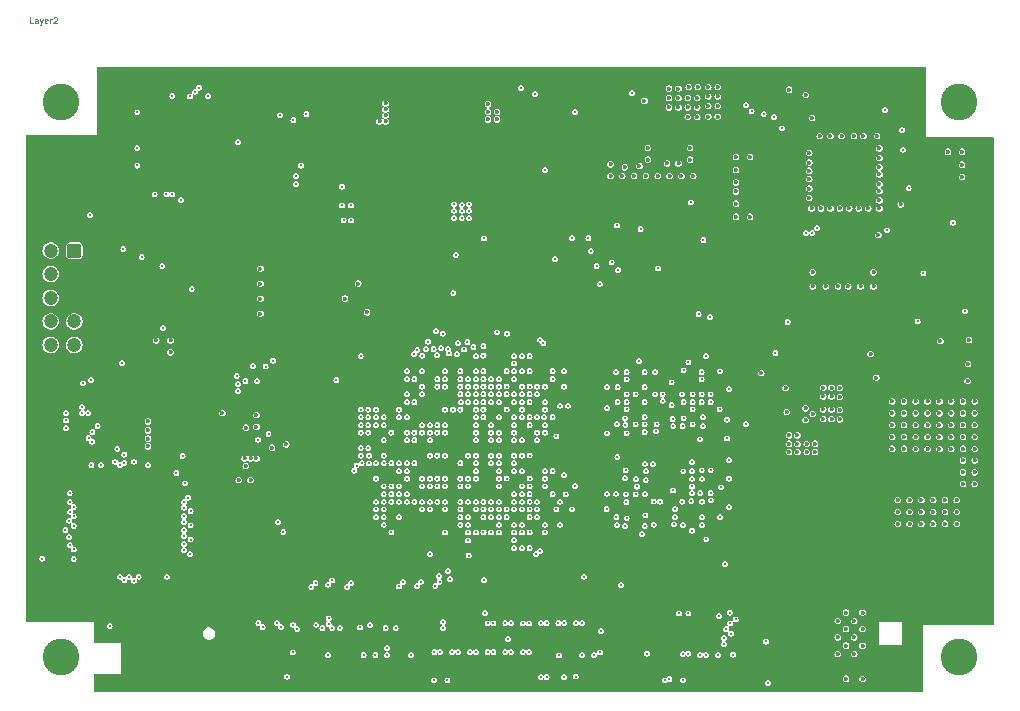
<source format=gbr>
%TF.GenerationSoftware,KiCad,Pcbnew,7.99.0-3539-g7abe2e3ea0*%
%TF.CreationDate,2023-11-26T19:51:45+01:00*%
%TF.ProjectId,SBC,5342432e-6b69-4636-9164-5f7063625858,rev?*%
%TF.SameCoordinates,Original*%
%TF.FileFunction,Copper,L2,Inr*%
%TF.FilePolarity,Positive*%
%FSLAX46Y46*%
G04 Gerber Fmt 4.6, Leading zero omitted, Abs format (unit mm)*
G04 Created by KiCad (PCBNEW 7.99.0-3539-g7abe2e3ea0) date 2023-11-26 19:51:45*
%MOMM*%
%LPD*%
G01*
G04 APERTURE LIST*
G04 Aperture macros list*
%AMRoundRect*
0 Rectangle with rounded corners*
0 $1 Rounding radius*
0 $2 $3 $4 $5 $6 $7 $8 $9 X,Y pos of 4 corners*
0 Add a 4 corners polygon primitive as box body*
4,1,4,$2,$3,$4,$5,$6,$7,$8,$9,$2,$3,0*
0 Add four circle primitives for the rounded corners*
1,1,$1+$1,$2,$3*
1,1,$1+$1,$4,$5*
1,1,$1+$1,$6,$7*
1,1,$1+$1,$8,$9*
0 Add four rect primitives between the rounded corners*
20,1,$1+$1,$2,$3,$4,$5,0*
20,1,$1+$1,$4,$5,$6,$7,0*
20,1,$1+$1,$6,$7,$8,$9,0*
20,1,$1+$1,$8,$9,$2,$3,0*%
G04 Aperture macros list end*
%ADD10C,0.100000*%
%TA.AperFunction,NonConductor*%
%ADD11C,0.100000*%
%TD*%
%TA.AperFunction,ComponentPad*%
%ADD12RoundRect,0.250000X-0.350000X0.350000X-0.350000X-0.350000X0.350000X-0.350000X0.350000X0.350000X0*%
%TD*%
%TA.AperFunction,ComponentPad*%
%ADD13C,1.200000*%
%TD*%
%TA.AperFunction,ComponentPad*%
%ADD14C,0.300000*%
%TD*%
%TA.AperFunction,ComponentPad*%
%ADD15C,3.100000*%
%TD*%
%TA.AperFunction,ComponentPad*%
%ADD16C,0.500000*%
%TD*%
%TA.AperFunction,ViaPad*%
%ADD17C,0.800000*%
%TD*%
%TA.AperFunction,ViaPad*%
%ADD18C,0.300000*%
%TD*%
%TA.AperFunction,ViaPad*%
%ADD19C,0.360000*%
%TD*%
G04 APERTURE END LIST*
D10*
D11*
X59200412Y-74851623D02*
X58962317Y-74851623D01*
X58962317Y-74851623D02*
X58962317Y-74351623D01*
X59581365Y-74851623D02*
X59581365Y-74589718D01*
X59581365Y-74589718D02*
X59557555Y-74542099D01*
X59557555Y-74542099D02*
X59509936Y-74518290D01*
X59509936Y-74518290D02*
X59414698Y-74518290D01*
X59414698Y-74518290D02*
X59367079Y-74542099D01*
X59581365Y-74827814D02*
X59533746Y-74851623D01*
X59533746Y-74851623D02*
X59414698Y-74851623D01*
X59414698Y-74851623D02*
X59367079Y-74827814D01*
X59367079Y-74827814D02*
X59343270Y-74780194D01*
X59343270Y-74780194D02*
X59343270Y-74732575D01*
X59343270Y-74732575D02*
X59367079Y-74684956D01*
X59367079Y-74684956D02*
X59414698Y-74661147D01*
X59414698Y-74661147D02*
X59533746Y-74661147D01*
X59533746Y-74661147D02*
X59581365Y-74637337D01*
X59771841Y-74518290D02*
X59890889Y-74851623D01*
X60009936Y-74518290D02*
X59890889Y-74851623D01*
X59890889Y-74851623D02*
X59843270Y-74970671D01*
X59843270Y-74970671D02*
X59819460Y-74994480D01*
X59819460Y-74994480D02*
X59771841Y-75018290D01*
X60390888Y-74827814D02*
X60343269Y-74851623D01*
X60343269Y-74851623D02*
X60248031Y-74851623D01*
X60248031Y-74851623D02*
X60200412Y-74827814D01*
X60200412Y-74827814D02*
X60176603Y-74780194D01*
X60176603Y-74780194D02*
X60176603Y-74589718D01*
X60176603Y-74589718D02*
X60200412Y-74542099D01*
X60200412Y-74542099D02*
X60248031Y-74518290D01*
X60248031Y-74518290D02*
X60343269Y-74518290D01*
X60343269Y-74518290D02*
X60390888Y-74542099D01*
X60390888Y-74542099D02*
X60414698Y-74589718D01*
X60414698Y-74589718D02*
X60414698Y-74637337D01*
X60414698Y-74637337D02*
X60176603Y-74684956D01*
X60628983Y-74851623D02*
X60628983Y-74518290D01*
X60628983Y-74613528D02*
X60652793Y-74565909D01*
X60652793Y-74565909D02*
X60676602Y-74542099D01*
X60676602Y-74542099D02*
X60724221Y-74518290D01*
X60724221Y-74518290D02*
X60771840Y-74518290D01*
X60914698Y-74399242D02*
X60938507Y-74375433D01*
X60938507Y-74375433D02*
X60986126Y-74351623D01*
X60986126Y-74351623D02*
X61105174Y-74351623D01*
X61105174Y-74351623D02*
X61152793Y-74375433D01*
X61152793Y-74375433D02*
X61176602Y-74399242D01*
X61176602Y-74399242D02*
X61200412Y-74446861D01*
X61200412Y-74446861D02*
X61200412Y-74494480D01*
X61200412Y-74494480D02*
X61176602Y-74565909D01*
X61176602Y-74565909D02*
X60890888Y-74851623D01*
X60890888Y-74851623D02*
X61200412Y-74851623D01*
D10*
D11*
X59200412Y-74851623D02*
X58962317Y-74851623D01*
X58962317Y-74851623D02*
X58962317Y-74351623D01*
X59581365Y-74851623D02*
X59581365Y-74589718D01*
X59581365Y-74589718D02*
X59557555Y-74542099D01*
X59557555Y-74542099D02*
X59509936Y-74518290D01*
X59509936Y-74518290D02*
X59414698Y-74518290D01*
X59414698Y-74518290D02*
X59367079Y-74542099D01*
X59581365Y-74827814D02*
X59533746Y-74851623D01*
X59533746Y-74851623D02*
X59414698Y-74851623D01*
X59414698Y-74851623D02*
X59367079Y-74827814D01*
X59367079Y-74827814D02*
X59343270Y-74780194D01*
X59343270Y-74780194D02*
X59343270Y-74732575D01*
X59343270Y-74732575D02*
X59367079Y-74684956D01*
X59367079Y-74684956D02*
X59414698Y-74661147D01*
X59414698Y-74661147D02*
X59533746Y-74661147D01*
X59533746Y-74661147D02*
X59581365Y-74637337D01*
X59771841Y-74518290D02*
X59890889Y-74851623D01*
X60009936Y-74518290D02*
X59890889Y-74851623D01*
X59890889Y-74851623D02*
X59843270Y-74970671D01*
X59843270Y-74970671D02*
X59819460Y-74994480D01*
X59819460Y-74994480D02*
X59771841Y-75018290D01*
X60390888Y-74827814D02*
X60343269Y-74851623D01*
X60343269Y-74851623D02*
X60248031Y-74851623D01*
X60248031Y-74851623D02*
X60200412Y-74827814D01*
X60200412Y-74827814D02*
X60176603Y-74780194D01*
X60176603Y-74780194D02*
X60176603Y-74589718D01*
X60176603Y-74589718D02*
X60200412Y-74542099D01*
X60200412Y-74542099D02*
X60248031Y-74518290D01*
X60248031Y-74518290D02*
X60343269Y-74518290D01*
X60343269Y-74518290D02*
X60390888Y-74542099D01*
X60390888Y-74542099D02*
X60414698Y-74589718D01*
X60414698Y-74589718D02*
X60414698Y-74637337D01*
X60414698Y-74637337D02*
X60176603Y-74684956D01*
X60628983Y-74851623D02*
X60628983Y-74518290D01*
X60628983Y-74613528D02*
X60652793Y-74565909D01*
X60652793Y-74565909D02*
X60676602Y-74542099D01*
X60676602Y-74542099D02*
X60724221Y-74518290D01*
X60724221Y-74518290D02*
X60771840Y-74518290D01*
X60914698Y-74399242D02*
X60938507Y-74375433D01*
X60938507Y-74375433D02*
X60986126Y-74351623D01*
X60986126Y-74351623D02*
X61105174Y-74351623D01*
X61105174Y-74351623D02*
X61152793Y-74375433D01*
X61152793Y-74375433D02*
X61176602Y-74399242D01*
X61176602Y-74399242D02*
X61200412Y-74446861D01*
X61200412Y-74446861D02*
X61200412Y-74494480D01*
X61200412Y-74494480D02*
X61176602Y-74565909D01*
X61176602Y-74565909D02*
X60890888Y-74851623D01*
X60890888Y-74851623D02*
X61200412Y-74851623D01*
D12*
%TO.N,Net-(J2-Pin_1)*%
%TO.C,J2*%
X62677481Y-94118014D03*
D13*
%TO.N,JTAG_TMS*%
X60677481Y-94118014D03*
%TO.N,GND*%
X62677481Y-96118014D03*
%TO.N,JTAG_TCK*%
X60677481Y-96118014D03*
%TO.N,GND*%
X62677481Y-98118014D03*
%TO.N,JTAG_TDO*%
X60677481Y-98118014D03*
%TO.N,Net-(J2-Pin_7)*%
X62677481Y-100118014D03*
%TO.N,JTAG_TDI*%
X60677481Y-100118014D03*
%TO.N,Net-(J2-Pin_9)*%
X62677481Y-102118014D03*
%TO.N,Net-(D7-K)*%
X60677481Y-102118014D03*
%TD*%
D14*
%TO.N,GND*%
%TO.C,U6*%
X68720000Y-105630400D03*
X69220000Y-105630400D03*
X69720000Y-105630400D03*
X68720000Y-104630400D03*
X69220000Y-104630400D03*
X69720000Y-104630400D03*
%TD*%
D15*
%TO.N,Net-(C263-Pad1)*%
%TO.C,H3*%
X61565481Y-81545014D03*
%TD*%
%TO.N,Net-(C261-Pad1)*%
%TO.C,H1*%
X137565481Y-81545014D03*
%TD*%
%TO.N,Net-(C262-Pad1)*%
%TO.C,H2*%
X61565481Y-128545014D03*
%TD*%
D16*
%TO.N,GND*%
%TO.C,U1*%
X125893462Y-85120028D03*
X125893462Y-86295028D03*
X125893462Y-87470028D03*
X125893462Y-88645028D03*
X125893462Y-89820028D03*
X126893462Y-85120028D03*
X126893462Y-86295028D03*
X126893462Y-87470028D03*
X126893462Y-88645028D03*
X126893462Y-89820028D03*
X127893462Y-85120028D03*
X127893462Y-86295028D03*
X127893462Y-87470028D03*
X127893462Y-88645028D03*
X127893462Y-89820028D03*
X128893462Y-85120028D03*
X128893462Y-86295028D03*
X128893462Y-87470028D03*
X128893462Y-88645028D03*
X128893462Y-89820028D03*
X129893462Y-85120028D03*
X129893462Y-86295028D03*
X129893462Y-87470028D03*
X129893462Y-88645028D03*
X129893462Y-89820028D03*
%TD*%
D15*
%TO.N,Net-(C264-Pad1)*%
%TO.C,H4*%
X137565481Y-128545014D03*
%TD*%
D17*
%TO.N,GND*%
X122880481Y-112736014D03*
D18*
X77977481Y-81218014D03*
X140318681Y-120409414D03*
X58693462Y-96720028D03*
X114895000Y-110101400D03*
D19*
X128885481Y-98766014D03*
X116543462Y-92057528D03*
D18*
X79125481Y-116746014D03*
D19*
X102650481Y-88857014D03*
X65120000Y-83430400D03*
D18*
X68620000Y-115692900D03*
D19*
X64970216Y-82503204D03*
D18*
X96020000Y-108880400D03*
X104693462Y-78720028D03*
D19*
X129893462Y-110220028D03*
D18*
X72685081Y-131376614D03*
D19*
X122943462Y-106770028D03*
D18*
X58683081Y-92902214D03*
X140343462Y-108370028D03*
D19*
X126443462Y-80370028D03*
D18*
X58693462Y-101720028D03*
X92770000Y-112780400D03*
D17*
X114665481Y-122457014D03*
D19*
X86707500Y-95640014D03*
D18*
X71693462Y-78720028D03*
X62120000Y-84630400D03*
X97165481Y-130179514D03*
X111776400Y-106730000D03*
X72300000Y-121712900D03*
X140343462Y-104370028D03*
D19*
X130193462Y-99420028D03*
D18*
X117435000Y-105148400D03*
X65377481Y-84618014D03*
D19*
X79832321Y-85458099D03*
X134818462Y-90225028D03*
D18*
X140318681Y-114409414D03*
X89520000Y-111480400D03*
X103495000Y-105955400D03*
X91470000Y-107580400D03*
X101220000Y-104980400D03*
D17*
X125165481Y-124900514D03*
X137365481Y-120520028D03*
D18*
X100570000Y-108880400D03*
X113420000Y-113980400D03*
D19*
X59515481Y-125070014D03*
X135870000Y-90470400D03*
D18*
X113420000Y-115230400D03*
X113670000Y-128430900D03*
X96020000Y-116030400D03*
D19*
X85728981Y-81410014D03*
D18*
X140318681Y-117409414D03*
X99270000Y-110180400D03*
X140318681Y-122409414D03*
X92120000Y-108230400D03*
X140343462Y-101415014D03*
X140320000Y-85230400D03*
X129693462Y-131370028D03*
X140320000Y-89430400D03*
X58693462Y-97720028D03*
X88693462Y-131370028D03*
X99270000Y-111480400D03*
X76777481Y-83218014D03*
X106165481Y-128346014D03*
X67320000Y-118292900D03*
X96020000Y-107580400D03*
D19*
X72202481Y-83873014D03*
X135890481Y-123770014D03*
X67249481Y-90392014D03*
D18*
X65227481Y-103668014D03*
D17*
X122880481Y-119721014D03*
D19*
X129243462Y-99420028D03*
D18*
X90693462Y-78720028D03*
D19*
X70932481Y-85143014D03*
X64715481Y-125720014D03*
D18*
X97320000Y-113430400D03*
X58683081Y-93902214D03*
X91693462Y-78720028D03*
X66020000Y-115692900D03*
X108923000Y-83253014D03*
X138843462Y-120720028D03*
X97320000Y-109530400D03*
X132749481Y-80475014D03*
X92871481Y-95198014D03*
X58693462Y-122720028D03*
X58693462Y-98720028D03*
X122693462Y-78720028D03*
D19*
X85565481Y-84830900D03*
D18*
X99465481Y-100345014D03*
X77977481Y-85218014D03*
X97320000Y-112130400D03*
X58693462Y-117720028D03*
X86693462Y-131370028D03*
D19*
X124855962Y-98820028D03*
X134436481Y-78782014D03*
D17*
X137365481Y-122395014D03*
D18*
X65720000Y-121730400D03*
X114133000Y-105529400D03*
X80693462Y-131370028D03*
X111920000Y-116530400D03*
X110196000Y-109593400D03*
X95365481Y-93095014D03*
X140320000Y-86230400D03*
X100165481Y-130179514D03*
D19*
X128343462Y-80370028D03*
D18*
X65444481Y-85905014D03*
X92120000Y-117930400D03*
X116693462Y-131370028D03*
D19*
X64715481Y-131245014D03*
D17*
X111665481Y-125233014D03*
D18*
X88220000Y-114080400D03*
D19*
X137160191Y-84971449D03*
D18*
X123693462Y-78720028D03*
X95693462Y-78720028D03*
D19*
X79100000Y-106225000D03*
X64986726Y-81372269D03*
D18*
X87693462Y-131370028D03*
X131693462Y-131370028D03*
X109149481Y-98001014D03*
X58693462Y-120720028D03*
X101220000Y-103680400D03*
D19*
X67790481Y-128545014D03*
X127593462Y-111570028D03*
D18*
X127693462Y-131370028D03*
X90820000Y-114080400D03*
X115784000Y-107561400D03*
X111044681Y-97519814D03*
X65227481Y-98618014D03*
X106165481Y-124855014D03*
X92770000Y-108230400D03*
D17*
X115165481Y-130745014D03*
D19*
X117043462Y-90607528D03*
X124878462Y-106733429D03*
X136825000Y-90470400D03*
D18*
X96020000Y-104330400D03*
X138843462Y-121720028D03*
X119693462Y-131370028D03*
X133840481Y-94970014D03*
X58683081Y-90902214D03*
X90170000Y-106930400D03*
X107665481Y-130146014D03*
D19*
X128893462Y-110220028D03*
D18*
X101870000Y-113430400D03*
D19*
X85982981Y-82807014D03*
D18*
X63153481Y-84666014D03*
X101870000Y-108880400D03*
X99270000Y-114730400D03*
X108545000Y-109466400D03*
D19*
X72227481Y-85168014D03*
D18*
X129621481Y-78747814D03*
D19*
X127393462Y-80370028D03*
D18*
X132693462Y-131370028D03*
X130693462Y-131370028D03*
X68620000Y-116992900D03*
X93420000Y-104330400D03*
X140343462Y-107370028D03*
X115020000Y-115830400D03*
X140343462Y-112370028D03*
X85693462Y-78720028D03*
X90163035Y-124848460D03*
D19*
X85677481Y-82118014D03*
D18*
X102520000Y-116030400D03*
X114937279Y-105665169D03*
X103120000Y-103230400D03*
D17*
X131365481Y-129395014D03*
D18*
X125621481Y-78747814D03*
X77944481Y-92635014D03*
X118693462Y-131370028D03*
D19*
X117043462Y-87757528D03*
D18*
X114693462Y-78720028D03*
X87165481Y-124846014D03*
X79693462Y-78720028D03*
D19*
X126255962Y-99320028D03*
D18*
X102720000Y-119230400D03*
X89520000Y-117330400D03*
X72577481Y-92618014D03*
D17*
X123093462Y-126470028D03*
D18*
X108672000Y-107561400D03*
D19*
X73472481Y-86540014D03*
D18*
X140343462Y-105370028D03*
X58693462Y-107720028D03*
X87420000Y-118780400D03*
X99920000Y-107580400D03*
X117693462Y-78720028D03*
D19*
X91697981Y-88268014D03*
D18*
X103693462Y-131370028D03*
X86415481Y-104395014D03*
X140343462Y-90370028D03*
X109693462Y-131370028D03*
D17*
X99358481Y-96223014D03*
D18*
X67320000Y-115792900D03*
X69412481Y-93895014D03*
X96667681Y-124801014D03*
X140320000Y-88630400D03*
X96670000Y-117330400D03*
D19*
X77100000Y-113525000D03*
X124878462Y-105896627D03*
D18*
X72693462Y-78720028D03*
X94070000Y-114730400D03*
X140318681Y-123409414D03*
D19*
X65690481Y-126695014D03*
X129893462Y-106820028D03*
D18*
X117165481Y-122946014D03*
D19*
X93221981Y-89030014D03*
D18*
X92120000Y-112130400D03*
X91470000Y-104330400D03*
X97320000Y-111480400D03*
X95370000Y-109530400D03*
X140343462Y-92370028D03*
X109327626Y-103711393D03*
D19*
X131818462Y-80965028D03*
D18*
X103165481Y-128290514D03*
D19*
X101253481Y-87841014D03*
X126893462Y-81070028D03*
D18*
X102076286Y-85275614D03*
X115670000Y-114080400D03*
D17*
X121610481Y-115911014D03*
D18*
X96693462Y-131370028D03*
X117611081Y-94613814D03*
X89693462Y-78720028D03*
D19*
X64715481Y-130270014D03*
D18*
X96020000Y-110180400D03*
D19*
X61313481Y-86699014D03*
X124893462Y-106320028D03*
D18*
X97320000Y-114730400D03*
X117420000Y-112480400D03*
X121665481Y-122946014D03*
D19*
X131205962Y-94570028D03*
D18*
X68693462Y-78720028D03*
X110220590Y-112829954D03*
D19*
X128655962Y-82920028D03*
D18*
X58693462Y-95720028D03*
X71177481Y-92618014D03*
X114265481Y-93065014D03*
X94865481Y-99295014D03*
X92693462Y-131370028D03*
X86770000Y-118080400D03*
X66020000Y-117092900D03*
D19*
X134847962Y-89325028D03*
D18*
X99920000Y-105630400D03*
X86693462Y-78720028D03*
X115770000Y-112130400D03*
D19*
X124243462Y-106720028D03*
D18*
X94665481Y-122921414D03*
X90170000Y-108880400D03*
X109470000Y-114030400D03*
X99270000Y-108880400D03*
X104915481Y-98096014D03*
D19*
X70932481Y-86413014D03*
X132622481Y-82507014D03*
X81170000Y-98507514D03*
D18*
X99270000Y-117980400D03*
X58693462Y-102720028D03*
D19*
X130693462Y-98770028D03*
X84339551Y-88405134D03*
D18*
X130138591Y-80221514D03*
D19*
X128793462Y-81070028D03*
X75200000Y-112375000D03*
X127893462Y-81070028D03*
D18*
X58693462Y-116720028D03*
D19*
X80100000Y-106225000D03*
D18*
X106714481Y-84784014D03*
X107783000Y-105021400D03*
X91665481Y-124846014D03*
X119315481Y-98195014D03*
D19*
X129393462Y-109620028D03*
D18*
X140343462Y-100415014D03*
X97970000Y-114080400D03*
D19*
X107476481Y-92774514D03*
X135971471Y-84971449D03*
D18*
X97970000Y-113430400D03*
X113371000Y-107815400D03*
X92665481Y-130141495D03*
X58693462Y-112720028D03*
D19*
X131143462Y-99420028D03*
D18*
X87570000Y-103030400D03*
D19*
X66377481Y-85418014D03*
D18*
X95370000Y-110180400D03*
X89693462Y-131370028D03*
D19*
X78600000Y-106225000D03*
X117043462Y-89707528D03*
D18*
X117370000Y-113630400D03*
X103320000Y-118830400D03*
X104693462Y-131370028D03*
X95693462Y-131370028D03*
D19*
X138720000Y-90470400D03*
D17*
X125165481Y-130516014D03*
D18*
X116546000Y-109466400D03*
D19*
X129693462Y-98770028D03*
X134265481Y-131245014D03*
D17*
X133365481Y-129395014D03*
D19*
X93221981Y-89665014D03*
X124355962Y-99370028D03*
D18*
X124693462Y-131370028D03*
X95265481Y-101145014D03*
D19*
X95472286Y-84285014D03*
D18*
X92025481Y-101145014D03*
X140318681Y-121409414D03*
X86165481Y-128346014D03*
X116673000Y-107688400D03*
X87665481Y-128335014D03*
X88870000Y-112780400D03*
X100570000Y-103680400D03*
X58693462Y-99720028D03*
D17*
X133365481Y-122395014D03*
D18*
X94070000Y-110180400D03*
X82477481Y-81818014D03*
X76693462Y-131370028D03*
X94165481Y-128369014D03*
D19*
X65003236Y-79779054D03*
D18*
X58683081Y-91902214D03*
D17*
X122880481Y-117816014D03*
D18*
X123693462Y-131370028D03*
X104665481Y-128346014D03*
D19*
X125755962Y-98820028D03*
D18*
X100175481Y-124965014D03*
D19*
X84020000Y-96307514D03*
X72202481Y-86413014D03*
D18*
X113693462Y-131370028D03*
X77165481Y-128346014D03*
D17*
X122783992Y-130606543D03*
D18*
X140343462Y-93370028D03*
X58835481Y-87841014D03*
D19*
X92436481Y-85855014D03*
X129893462Y-107820028D03*
D18*
X58693462Y-100720028D03*
X117693462Y-131370028D03*
X105693462Y-78720028D03*
X140343462Y-110370028D03*
D19*
X65882500Y-124890400D03*
X94903481Y-84666014D03*
D18*
X103155481Y-125016014D03*
X138843462Y-119720028D03*
X70685081Y-131376614D03*
X83693462Y-131370028D03*
X99270000Y-117330400D03*
X93693462Y-131370028D03*
X140343462Y-102370028D03*
X105376567Y-95098792D03*
D19*
X73599481Y-83873014D03*
D18*
X100570000Y-113430400D03*
X100693462Y-131370028D03*
X94693462Y-131370028D03*
X90712481Y-99135014D03*
X140265481Y-98545014D03*
X120693462Y-131370028D03*
X58693462Y-119720028D03*
X101220000Y-118630400D03*
D19*
X139611926Y-85053999D03*
X126755962Y-98820028D03*
D18*
X116665481Y-130146014D03*
D19*
X138505756Y-85020979D03*
D18*
X138843462Y-123720028D03*
D19*
X129893462Y-108820028D03*
D18*
X58693462Y-109720028D03*
X94070000Y-112780400D03*
D19*
X117043462Y-85857528D03*
D18*
X83693462Y-78720028D03*
X108672000Y-106291400D03*
D19*
X86315481Y-84331014D03*
X133615481Y-78782014D03*
D18*
X68620000Y-118292900D03*
X107665481Y-124845014D03*
D19*
X120565481Y-85577528D03*
D18*
X94693462Y-78720028D03*
X140343462Y-113370028D03*
X87693462Y-78720028D03*
X58693462Y-103720028D03*
D17*
X135365481Y-122395014D03*
D18*
X77977481Y-91618014D03*
D17*
X131365481Y-120520028D03*
D18*
X101665481Y-128290514D03*
D19*
X102650481Y-89365014D03*
X116543462Y-91107528D03*
X116493462Y-89207528D03*
D18*
X109265481Y-98795014D03*
X120693462Y-78720028D03*
D19*
X64715481Y-126695014D03*
D18*
X75693462Y-131370028D03*
D19*
X67315481Y-127345014D03*
X77546846Y-108071846D03*
D18*
X102520000Y-114730400D03*
X140318681Y-116409414D03*
D19*
X84323041Y-87629164D03*
D18*
X92490481Y-100151014D03*
X77693462Y-78720028D03*
X82693462Y-131370028D03*
X98693462Y-131370028D03*
X92120000Y-114730400D03*
X81693462Y-78720028D03*
X131621481Y-78747814D03*
D19*
X65003236Y-78887514D03*
D18*
X104047481Y-80348014D03*
D19*
X117043462Y-86757528D03*
D18*
X109645481Y-91727028D03*
X115784000Y-103624400D03*
X75693462Y-78720028D03*
X97693462Y-131370028D03*
X140318681Y-119409414D03*
X108693462Y-131370028D03*
D19*
X128185481Y-99416014D03*
D18*
X108693462Y-78720028D03*
X62640000Y-110292900D03*
D19*
X94903481Y-85555014D03*
D18*
X93420000Y-110180400D03*
X67320000Y-116992900D03*
X86920000Y-103680400D03*
X140343462Y-103370028D03*
D19*
X134315481Y-128495014D03*
X102650481Y-90889014D03*
D18*
X94070000Y-108230400D03*
D19*
X132505962Y-89220028D03*
D18*
X110693462Y-131370028D03*
X140343462Y-109370028D03*
X101693462Y-131370028D03*
X88250981Y-111492900D03*
D19*
X61313481Y-90699014D03*
D18*
X102693462Y-131370028D03*
D19*
X63415481Y-125070014D03*
X128893462Y-111570028D03*
D17*
X121610481Y-119721014D03*
D19*
X123255962Y-90720028D03*
X65427481Y-92768014D03*
D18*
X64320000Y-84630400D03*
X97320000Y-110180400D03*
D19*
X134265481Y-123770014D03*
X86565481Y-83188014D03*
X137780000Y-90470400D03*
X81170000Y-96307514D03*
X124893462Y-105470028D03*
X67315481Y-129945014D03*
D18*
X91470000Y-114080400D03*
X90820000Y-111480400D03*
D17*
X96808481Y-98623014D03*
D18*
X73693462Y-78720028D03*
D19*
X116543462Y-88207528D03*
D18*
X96565481Y-94495014D03*
X90170000Y-104980400D03*
X97970000Y-104330400D03*
X108626800Y-112216400D03*
D19*
X70932481Y-83873014D03*
D18*
X77977481Y-87218014D03*
X111847000Y-104975900D03*
X90170000Y-106280400D03*
X115055481Y-111486014D03*
X78693462Y-131370028D03*
D19*
X121193462Y-80497528D03*
X134465962Y-84630028D03*
X134465962Y-83680028D03*
X84020000Y-98607514D03*
D18*
X78665481Y-128346014D03*
D19*
X129893462Y-111570028D03*
D18*
X115870000Y-115980400D03*
X99693462Y-78720028D03*
X138065481Y-96045014D03*
D19*
X81252181Y-84789444D03*
D18*
X66693462Y-78720028D03*
D19*
X94456286Y-81821214D03*
D17*
X135365481Y-120520028D03*
D19*
X130755962Y-94570028D03*
D18*
X140343462Y-111370028D03*
D19*
X120868462Y-108170028D03*
D18*
X58693462Y-114720028D03*
X138083481Y-98144414D03*
D19*
X95472286Y-85809014D03*
D18*
X140265481Y-99445014D03*
X138843462Y-122720028D03*
X103693462Y-78720028D03*
X88665481Y-124846014D03*
D19*
X65427481Y-90568014D03*
D18*
X92770000Y-114730400D03*
X67693462Y-78720028D03*
D19*
X62440481Y-125070014D03*
D18*
X70693462Y-78720028D03*
X69693462Y-78720028D03*
X115693462Y-78720028D03*
X83165481Y-128346014D03*
X101220000Y-117330400D03*
X105693462Y-131370028D03*
X112693462Y-78720028D03*
D19*
X124643462Y-92050028D03*
D18*
X62198062Y-106298045D03*
X99270000Y-112130400D03*
X74693462Y-78720028D03*
X66020000Y-118292900D03*
X93420000Y-108230400D03*
D17*
X119855481Y-127755014D03*
X133365481Y-124395014D03*
X75590481Y-122345014D03*
D18*
X98693462Y-78720028D03*
D19*
X66417481Y-87018014D03*
D18*
X92770000Y-107580400D03*
D19*
X83794721Y-86869704D03*
D18*
X92120000Y-106930400D03*
X76619481Y-92635014D03*
D19*
X133290481Y-79713014D03*
D18*
X99270000Y-103030400D03*
X67685081Y-131376614D03*
X96670000Y-114730400D03*
D17*
X75590481Y-130745014D03*
D18*
X106693462Y-131370028D03*
X108620000Y-115430400D03*
D19*
X122865353Y-104250528D03*
D18*
X58693462Y-104720028D03*
D19*
X116543462Y-87257528D03*
D18*
X88870000Y-109530400D03*
X111847000Y-107942400D03*
X107620000Y-116380400D03*
X122693462Y-131370028D03*
X60420000Y-106018462D03*
D19*
X85601981Y-85601014D03*
D18*
X140343462Y-94370028D03*
X116693462Y-78720028D03*
X93420000Y-114730400D03*
X113693462Y-78720028D03*
D17*
X120165481Y-130745014D03*
D18*
X93420000Y-112780400D03*
X114693462Y-131370028D03*
X100570000Y-109530400D03*
X101220000Y-112130400D03*
X99693462Y-131370028D03*
D19*
X80567016Y-85474609D03*
D18*
X89520000Y-107580400D03*
D19*
X128393462Y-109620028D03*
X131705962Y-94570028D03*
D18*
X93165481Y-124846014D03*
X98665481Y-130195014D03*
X68685081Y-131376614D03*
D17*
X80165481Y-122345014D03*
D18*
X99270000Y-103680400D03*
D19*
X73242500Y-122730400D03*
X65690481Y-131245014D03*
D18*
X97970000Y-114730400D03*
X100693462Y-78720028D03*
X65377481Y-87418014D03*
X140343462Y-106370028D03*
X109165481Y-130146014D03*
X101693462Y-78720028D03*
X96020000Y-112780400D03*
X77977481Y-80018014D03*
X117434996Y-108958400D03*
X97970000Y-107580400D03*
X92120000Y-111480400D03*
D17*
X133365481Y-120520028D03*
D19*
X116493462Y-85357528D03*
D18*
X112165481Y-130146014D03*
X139643462Y-115870028D03*
X97970000Y-117330400D03*
D19*
X82570000Y-97545014D03*
X63920000Y-123952900D03*
X61375481Y-84920014D03*
D18*
X130621481Y-78747814D03*
D19*
X134493826Y-82618774D03*
D18*
X58693462Y-110720028D03*
D19*
X65427481Y-91618014D03*
D18*
X100570000Y-116680400D03*
X101220000Y-107580400D03*
X95370000Y-117980400D03*
D17*
X121610481Y-117816014D03*
D18*
X99920000Y-114080400D03*
X99270000Y-115380400D03*
D19*
X79620000Y-109730400D03*
D18*
X90693462Y-131370028D03*
X102693462Y-78720028D03*
D17*
X131365481Y-124395014D03*
D18*
X131138591Y-80221514D03*
X140320000Y-87830400D03*
D19*
X116543462Y-90157528D03*
D18*
X58693462Y-115720028D03*
X140343462Y-95370028D03*
D19*
X127593462Y-110220028D03*
D18*
X107693462Y-78720028D03*
D19*
X78100000Y-113525000D03*
D18*
X84665481Y-128346014D03*
X91693462Y-131370028D03*
D19*
X125305962Y-99320028D03*
D18*
X82693462Y-78720028D03*
X58683081Y-88902214D03*
X99920000Y-116680400D03*
D19*
X122880000Y-93030400D03*
D18*
X109693462Y-78720028D03*
X111693462Y-78720028D03*
D19*
X102650481Y-90381014D03*
D18*
X117308000Y-106926400D03*
X98665481Y-124755014D03*
X69685081Y-131376614D03*
D19*
X129293462Y-80370028D03*
D18*
X121693462Y-78720028D03*
X126621481Y-78747814D03*
X128621481Y-78747814D03*
D19*
X93221981Y-91189014D03*
D17*
X122295481Y-127475014D03*
D18*
X88693462Y-78720028D03*
X121693462Y-131370028D03*
X85665481Y-124846014D03*
X102520000Y-111480400D03*
X100570000Y-118630400D03*
X77693462Y-131370028D03*
X93693462Y-78720028D03*
X109149481Y-97051014D03*
X61248481Y-85809014D03*
X140318681Y-115409414D03*
X91470000Y-108230400D03*
D19*
X129293462Y-107320028D03*
D18*
X140320000Y-87030400D03*
X133693462Y-131370028D03*
D19*
X116543462Y-86307528D03*
D18*
X102515481Y-85445014D03*
X70245481Y-89835014D03*
X77977481Y-84418014D03*
X80693462Y-78720028D03*
X70665481Y-97445014D03*
X124621481Y-78747814D03*
X107693462Y-131370028D03*
X101665481Y-124946014D03*
D17*
X81665481Y-122345014D03*
D18*
X138843462Y-117720028D03*
D19*
X94837286Y-80932214D03*
D18*
X127621481Y-78747814D03*
X111693462Y-131370028D03*
D17*
X131365481Y-122395014D03*
D19*
X80700000Y-111425000D03*
D18*
X78693462Y-78720028D03*
X138065481Y-93545014D03*
X76693462Y-78720028D03*
X107275000Y-107307400D03*
X89520000Y-112780400D03*
D19*
X70809532Y-110932927D03*
X93221981Y-90681014D03*
D18*
X79693462Y-131370028D03*
X71685081Y-131376614D03*
X140265481Y-97545014D03*
X84693462Y-131370028D03*
D17*
X122880481Y-115911014D03*
D18*
X58693462Y-113720028D03*
X97693462Y-78720028D03*
X115693462Y-131370028D03*
X90170000Y-111480400D03*
D19*
X133638481Y-82507014D03*
D18*
X58693462Y-121720028D03*
D19*
X129293462Y-108320028D03*
D18*
X140318681Y-118409414D03*
X113303000Y-106374200D03*
X132621481Y-78747814D03*
X110243000Y-105624200D03*
X110665481Y-130146014D03*
X65577481Y-97868014D03*
D19*
X134365481Y-124545014D03*
D18*
X91470000Y-113430400D03*
X58683081Y-94902214D03*
D19*
X80600000Y-106225000D03*
D18*
X112693462Y-131370028D03*
X58683081Y-89902214D03*
X92120000Y-107580400D03*
D17*
X77165481Y-122345014D03*
D18*
X58693462Y-111720028D03*
X106693462Y-78720028D03*
X96693462Y-78720028D03*
X92120000Y-110180400D03*
X90165481Y-130125514D03*
D19*
X94837286Y-82583214D03*
D18*
X115657000Y-109466400D03*
D19*
X129293462Y-106320028D03*
D18*
X81665481Y-128346014D03*
X110196000Y-108196400D03*
X110693462Y-78720028D03*
X62945000Y-106308462D03*
D19*
X134019481Y-79713014D03*
D18*
X58693462Y-124720028D03*
D19*
X127205962Y-99320028D03*
D18*
X90170000Y-110180400D03*
D19*
X60490481Y-125070014D03*
D18*
X119693462Y-78720028D03*
X95665481Y-128345014D03*
D19*
X73599481Y-85143014D03*
D18*
X58693462Y-123720028D03*
X116420000Y-111530400D03*
D19*
X117043462Y-91607528D03*
D18*
X58693462Y-108720028D03*
X111720000Y-113480400D03*
D19*
X65690481Y-130270014D03*
D18*
X109290481Y-85120014D03*
X99270000Y-108230400D03*
X99270000Y-112780400D03*
X58693462Y-105720028D03*
D19*
X80650000Y-108375000D03*
D18*
X71062500Y-123040400D03*
X80165481Y-128346014D03*
X95370000Y-112780400D03*
D19*
X103539481Y-93241014D03*
D18*
X84693462Y-78720028D03*
X118693462Y-78720028D03*
X99270000Y-109530400D03*
X111770000Y-114680400D03*
X84165481Y-124846014D03*
D19*
X134893462Y-85277528D03*
D18*
X104665481Y-124919514D03*
D17*
X78665481Y-122345014D03*
D18*
X92693462Y-78720028D03*
X138843462Y-118720028D03*
X117534881Y-100582814D03*
X97320000Y-112780400D03*
X66685081Y-131376614D03*
X77977481Y-90418014D03*
X100570000Y-112130400D03*
X103364981Y-98746014D03*
D19*
X64262481Y-87829014D03*
X129393462Y-110870028D03*
D18*
X74685081Y-131376614D03*
X81693462Y-131370028D03*
X65470000Y-106018462D03*
D17*
X120165481Y-122345014D03*
D18*
X73685081Y-131376614D03*
D19*
X66677481Y-92768014D03*
X95472286Y-85047014D03*
D18*
X108470000Y-113480400D03*
X91470000Y-111480400D03*
X117320000Y-114780400D03*
D19*
X61465481Y-125070014D03*
D18*
X140265481Y-96445014D03*
X95370000Y-108230400D03*
D19*
X95411481Y-83015014D03*
D18*
X58693462Y-118720028D03*
X101870000Y-112130400D03*
X58693462Y-106720028D03*
X118665481Y-122946014D03*
X77977481Y-86218014D03*
X85693462Y-131370028D03*
D19*
X128393462Y-110870028D03*
D18*
X140343462Y-91370028D03*
%TO.N,GBE0_MDI3_N*%
X71970000Y-119480400D03*
%TO.N,GBE0_MDI3_P*%
X71970000Y-118980400D03*
%TO.N,/IO/LED0*%
X67320000Y-121730400D03*
%TO.N,/IO/LED1*%
X66920000Y-122030400D03*
%TO.N,GBE0_MDI2_N*%
X71970000Y-118280400D03*
%TO.N,GBE0_MDI2_P*%
X71970000Y-117780400D03*
%TO.N,/MPU/VDDA_0P9*%
X97970898Y-108878794D03*
%TO.N,GBE0_MDI1_N*%
X71970000Y-117080400D03*
%TO.N,GBE0_MDI1_P*%
X71970000Y-116580400D03*
%TO.N,GBE0_MDI0_N*%
X71970000Y-115880400D03*
%TO.N,GBE0_MDI0_P*%
X71970000Y-115380400D03*
%TO.N,3.3V_SW*%
X114865481Y-90045014D03*
D19*
X115420981Y-82803014D03*
X137393462Y-116245028D03*
X133918462Y-108895028D03*
X128693462Y-84407528D03*
X134918462Y-110895028D03*
X115420981Y-82003014D03*
X136918462Y-109895028D03*
X133918462Y-106895028D03*
X131918462Y-109895028D03*
X127493462Y-90557528D03*
X130843462Y-85470028D03*
X129493462Y-84407528D03*
X115420981Y-81203014D03*
X138918462Y-112895028D03*
X133393462Y-117245028D03*
X137918462Y-113895028D03*
X137918462Y-110895028D03*
X138918462Y-111895028D03*
X130843462Y-90557528D03*
X134393462Y-116245028D03*
X124893462Y-89670028D03*
X138918462Y-113895028D03*
X113820981Y-81203014D03*
X132918462Y-110895028D03*
X117156481Y-82775014D03*
X123193462Y-80497528D03*
X135918462Y-106895028D03*
X127638838Y-84403766D03*
X135918462Y-107895028D03*
X133918462Y-109895028D03*
X133393462Y-115245028D03*
X138918462Y-109895028D03*
X132393462Y-115245028D03*
X136918462Y-107895028D03*
X116356481Y-81075014D03*
X134918462Y-106895028D03*
X131918462Y-107895028D03*
X135393462Y-117245028D03*
X130843462Y-87057528D03*
X117156481Y-80275014D03*
X122893462Y-105770028D03*
X113820981Y-82003014D03*
X131918462Y-108895028D03*
X136918462Y-110895028D03*
X136393462Y-117245028D03*
X116356481Y-81875014D03*
X113020981Y-80403014D03*
X115467481Y-80275014D03*
X113020981Y-82003014D03*
X137918462Y-109895028D03*
X124893462Y-88070028D03*
D18*
X117765481Y-120645014D03*
D19*
X136918462Y-108895028D03*
X136393462Y-116245028D03*
X131918462Y-110895028D03*
X130843462Y-87670028D03*
X135393462Y-116245028D03*
X129893462Y-90557528D03*
X125793462Y-84420028D03*
X124893462Y-87357528D03*
D18*
X121915481Y-82820014D03*
D19*
X138918462Y-107895028D03*
X114620981Y-81203014D03*
X137918462Y-107895028D03*
X113020981Y-81203014D03*
X134393462Y-115245028D03*
X137918462Y-112895028D03*
X129093462Y-90557528D03*
X117156481Y-81075014D03*
X131918462Y-106895028D03*
X137393462Y-117245028D03*
X137918462Y-108895028D03*
X116356481Y-82775014D03*
D18*
X99270000Y-107580400D03*
D19*
X132393462Y-116245028D03*
X116356481Y-80275014D03*
X117156481Y-81875014D03*
X130840643Y-89870028D03*
X124893462Y-85870028D03*
X114620981Y-82803014D03*
X114705481Y-80275014D03*
D18*
X137065481Y-91745014D03*
D19*
X134918462Y-108895028D03*
X135393462Y-115245028D03*
X120833500Y-104463796D03*
X126693462Y-84407528D03*
D18*
X101703767Y-80847014D03*
D19*
X136393462Y-115245028D03*
X128293462Y-90557528D03*
X126693462Y-90553941D03*
X132918462Y-108895028D03*
X138918462Y-108895028D03*
X135918462Y-110895028D03*
X135918462Y-109895028D03*
X130840643Y-89070028D03*
X136918462Y-106895028D03*
X137393462Y-115245028D03*
X132393462Y-117245028D03*
D18*
X108715481Y-95745014D03*
D19*
X134918462Y-107895028D03*
X133918462Y-107895028D03*
X134393462Y-117245028D03*
X124893462Y-86670028D03*
X130643462Y-84407528D03*
X132918462Y-109895028D03*
D18*
X109915481Y-80795014D03*
D19*
X124893462Y-88870028D03*
X133918462Y-110895028D03*
X125893462Y-90557528D03*
X137918462Y-111895028D03*
X132918462Y-106895028D03*
X138918462Y-110895028D03*
X137918462Y-106895028D03*
X135918462Y-108895028D03*
X130843462Y-86270028D03*
X134918462Y-109895028D03*
D18*
X134070281Y-100125614D03*
D19*
X113820981Y-80403014D03*
X130840643Y-88470028D03*
X133393462Y-116245028D03*
X114620981Y-82003014D03*
X125093462Y-90557528D03*
X132918462Y-107895028D03*
X138918462Y-106895028D03*
D18*
%TO.N,VBAT*%
X132749481Y-83895014D03*
X121260000Y-127220000D03*
%TO.N,I2C1_SCL*%
X89520000Y-114730400D03*
X103695481Y-128396014D03*
%TO.N,I2C1_SDA*%
X89520000Y-114080400D03*
X104145481Y-130236014D03*
%TO.N,I2C2_SCL*%
X90820000Y-115380400D03*
X105675481Y-128356014D03*
%TO.N,I2C2_SDA*%
X105126335Y-130185160D03*
X90170000Y-115380400D03*
%TO.N,I2C3_SCL*%
X106665481Y-128346014D03*
X90820000Y-114730400D03*
%TO.N,I2C3_SDA*%
X90170000Y-114080400D03*
X107165481Y-128146014D03*
%TO.N,USB1_OC*%
X93551138Y-121694557D03*
X92770000Y-116030400D03*
%TO.N,USB1_PWR_EN*%
X94332151Y-121270914D03*
X93420000Y-115380400D03*
%TO.N,UART2_TXD*%
X88870000Y-115380400D03*
X87165481Y-128346014D03*
%TO.N,UART2_RXD*%
X85145481Y-126075014D03*
%TO.N,UART1_TXD*%
X83165481Y-125795014D03*
%TO.N,UART1_RXD*%
X88220000Y-115380400D03*
X84165481Y-128346014D03*
%TO.N,/IO/ENET_2.5V_A*%
X72520000Y-116192900D03*
X71320000Y-112942900D03*
X71845000Y-111492900D03*
X72520000Y-117392900D03*
X72475481Y-119825014D03*
%TO.N,USB2_RX_N*%
X81556777Y-126147177D03*
%TO.N,USB2_RX_P*%
X81203223Y-125793623D03*
%TO.N,USB2_TX_N*%
X80186777Y-125987177D03*
%TO.N,USB2_TX_P*%
X79833223Y-125633623D03*
%TO.N,USB2_DP*%
X78263223Y-125633623D03*
%TO.N,VDD_1V*%
X61952556Y-107869557D03*
X72070000Y-113830400D03*
X61952556Y-109139557D03*
X61952556Y-108504557D03*
X64120000Y-112292900D03*
%TO.N,UART3_RXD*%
X84520500Y-126096514D03*
%TO.N,UART3_TXD*%
X83685481Y-126096514D03*
%TO.N,UART4_RXD*%
X102165481Y-130204919D03*
X88220000Y-116030400D03*
%TO.N,NVCC_DRAM_1V1*%
X118120000Y-105830400D03*
X100570000Y-112780400D03*
X101220000Y-117980400D03*
X109320000Y-117430400D03*
D19*
X128193462Y-97157528D03*
D18*
X114207000Y-117353000D03*
X113445000Y-117302200D03*
X118120000Y-111830400D03*
D19*
X129243462Y-97157528D03*
D18*
X105087698Y-114076115D03*
X111974000Y-108831400D03*
X115784000Y-104386400D03*
X100570000Y-104330400D03*
X115657000Y-110101400D03*
X101870000Y-110180400D03*
X112487600Y-106831600D03*
X101220000Y-114080400D03*
X101870000Y-116030400D03*
X109434000Y-107561400D03*
X101220000Y-106280400D03*
X114133000Y-106291400D03*
X99920000Y-112130400D03*
X107745100Y-116001529D03*
X111720000Y-117330400D03*
X113370000Y-114430400D03*
X112276600Y-115371800D03*
X117920000Y-110030400D03*
X108630000Y-108791400D03*
X113548400Y-115979600D03*
X111847000Y-104386400D03*
X101220000Y-108880400D03*
X118120000Y-115830400D03*
X114260000Y-104259400D03*
X101870000Y-106280400D03*
X113323912Y-108404900D03*
X101220000Y-108230400D03*
X100570000Y-117980400D03*
X107783000Y-105656400D03*
X110760400Y-118109200D03*
X99920000Y-110180400D03*
X110303200Y-114096000D03*
X109434000Y-104386400D03*
X101220000Y-104330400D03*
X102458881Y-108189414D03*
X110504387Y-103467404D03*
X101220000Y-114730400D03*
X109434000Y-109593400D03*
X115680200Y-114660600D03*
D19*
X130343462Y-95957528D03*
X130343462Y-97157528D03*
D18*
X113244000Y-107180400D03*
X101220000Y-116030400D03*
X99920000Y-111480400D03*
X112482000Y-106291400D03*
D19*
X132648462Y-90220028D03*
D18*
X107783000Y-109593400D03*
X115843000Y-117374200D03*
X118120000Y-113430400D03*
X115784000Y-106926400D03*
X117920000Y-108430400D03*
X108654088Y-111622900D03*
%TO.N,DRAM_DQ21*%
X99920000Y-119280400D03*
X111717800Y-115371800D03*
%TO.N,DRAM_DQ19*%
X103495000Y-116030400D03*
X108525200Y-114705600D03*
%TO.N,DRAM_DQ25*%
X117356600Y-116692600D03*
X99920000Y-117330400D03*
%TO.N,DRAM_DQ24*%
X116188200Y-118572200D03*
X100570000Y-117330400D03*
%TO.N,DRAM_DQ26*%
X99920000Y-117980400D03*
X116594600Y-115270200D03*
%TO.N,DRAM_DQ28*%
X114969000Y-114660600D03*
X100570000Y-114730400D03*
%TO.N,DRAM_DQ27*%
X99920000Y-116030400D03*
X116543800Y-114660600D03*
%TO.N,DRAM_DQ30*%
X100570000Y-115380400D03*
X114969000Y-117824200D03*
%TO.N,DRAM_VREF*%
X133318800Y-88801600D03*
%TO.N,DRAM_DQ15*%
X113244000Y-105275400D03*
X100570000Y-108230400D03*
%TO.N,DRAM_DQ12*%
X100570000Y-107580400D03*
X114260000Y-106926400D03*
%TO.N,DRAM_DQ14*%
X114672000Y-103580400D03*
X100570000Y-106930400D03*
%TO.N,DRAM_DQ11*%
X116546000Y-106926400D03*
X99920000Y-106280400D03*
D19*
%TO.N,Net-(U13-VDDI)*%
X75211268Y-107875000D03*
D18*
%TO.N,DRAM_DQ9*%
X117339000Y-104342400D03*
X99920000Y-104980400D03*
%TO.N,DRAM_DQ10*%
X99920000Y-104330400D03*
X116546000Y-106291400D03*
%TO.N,DRAM_DQ4*%
X99920000Y-103680400D03*
X110958000Y-106926400D03*
%TO.N,DRAM_DQ6*%
X100570000Y-103030400D03*
X110958000Y-105656400D03*
%TO.N,DRAM_DQ22*%
X100570000Y-119280400D03*
X111032000Y-116540200D03*
%TO.N,DRAM_DQ23*%
X110963600Y-117429200D03*
X101220000Y-119280400D03*
%TO.N,DRAM_DQS3_P*%
X101220000Y-116680400D03*
X115832600Y-115371800D03*
%TO.N,DRAM_DM3*%
X100570000Y-116030400D03*
X115843000Y-116674200D03*
%TO.N,DRAMREF*%
X100570000Y-110180400D03*
%TO.N,DRAM_DQ13*%
X101220000Y-106930400D03*
X115022000Y-106926400D03*
%TO.N,DRAM_DM1*%
X100570000Y-106280400D03*
X115784000Y-105021400D03*
%TO.N,DRAM_DQS1_P*%
X101220000Y-105630400D03*
X115784000Y-106291400D03*
%TO.N,DRAM_DQ8*%
X100570000Y-105630400D03*
X116170000Y-103030400D03*
%TO.N,DRAM_DQ7*%
X110958000Y-104386400D03*
X101220000Y-103030400D03*
%TO.N,DRAM_DQS2_N*%
X101761000Y-119791400D03*
X110193800Y-114762200D03*
%TO.N,DRAM_DQS2_P*%
X102116600Y-119537400D03*
X109417100Y-115394300D03*
%TO.N,DRAM_DQS3_N*%
X114918200Y-115321000D03*
X101870000Y-116680400D03*
%TO.N,DRAM_nCS0_B*%
X101220000Y-113430400D03*
X111065200Y-112775200D03*
%TO.N,DRAM_CKE0_A*%
X101870000Y-109530400D03*
X110958000Y-109466400D03*
%TO.N,DRAM_DQS1_N*%
X101870000Y-105630400D03*
X115022000Y-106291400D03*
%TO.N,DRAM_DQS0_P*%
X102398564Y-101979764D03*
X109434000Y-106291400D03*
%TO.N,DRAM_DQS0_N*%
X110196000Y-106291400D03*
X102087436Y-101668636D03*
%TO.N,DRAM_DQ16*%
X103820000Y-117330400D03*
X108626800Y-117347200D03*
%TO.N,DRAM_DM2*%
X102520000Y-117330400D03*
X109439600Y-116788400D03*
%TO.N,DRAM_DQ18*%
X104795000Y-116030400D03*
X109388800Y-114756400D03*
%TO.N,PMIC_SCL*%
X90170000Y-114730400D03*
X120020000Y-82330400D03*
%TO.N,DRAM_nCS1_B*%
X110220000Y-113455400D03*
X102520000Y-114080400D03*
%TO.N,DRAM_CKE0_B*%
X111014400Y-112165600D03*
X102520000Y-112780400D03*
%TO.N,DRAM_CA0_A*%
X102520000Y-108880400D03*
X109307000Y-108323400D03*
%TO.N,DRAM_CA2_A*%
X104470000Y-107255400D03*
X114260000Y-108323400D03*
%TO.N,DRAM_DQ3*%
X102520000Y-105630400D03*
X108672000Y-106926400D03*
%TO.N,DRAM_DM0*%
X109434000Y-105021400D03*
X103170000Y-104980400D03*
%TO.N,DRAM_DQ1*%
X108672000Y-105656400D03*
X103170000Y-104330400D03*
%TO.N,DRAM_DQ17*%
X108576000Y-116686800D03*
X102520000Y-117980400D03*
%TO.N,DRAM_CA1_A*%
X102520000Y-109530400D03*
X109338000Y-108863600D03*
%TO.N,DRAM_CKE1_A*%
X103495000Y-109855400D03*
X111921000Y-109428200D03*
%TO.N,DRAM_CA5_A*%
X102520000Y-107580400D03*
X115911000Y-108958400D03*
%TO.N,DRAM_DQ2*%
X109434000Y-106926400D03*
X104145000Y-105630400D03*
%TO.N,DRAM_DQ0*%
X108545000Y-104386400D03*
X104145000Y-104330400D03*
%TO.N,SPI1_MOSI*%
X89025481Y-126096514D03*
%TO.N,SPI2_SSO*%
X86845481Y-126026014D03*
%TO.N,UART4_TXD*%
X102665481Y-130236014D03*
X89520000Y-115380400D03*
%TO.N,Net-(U9A-MIPI_VDD1)*%
X89520000Y-109530400D03*
D19*
%TO.N,Net-(L6-Pad1)*%
X130090000Y-102880000D03*
X126793462Y-106470028D03*
X138430000Y-101700000D03*
X127493462Y-108420028D03*
X127493462Y-106520028D03*
X126793462Y-108370028D03*
X126093462Y-105720028D03*
X126793462Y-105720028D03*
X138310000Y-105140000D03*
X126093462Y-108370028D03*
X138350000Y-103720000D03*
X126093462Y-106470028D03*
X127493462Y-107620028D03*
X130580000Y-104870000D03*
X136010000Y-101780000D03*
X126093462Y-107570028D03*
X127493462Y-105770028D03*
X126793462Y-107570028D03*
D18*
%TO.N,SPI1_MISO*%
X89885481Y-126096514D03*
%TO.N,HDMI_TX3_P*%
X98165481Y-125685014D03*
%TO.N,PCIE2_RXN*%
X94665481Y-128091014D03*
%TO.N,SPI2_MISO*%
X87715481Y-125846014D03*
%TO.N,SPI2_SCLK*%
X88165481Y-128346014D03*
X88220000Y-116680400D03*
%TO.N,PCIE2_RXP*%
X95165481Y-128091014D03*
%TO.N,PCIE1_TXN*%
X92143763Y-103008660D03*
X99665481Y-128091014D03*
%TO.N,SPI1_SSO*%
X91165481Y-128346014D03*
X88870000Y-117330400D03*
%TO.N,Net-(U9B-ZQ_{slash}_ZQ_{slash}_ZQ)*%
X100570000Y-111480400D03*
%TO.N,PCIE1_TXP*%
X99165481Y-128091014D03*
X92470000Y-102442900D03*
%TO.N,HDMI_TX2_P*%
X99165481Y-125665014D03*
%TO.N,Net-(U9M-USB1_RESREF)*%
X86578131Y-112323939D03*
%TO.N,Net-(U9K-PCIE2_RESREF)*%
X86920000Y-103030400D03*
%TO.N,Net-(U9M-USB2_RESREF)*%
X86396521Y-112744944D03*
%TO.N,PCIE2_REF_CLKN*%
X96165481Y-128115144D03*
%TO.N,PCIE2_REF_CLKP*%
X96665481Y-128115144D03*
D19*
%TO.N,QSPIA_SCLK*%
X78432500Y-96910014D03*
D18*
X90820000Y-106930400D03*
%TO.N,Net-(U9J-HDMI_REXT)*%
X96055500Y-119942900D03*
%TO.N,NAND_DATA0*%
X90820000Y-106280400D03*
D19*
X85597500Y-98180014D03*
D18*
%TO.N,Net-(U9L-MIPI_DSI_REXT)*%
X88220000Y-108230400D03*
%TO.N,QSPIA_nSS0 *%
X91470000Y-106930400D03*
D19*
X87465481Y-99355014D03*
%TO.N,NAND_DATA2*%
X78432500Y-98180014D03*
D18*
X91470000Y-104980400D03*
%TO.N,PCIE1_RXP*%
X91720000Y-102540400D03*
X100665481Y-128091014D03*
D19*
%TO.N,NAND_DATA1*%
X86707500Y-96910014D03*
D18*
X92120000Y-106280400D03*
%TO.N,SPI1_SCLK*%
X88870000Y-116030400D03*
X89136351Y-127769900D03*
%TO.N,NAND_DATA3*%
X92120000Y-105630400D03*
D19*
X78432500Y-95640014D03*
D18*
%TO.N,SPI2_MOSI*%
X89165481Y-128359400D03*
X88870000Y-116680400D03*
%TO.N,PCIE1_REF_CLKP*%
X98165481Y-128091014D03*
X93089500Y-102442900D03*
%TO.N,SD2_nCD*%
X118165481Y-124775014D03*
X93420000Y-105630400D03*
%TO.N,SD2_CLK*%
X93420000Y-104980400D03*
X118435481Y-128325014D03*
%TO.N,SD1_CMD*%
X93384500Y-102978827D03*
D19*
X77600000Y-111725000D03*
D18*
%TO.N,SD1_CLK*%
X93706949Y-102347522D03*
D19*
X78100000Y-111725000D03*
D18*
%TO.N,SD2_WP*%
X118204481Y-125685014D03*
X94070000Y-105630400D03*
%TO.N,HDMI_REFCLK_N*%
X100665481Y-125685014D03*
%TO.N,HDMI_REFCLK_P*%
X101165481Y-125685014D03*
%TO.N,USB2_PWR_EN*%
X94268481Y-130504014D03*
X92770000Y-115380400D03*
X99385756Y-127010514D03*
%TO.N,SD2_CMD*%
X94070000Y-104980400D03*
X117665481Y-127435014D03*
%TO.N,SD1_D1*%
X94326250Y-102436650D03*
X77165481Y-105179900D03*
%TO.N,SD1_D0*%
X76520000Y-106030400D03*
X94420000Y-102830400D03*
%TO.N,ENET_MDIO*%
X94720000Y-107580400D03*
X62220000Y-118392900D03*
%TO.N,ENET_MDC*%
X62282500Y-119030400D03*
X95420000Y-106930400D03*
%TO.N,SD2_D1*%
X95370000Y-105630400D03*
X118265481Y-126546014D03*
%TO.N,HDMI_TX0_P*%
X102165481Y-125665014D03*
%TO.N,GPIO9*%
X94070000Y-116030400D03*
X112683481Y-130504014D03*
%TO.N,GPIO10*%
X111165481Y-128246014D03*
X94070000Y-115380400D03*
%TO.N,GPIO6*%
X95370000Y-116680400D03*
X114207481Y-130504014D03*
%TO.N,SD2_D0*%
X117665481Y-126946014D03*
X95370000Y-104980400D03*
%TO.N,SD1_D4*%
X76520000Y-105430400D03*
X95175984Y-101932397D03*
%TO.N,SD1_D2*%
X95075500Y-102864409D03*
X78134581Y-105179900D03*
%TO.N,ENET_TX_CTL*%
X95370000Y-107580400D03*
X61920000Y-117792900D03*
%TO.N,ENET_TD3*%
X95370000Y-106280400D03*
X62620000Y-116630400D03*
%TO.N,Net-(U9H-TEST_MODE)*%
X98620000Y-115380400D03*
%TO.N,GPIO8*%
X95370000Y-115380400D03*
X113064481Y-130377014D03*
%TO.N,GPIO3*%
X113865481Y-124846014D03*
X95370000Y-117330400D03*
X116165481Y-128346014D03*
%TO.N,SD2_D3*%
X96020000Y-105630400D03*
X118665481Y-125346014D03*
%TO.N,SD2_D2*%
X117865481Y-126146014D03*
X96020000Y-104980400D03*
%TO.N,SD1_D5*%
X77805481Y-103915014D03*
X95958100Y-101884987D03*
%TO.N,SD1_D3*%
X95665000Y-102495014D03*
X76420000Y-104730400D03*
%TO.N,ENET_TD2*%
X96020000Y-106930400D03*
X62282500Y-116230400D03*
%TO.N,ENET_TD0*%
X62220000Y-116992900D03*
X96020000Y-106280400D03*
%TO.N,HDMI_TX1_P*%
X104165481Y-125655014D03*
%TO.N,GPIO4*%
X114665481Y-124846014D03*
X96020000Y-116680400D03*
X117165481Y-128346014D03*
%TO.N,ENET_TD1*%
X62620000Y-115830400D03*
X96670000Y-106280400D03*
%TO.N,SD2_nRST*%
X117265481Y-125046014D03*
X96670000Y-105630400D03*
%TO.N,CLK1_P*%
X96670000Y-104980400D03*
%TO.N,SD1_nRST*%
X96670000Y-103030400D03*
X79120000Y-109630400D03*
%TO.N,SD1_D6*%
X78865481Y-103945014D03*
X96470000Y-102292900D03*
%TO.N,JTAG_TCK*%
X97320000Y-116680400D03*
X70127481Y-95418014D03*
%TO.N,ENET_TXC*%
X62282500Y-114630400D03*
X96670000Y-106930400D03*
%TO.N,ENET_RXC*%
X97320000Y-106280400D03*
X64920000Y-112292900D03*
%TO.N,GPIO5*%
X114185481Y-128266014D03*
X96020000Y-115380400D03*
%TO.N,ENET_RX_CTL*%
X97320000Y-105630400D03*
X66320000Y-110892900D03*
%TO.N,CLK2_P*%
X97320000Y-104980400D03*
%TO.N,CLK1_N*%
X96670000Y-104330400D03*
%TO.N,SD1_STROBE*%
X97320000Y-103008014D03*
X78220000Y-110130400D03*
%TO.N,SD1_D7*%
X79520000Y-103430400D03*
X97314135Y-102200971D03*
%TO.N,JTAG_TDO*%
X97970000Y-116680400D03*
%TO.N,JTAG_nTRS*%
X97320000Y-115380400D03*
X68377481Y-94668014D03*
%TO.N,ENET_RD0*%
X66120000Y-111992900D03*
X97320000Y-106930400D03*
%TO.N,ENET_RD2*%
X97970000Y-106280400D03*
X66920000Y-111392900D03*
%TO.N,ENET_RD1*%
X66920000Y-112092900D03*
X97970000Y-105630400D03*
%TO.N,CLK2_N*%
X97970000Y-104980400D03*
%TO.N,JTAG_TMS*%
X97970000Y-116030400D03*
%TO.N,BOOT_MODE1*%
X98620000Y-116030400D03*
X116493481Y-99744614D03*
%TO.N,Net-(U9H-JTAG_MOD)*%
X105820000Y-121730400D03*
X97970000Y-115380400D03*
%TO.N,ENET_RD3*%
X67720000Y-111992900D03*
X97970000Y-106930400D03*
%TO.N,PMIC_ON_REQ*%
X98467287Y-101046014D03*
X108645481Y-91996014D03*
X98620000Y-106930400D03*
%TO.N,PMIC_STBY_REQ*%
X105063481Y-82380014D03*
X106892738Y-95436014D03*
X98620000Y-105630400D03*
%TO.N,JTAG_TDI*%
X99270000Y-116680400D03*
X70177481Y-100668014D03*
%TO.N,BOOT_MODE0*%
X99270000Y-116030400D03*
X115528281Y-99490614D03*
%TO.N,POR_B*%
X106395481Y-94165514D03*
X64027481Y-91118014D03*
X98620000Y-106280400D03*
%TO.N,ONOFF*%
X99325981Y-101149379D03*
X123065481Y-100145014D03*
X99270000Y-105630400D03*
%TO.N,/MPU/RTC_nRST*%
X99270000Y-106280400D03*
X108175481Y-95126014D03*
%TO.N,DRAM_DQ20*%
X99920000Y-118630400D03*
X110988354Y-114729646D03*
%TO.N,DRAM_DQ5*%
X111847000Y-106291400D03*
X99920000Y-103030400D03*
%TO.N,DRAM_nRST*%
X101220000Y-111480400D03*
X116551600Y-112724400D03*
%TO.N,/POWER/PMIC_ON*%
X100491481Y-80339014D03*
X121045000Y-82555400D03*
%TO.N,Net-(U15-REFCLK_SEL_0)*%
X68120000Y-121730400D03*
%TO.N,Net-(U15-REFCLK_SEL_1)*%
X67720000Y-122067900D03*
%TO.N,PMIC_SDA*%
X90820000Y-113430400D03*
X119552000Y-81780400D03*
%TO.N,PMIC_nINT*%
X122600000Y-83772400D03*
X119552000Y-108791400D03*
X95370000Y-116030400D03*
X107247881Y-126342948D03*
D19*
%TO.N,VIN*%
X125193462Y-107970028D03*
X128015481Y-127570028D03*
X129415481Y-130370028D03*
X129415481Y-124770028D03*
X123893462Y-111170028D03*
X125393462Y-110470028D03*
X128715481Y-125470028D03*
X127315481Y-128270028D03*
X123893462Y-110470028D03*
X128015481Y-124770028D03*
X125393462Y-111170028D03*
X123193462Y-109770028D03*
X129415481Y-126170028D03*
X128715481Y-126870028D03*
X129415481Y-127570028D03*
X127315481Y-126870028D03*
D18*
X122041445Y-102803214D03*
D19*
X128015481Y-126170028D03*
X123193462Y-111170028D03*
X124593462Y-108470028D03*
X123893462Y-109770028D03*
X124693462Y-111170028D03*
X128715481Y-128270028D03*
X124693462Y-110470028D03*
X124593462Y-107470028D03*
X123193462Y-110470028D03*
X122993462Y-107770028D03*
X128015481Y-130370028D03*
X127315481Y-125470028D03*
D18*
%TO.N,VDDA_1V8*%
X97320000Y-104330400D03*
X97320000Y-108230400D03*
X98620000Y-108230400D03*
X99270000Y-104330400D03*
X92770000Y-110180400D03*
X96670000Y-108230400D03*
X99920000Y-112780400D03*
X103365481Y-94845014D03*
X95370000Y-112130400D03*
X131479481Y-92404014D03*
%TO.N,DRAM_CA2_B*%
X114976800Y-112775200D03*
X101870000Y-115380400D03*
%TO.N,DRAM_nCS1_A*%
X110196000Y-108831400D03*
X101870000Y-108230400D03*
%TO.N,DRAM_CA5_B*%
X104268900Y-114762200D03*
X115789600Y-112724400D03*
%TO.N,DRAM_CA4_A*%
X115911000Y-108196400D03*
X102520000Y-106930400D03*
%TO.N,DRAM_CA4_B*%
X115840400Y-113435600D03*
X103820000Y-115380400D03*
%TO.N,DRAM_CA3_B*%
X114976800Y-113435600D03*
X103170000Y-114730400D03*
%TO.N,DRAM_CA0_B*%
X109305222Y-113380300D03*
X104145000Y-113105400D03*
%TO.N,DRAM_CA1_B*%
X102520000Y-113430400D03*
X109352013Y-112728400D03*
%TO.N,DRAM_CKE1_B*%
X103170000Y-112780400D03*
X111667000Y-112171400D03*
%TO.N,DRAM_nCS0_A*%
X110958000Y-108831400D03*
X103170000Y-108230400D03*
%TO.N,DRAM_CA3_A*%
X103820000Y-107255400D03*
X115022000Y-108831400D03*
%TO.N,VDD_PHY_0V9*%
X97970000Y-117980400D03*
X90820000Y-104980400D03*
X89520000Y-112130400D03*
X124613462Y-92645014D03*
X88870000Y-111480400D03*
X125563462Y-92195014D03*
X88870000Y-112130400D03*
X90820000Y-104330400D03*
X90170000Y-107580400D03*
X90170000Y-108230400D03*
X125163462Y-92645014D03*
X97320000Y-117980400D03*
X90820000Y-108230400D03*
X88220000Y-112130400D03*
%TO.N,VDD_PHY_1V8*%
X95989500Y-118660960D03*
X88220000Y-107580400D03*
D19*
X130755962Y-92810028D03*
D18*
X88870000Y-108230400D03*
%TO.N,VDD_PHY_3V3*%
X90820000Y-112130400D03*
X90820000Y-112780400D03*
X92120000Y-104330400D03*
X132840000Y-85580000D03*
X91470000Y-112130400D03*
X90170000Y-112130400D03*
X90170000Y-112780400D03*
%TO.N,VDD_ARM_0V9*%
X86109981Y-91570014D03*
X92770000Y-108880400D03*
X92120000Y-108880400D03*
X94070000Y-108880400D03*
X90820000Y-110180400D03*
X93420000Y-108880400D03*
X84865481Y-105095014D03*
X90820000Y-109530400D03*
X85474981Y-91570014D03*
X85347981Y-90300014D03*
X92770000Y-109530400D03*
X91470000Y-109530400D03*
X92120000Y-109530400D03*
X93420000Y-109530400D03*
X86109981Y-90300014D03*
X91470000Y-110180400D03*
X94070000Y-109530400D03*
D19*
%TO.N,VDD_GPU_0V9*%
X118693462Y-86207528D03*
X118693462Y-87307528D03*
X119893462Y-86207528D03*
D18*
X93289625Y-100939513D03*
X93420000Y-113430400D03*
X92770000Y-114080400D03*
X102515481Y-87295014D03*
X94070000Y-113430400D03*
X94070000Y-114080400D03*
X97365481Y-93095014D03*
X92120000Y-113430400D03*
D19*
X118693462Y-88357528D03*
D18*
X93420000Y-114080400D03*
X92770000Y-113430400D03*
X92120000Y-114080400D03*
%TO.N,VDD_SOC_0V9*%
X96115767Y-90745095D03*
X94765481Y-97695014D03*
X96020000Y-111480400D03*
X94965481Y-94495014D03*
X96107286Y-91380095D03*
X96670000Y-108880400D03*
X94837286Y-90203214D03*
X96670000Y-109530400D03*
X94070000Y-111480400D03*
X93867062Y-101144141D03*
X93420000Y-111480400D03*
X96670000Y-112130400D03*
X92770000Y-111480400D03*
X95472286Y-90237095D03*
X94845767Y-90745095D03*
X96670000Y-112780400D03*
X96107286Y-90203214D03*
X95472286Y-91380095D03*
X96670000Y-111480400D03*
X96670000Y-110180400D03*
X95480767Y-90745095D03*
X96670000Y-113430400D03*
X94837286Y-91346214D03*
%TO.N,NVCC_SD1_1V8*%
X94070000Y-104330400D03*
%TO.N,VDD_VPU_0V9*%
X110615481Y-92295014D03*
D19*
X118693462Y-90157528D03*
D18*
X96020000Y-114080400D03*
X95370000Y-113430400D03*
X96020000Y-113430400D03*
D19*
X118693462Y-91257528D03*
X118693462Y-89107528D03*
D18*
X95370000Y-114080400D03*
D19*
X119893462Y-91257528D03*
D18*
%TO.N,NVCC_SD2*%
X95370000Y-104330400D03*
%TO.N,VDD_SNVS_0V9*%
X81227481Y-83068014D03*
X82327481Y-82568014D03*
X131318462Y-82205028D03*
X96670000Y-107580400D03*
X80077481Y-82668014D03*
%TO.N,NVCC_ENET_2V5*%
X62282500Y-115430400D03*
X62620000Y-117430400D03*
X66520000Y-112292900D03*
D19*
X68920000Y-108592900D03*
D18*
X97353481Y-122007014D03*
D19*
X68920000Y-110042900D03*
D18*
X66520000Y-121730400D03*
X68920000Y-112292900D03*
D19*
X68920000Y-109342900D03*
D18*
X97320000Y-107580400D03*
D19*
X68920000Y-110692900D03*
D18*
%TO.N,VDD_DRAM_0V9*%
X99920000Y-106930400D03*
X99920000Y-108230400D03*
X98620000Y-112130400D03*
X97970000Y-110180400D03*
X98620000Y-111480400D03*
D19*
X137843462Y-86857528D03*
D18*
X98620000Y-109530400D03*
X99920000Y-114730400D03*
X97970000Y-109530400D03*
X98620000Y-114080400D03*
X99920000Y-109530400D03*
X97970000Y-111480400D03*
D19*
X136643462Y-85757528D03*
X137843462Y-85757528D03*
D18*
X99920000Y-115380400D03*
X99270000Y-113430400D03*
X99920000Y-108880400D03*
D19*
X137843462Y-87907528D03*
D18*
X98620000Y-112780400D03*
X97970000Y-112130400D03*
X98620000Y-110180400D03*
X98620000Y-113430400D03*
%TO.N,USB1_TX_N*%
X92046777Y-122153623D03*
X87620000Y-111479900D03*
%TO.N,USB1_TX_P*%
X91693223Y-122507177D03*
X86920000Y-111479900D03*
%TO.N,USB1_RX_N*%
X93596777Y-122153623D03*
X87616097Y-112142900D03*
%TO.N,USB1_RX_P*%
X93243223Y-122507177D03*
X87008589Y-112127052D03*
%TO.N,USB1_DP*%
X86920000Y-110830400D03*
X90143223Y-122557177D03*
%TO.N,USB1_DN*%
X90496777Y-122203623D03*
X87570000Y-110830400D03*
%TO.N,USB1_ID1*%
X80375481Y-117965014D03*
%TO.N,USB1_VBUS*%
X88870000Y-110180400D03*
X94490981Y-121905414D03*
%TO.N,HDMI_SDA*%
X96020000Y-117980400D03*
%TO.N,HDMI_SCL*%
X96670000Y-117980400D03*
D19*
%TO.N,VDD_1V8*%
X77100000Y-111725000D03*
D18*
X110958000Y-108196400D03*
D19*
X78100000Y-108025000D03*
D18*
X107783000Y-107434400D03*
X115022000Y-107561400D03*
D19*
X110943000Y-81428000D03*
X77200000Y-112375000D03*
X127343462Y-97157528D03*
X126293462Y-97157528D03*
D18*
X111050980Y-113556192D03*
X107763200Y-114705600D03*
X117435000Y-114165400D03*
D19*
X77600000Y-113525000D03*
X76600000Y-113525000D03*
D18*
X117308000Y-107561400D03*
D19*
X125193462Y-95957528D03*
X125193462Y-97157528D03*
D18*
X114960757Y-114095014D03*
%TO.N,DRAM_DQ29*%
X101220000Y-115380400D03*
X114156200Y-115371800D03*
%TO.N,/IO/VDD1A*%
X63880000Y-109982900D03*
X64207500Y-109467900D03*
X70520000Y-121730400D03*
X64645000Y-108992900D03*
X72282500Y-115030400D03*
X72520000Y-118592900D03*
X64160000Y-110292900D03*
%TO.N,GPIO0*%
X97320000Y-116030400D03*
X115665481Y-128346014D03*
%TO.N,GPIO1*%
X114665481Y-128246014D03*
X96670000Y-115380400D03*
D19*
%TO.N,3.3V_SW_DELAYED*%
X113070981Y-87803014D03*
X97697481Y-82380014D03*
D18*
X79925481Y-117096014D03*
X66720000Y-103630400D03*
X70477481Y-89368014D03*
X90170000Y-116680400D03*
D19*
X111070981Y-87803014D03*
X125143462Y-82882528D03*
D18*
X59970000Y-120192900D03*
X68011481Y-85418014D03*
D19*
X69620000Y-101730400D03*
X77200000Y-109125000D03*
D18*
X63349556Y-107361557D03*
X72615481Y-97395014D03*
D19*
X97697481Y-83015014D03*
D18*
X63857556Y-107869557D03*
X94070000Y-107580400D03*
D19*
X115070981Y-87803014D03*
D18*
X63420000Y-105358462D03*
D19*
X110070981Y-87803014D03*
X124603462Y-80935028D03*
D18*
X91470000Y-115380400D03*
X66827481Y-93968014D03*
D19*
X70820000Y-102730400D03*
X98459481Y-83015014D03*
D18*
X70977481Y-89368014D03*
X81877481Y-86918014D03*
X76527481Y-84918014D03*
D19*
X97697481Y-81745014D03*
D18*
X81433791Y-87802519D03*
X112106681Y-95629814D03*
X69477481Y-89368014D03*
D19*
X88522981Y-83188014D03*
X108073661Y-87810622D03*
X89030981Y-82680014D03*
X79414310Y-110810690D03*
X98459481Y-82380014D03*
D18*
X63349556Y-107869557D03*
D19*
X111240481Y-86420014D03*
X114815481Y-86420014D03*
X78432500Y-99450014D03*
X111240481Y-85445014D03*
X89030981Y-81664014D03*
X113840481Y-86745014D03*
D18*
X64082500Y-105058462D03*
X96670000Y-116030400D03*
D19*
X80620000Y-110530400D03*
X114815481Y-85445014D03*
X109070981Y-87803014D03*
X109290481Y-87070014D03*
D18*
X92120000Y-115380400D03*
X89520000Y-117980400D03*
X115945481Y-93216014D03*
X71725481Y-89845014D03*
D19*
X110524481Y-86952014D03*
X78100000Y-109025000D03*
X108073661Y-86810622D03*
X112070981Y-87803014D03*
X112865481Y-86745014D03*
X89030981Y-83188014D03*
D18*
X88870000Y-114730400D03*
D19*
X89030981Y-82172014D03*
D18*
X68014481Y-86918014D03*
D19*
X70820000Y-101730400D03*
D18*
X98620000Y-116680400D03*
D19*
X114070981Y-87803014D03*
D18*
X68011481Y-82418014D03*
X94070000Y-117980400D03*
X81425536Y-88487684D03*
%TO.N,ENET_INT*%
X62620000Y-120230400D03*
X92775481Y-119796014D03*
X65670000Y-125892900D03*
%TO.N,DSI_D3_N*%
X84205481Y-125266014D03*
X86920000Y-109530400D03*
%TO.N,DSI_D1_N*%
X85743223Y-122607177D03*
X86920000Y-108880400D03*
%TO.N,DSI_D0_N*%
X84143223Y-122407177D03*
X86920000Y-108230400D03*
%TO.N,DSI_D2_N*%
X86920000Y-107580400D03*
X82743223Y-122607177D03*
%TO.N,DSI_D3_P*%
X87570000Y-109530400D03*
X84205481Y-125766014D03*
%TO.N,DSI_D1_P*%
X87570000Y-108880400D03*
X86096777Y-122253623D03*
%TO.N,DSI_D0_P*%
X87570000Y-108230400D03*
X84496777Y-122053623D03*
%TO.N,DSI_D2_P*%
X83096777Y-122253623D03*
X87570000Y-107580400D03*
%TO.N,DSI_CLK_N*%
X93905481Y-126056014D03*
X88220000Y-108880400D03*
%TO.N,DSI_CLK_P*%
X93905481Y-125556014D03*
X88870000Y-108880400D03*
%TO.N,USB2_DN*%
X78616777Y-125987177D03*
%TO.N,USB2_ID1*%
X80705481Y-130196014D03*
X88220000Y-113430400D03*
%TO.N,/IO/VDDMDIO*%
X62620000Y-119430400D03*
%TO.N,DRAM_DQ31*%
X100570000Y-114080400D03*
X113511843Y-116680679D03*
%TO.N,/MPU/RTC_CLK*%
X107165481Y-96935900D03*
X98620000Y-104980400D03*
%TO.N,DRAM_CKB_P*%
X114239258Y-112810868D03*
%TO.N,DRAM_CKA_P*%
X113392835Y-108990434D03*
%TO.N,DRAM_CKB_N*%
X114992124Y-112012614D03*
%TO.N,DRAM_CKA_N*%
X114171165Y-108982028D03*
%TO.N,HDMI_AUX_P*%
X105165481Y-125655014D03*
%TO.N,HDMI_HDP*%
X98620000Y-117980400D03*
%TO.N,HDMI_CEC*%
X98620000Y-117330400D03*
%TO.N,HDMI_TX3_N*%
X97665481Y-125685014D03*
%TO.N,HDMI_TX2_N*%
X99665481Y-125665014D03*
%TO.N,HDMI_TX0_N*%
X102665481Y-125665014D03*
%TO.N,HDMI_TX1_N*%
X103665481Y-125655014D03*
%TO.N,HDMI_AUX_N*%
X105665481Y-125655014D03*
%TO.N,USB2_OC*%
X93125481Y-130504014D03*
X92120000Y-116030400D03*
X97429681Y-124801014D03*
%TO.N,USB2_VBUS*%
X88870000Y-114080400D03*
X81165481Y-128146014D03*
%TO.N,PCIE2_TXN*%
X93165481Y-128091014D03*
%TO.N,PCIE2_TXP*%
X93665481Y-128091014D03*
%TO.N,PCIE1_RXN*%
X91460000Y-102870900D03*
X101165481Y-128091014D03*
%TO.N,PCIE1_REF_CLKN*%
X97665481Y-128091014D03*
X92640738Y-101825400D03*
%TO.N,SYS_NRST*%
X134565481Y-96045014D03*
X106206481Y-93039014D03*
X121421081Y-130732614D03*
%TO.N,NWDOG*%
X104815481Y-93045014D03*
X96020000Y-117330400D03*
%TO.N,BOOT_SEL*%
X108975481Y-122445514D03*
%TO.N,PG_VIN*%
X138083481Y-99262014D03*
X85327481Y-88705014D03*
%TO.N,/IO/SIO1*%
X73977481Y-81018014D03*
%TO.N,/IO/SIO3*%
X72477481Y-81068014D03*
%TO.N,/IO/SCLK*%
X72877481Y-80668014D03*
%TO.N,/IO/SIO2*%
X73227481Y-80318014D03*
%TO.N,/IO/SIO0*%
X70977481Y-81018014D03*
%TD*%
%TA.AperFunction,Conductor*%
%TO.N,GND*%
G36*
X59840481Y-121982514D02*
G01*
X59840481Y-122259594D01*
X59857791Y-122391074D01*
X59908540Y-122513594D01*
X59989271Y-122618804D01*
X61966691Y-124596224D01*
X62071901Y-124676955D01*
X62194421Y-124727704D01*
X62325901Y-124745014D01*
X65832481Y-124745014D01*
X66340481Y-124745014D01*
X66340481Y-125253014D01*
X66340481Y-126187014D01*
X66357791Y-126318494D01*
X66408540Y-126441014D01*
X66489271Y-126546224D01*
X66594481Y-126626955D01*
X66717001Y-126677704D01*
X66848481Y-126695014D01*
X68757481Y-126695014D01*
X69265481Y-126695014D01*
X69265481Y-131045014D01*
X66165481Y-131045014D01*
X66165481Y-131519514D01*
X64364481Y-131519514D01*
X64329833Y-131505162D01*
X64315481Y-131470514D01*
X64315481Y-129994014D01*
X64329833Y-129959366D01*
X64364481Y-129945014D01*
X66665481Y-129945014D01*
X66665481Y-127345014D01*
X64364481Y-127345014D01*
X64329833Y-127330662D01*
X64315481Y-127296014D01*
X64315481Y-125892901D01*
X65414592Y-125892901D01*
X65434033Y-125990639D01*
X65489398Y-126073501D01*
X65572260Y-126128866D01*
X65669998Y-126148308D01*
X65670000Y-126148308D01*
X65670002Y-126148308D01*
X65735160Y-126135346D01*
X65767740Y-126128866D01*
X65850601Y-126073501D01*
X65905966Y-125990640D01*
X65925408Y-125892900D01*
X65905966Y-125795160D01*
X65850601Y-125712298D01*
X65767739Y-125656933D01*
X65670002Y-125637492D01*
X65669998Y-125637492D01*
X65572260Y-125656933D01*
X65489398Y-125712298D01*
X65434033Y-125795160D01*
X65414592Y-125892898D01*
X65414592Y-125892901D01*
X64315481Y-125892901D01*
X64315481Y-125545014D01*
X58639981Y-125545014D01*
X58605333Y-125530662D01*
X58590981Y-125496014D01*
X58590981Y-121495014D01*
X59840481Y-121495014D01*
X59840481Y-121982514D01*
G37*
%TD.AperFunction*%
%TD*%
%TA.AperFunction,Conductor*%
%TO.N,GND*%
G36*
X140065481Y-123913000D02*
G01*
X139977462Y-123913000D01*
X134966000Y-123913000D01*
X134834520Y-123930310D01*
X134712000Y-123981059D01*
X134606790Y-124061790D01*
X134526059Y-124167000D01*
X134475310Y-124289520D01*
X134458000Y-124421000D01*
X134458000Y-131045014D01*
X129993462Y-131045014D01*
X129993462Y-125545014D01*
X130765481Y-125545014D01*
X130765481Y-127545014D01*
X132765481Y-127545014D01*
X132765481Y-125545014D01*
X130765481Y-125545014D01*
X129993462Y-125545014D01*
X129993462Y-118670028D01*
X140065481Y-118670028D01*
X140065481Y-123913000D01*
G37*
%TD.AperFunction*%
%TD*%
%TA.AperFunction,Conductor*%
%TO.N,GND*%
G36*
X59065481Y-121495014D02*
G01*
X58590981Y-121495014D01*
X58590981Y-87642014D01*
X59065481Y-87642014D01*
X59065481Y-121495014D01*
G37*
%TD.AperFunction*%
%TD*%
%TA.AperFunction,Conductor*%
%TO.N,GND*%
G36*
X134781481Y-78576727D02*
G01*
X134781481Y-79045014D01*
X134531481Y-79045014D01*
X65016081Y-79045014D01*
X64766081Y-79045014D01*
X64766081Y-78570514D01*
X134766481Y-78570514D01*
X134781481Y-78576727D01*
G37*
%TD.AperFunction*%
%TD*%
%TA.AperFunction,Conductor*%
%TO.N,GND*%
G36*
X140539981Y-84594014D02*
G01*
X140539981Y-123941014D01*
X140315481Y-123941014D01*
X140065481Y-123941014D01*
X140065481Y-84590214D01*
X140538407Y-84590214D01*
X140539981Y-84594014D01*
G37*
%TD.AperFunction*%
%TD*%
%TA.AperFunction,Conductor*%
%TO.N,GND*%
G36*
X134485481Y-131519514D02*
G01*
X66165481Y-131519514D01*
X66165481Y-131045014D01*
X134485481Y-131045014D01*
X134485481Y-131519514D01*
G37*
%TD.AperFunction*%
%TD*%
%TA.AperFunction,Conductor*%
%TO.N,GND*%
G36*
X140065481Y-123941014D02*
G01*
X140539981Y-123941014D01*
X140539981Y-125746014D01*
X140525629Y-125780662D01*
X140490981Y-125795014D01*
X134565481Y-125795014D01*
X134565481Y-131470514D01*
X134551129Y-131505162D01*
X134516481Y-131519514D01*
X134485481Y-131519514D01*
X134485481Y-131045014D01*
X134458000Y-131045014D01*
X134458000Y-123913000D01*
X140065481Y-123913000D01*
X140065481Y-123941014D01*
G37*
%TD.AperFunction*%
%TA.AperFunction,Conductor*%
G36*
X64766081Y-79045014D02*
G01*
X134781481Y-79045014D01*
X134781481Y-78576727D01*
X134801129Y-78584866D01*
X134815481Y-78619514D01*
X134815481Y-84545014D01*
X140490981Y-84545014D01*
X140525629Y-84559366D01*
X140538407Y-84590214D01*
X140065481Y-84590214D01*
X140065481Y-118670028D01*
X129993462Y-118670028D01*
X129993462Y-131045014D01*
X69265481Y-131045014D01*
X69265481Y-130504015D01*
X92870073Y-130504015D01*
X92889514Y-130601753D01*
X92944879Y-130684615D01*
X93027741Y-130739980D01*
X93125479Y-130759422D01*
X93125481Y-130759422D01*
X93125483Y-130759422D01*
X93190641Y-130746460D01*
X93223221Y-130739980D01*
X93306082Y-130684615D01*
X93361447Y-130601754D01*
X93380889Y-130504015D01*
X94013073Y-130504015D01*
X94032514Y-130601753D01*
X94087879Y-130684615D01*
X94170741Y-130739980D01*
X94268479Y-130759422D01*
X94268481Y-130759422D01*
X94268483Y-130759422D01*
X94333641Y-130746460D01*
X94366221Y-130739980D01*
X94449082Y-130684615D01*
X94504447Y-130601754D01*
X94523889Y-130504015D01*
X112428073Y-130504015D01*
X112447514Y-130601753D01*
X112502879Y-130684615D01*
X112585741Y-130739980D01*
X112683479Y-130759422D01*
X112683481Y-130759422D01*
X112683483Y-130759422D01*
X112748641Y-130746460D01*
X112781221Y-130739980D01*
X112864082Y-130684615D01*
X112886858Y-130650528D01*
X112901636Y-130628411D01*
X112932818Y-130607575D01*
X112961404Y-130613256D01*
X112962284Y-130611134D01*
X112966741Y-130612980D01*
X113064479Y-130632422D01*
X113064481Y-130632422D01*
X113064483Y-130632422D01*
X113129641Y-130619460D01*
X113162221Y-130612980D01*
X113245082Y-130557615D01*
X113280896Y-130504015D01*
X113952073Y-130504015D01*
X113971514Y-130601753D01*
X114026879Y-130684615D01*
X114109741Y-130739980D01*
X114207479Y-130759422D01*
X114207481Y-130759422D01*
X114207483Y-130759422D01*
X114272641Y-130746460D01*
X114305221Y-130739980D01*
X114316244Y-130732615D01*
X121165673Y-130732615D01*
X121185114Y-130830353D01*
X121240479Y-130913215D01*
X121323341Y-130968580D01*
X121421079Y-130988022D01*
X121421081Y-130988022D01*
X121421083Y-130988022D01*
X121486241Y-130975060D01*
X121518821Y-130968580D01*
X121601682Y-130913215D01*
X121657047Y-130830354D01*
X121666768Y-130781484D01*
X121676489Y-130732615D01*
X121676489Y-130732612D01*
X121657047Y-130634874D01*
X121601682Y-130552012D01*
X121518820Y-130496647D01*
X121421083Y-130477206D01*
X121421079Y-130477206D01*
X121323341Y-130496647D01*
X121240479Y-130552012D01*
X121185114Y-130634874D01*
X121165673Y-130732612D01*
X121165673Y-130732615D01*
X114316244Y-130732615D01*
X114388082Y-130684615D01*
X114443447Y-130601754D01*
X114462889Y-130504014D01*
X114460384Y-130491422D01*
X114443447Y-130406274D01*
X114419229Y-130370028D01*
X127730654Y-130370028D01*
X127738868Y-130416615D01*
X127747832Y-130467448D01*
X127797289Y-130553109D01*
X127797291Y-130553112D01*
X127855260Y-130601753D01*
X127873067Y-130616695D01*
X127966021Y-130650528D01*
X128064941Y-130650528D01*
X128157895Y-130616695D01*
X128233671Y-130553111D01*
X128283131Y-130467445D01*
X128300308Y-130370028D01*
X129130654Y-130370028D01*
X129138868Y-130416615D01*
X129147832Y-130467448D01*
X129197289Y-130553109D01*
X129197291Y-130553112D01*
X129255260Y-130601753D01*
X129273067Y-130616695D01*
X129366021Y-130650528D01*
X129464941Y-130650528D01*
X129557895Y-130616695D01*
X129633671Y-130553111D01*
X129683131Y-130467445D01*
X129700308Y-130370028D01*
X129683131Y-130272611D01*
X129683129Y-130272607D01*
X129633672Y-130186946D01*
X129633670Y-130186943D01*
X129557895Y-130123361D01*
X129557893Y-130123360D01*
X129464941Y-130089528D01*
X129366021Y-130089528D01*
X129273069Y-130123360D01*
X129273067Y-130123361D01*
X129197289Y-130186946D01*
X129147832Y-130272607D01*
X129147831Y-130272610D01*
X129147831Y-130272611D01*
X129130654Y-130370028D01*
X128300308Y-130370028D01*
X128283131Y-130272611D01*
X128283129Y-130272607D01*
X128233672Y-130186946D01*
X128233670Y-130186943D01*
X128157895Y-130123361D01*
X128157893Y-130123360D01*
X128064941Y-130089528D01*
X127966021Y-130089528D01*
X127873069Y-130123360D01*
X127873067Y-130123361D01*
X127797289Y-130186946D01*
X127747832Y-130272607D01*
X127747831Y-130272610D01*
X127747831Y-130272611D01*
X127730654Y-130370028D01*
X114419229Y-130370028D01*
X114388082Y-130323412D01*
X114305220Y-130268047D01*
X114207483Y-130248606D01*
X114207479Y-130248606D01*
X114109741Y-130268047D01*
X114026879Y-130323412D01*
X113971514Y-130406274D01*
X113952073Y-130504012D01*
X113952073Y-130504015D01*
X113280896Y-130504015D01*
X113300447Y-130474754D01*
X113319889Y-130377014D01*
X113318499Y-130370028D01*
X113300447Y-130279274D01*
X113245082Y-130196412D01*
X113162220Y-130141047D01*
X113064483Y-130121606D01*
X113064479Y-130121606D01*
X112966741Y-130141047D01*
X112883880Y-130196411D01*
X112846325Y-130252618D01*
X112815143Y-130273453D01*
X112786558Y-130267767D01*
X112785678Y-130269894D01*
X112781220Y-130268047D01*
X112683483Y-130248606D01*
X112683479Y-130248606D01*
X112585741Y-130268047D01*
X112502879Y-130323412D01*
X112447514Y-130406274D01*
X112428073Y-130504012D01*
X112428073Y-130504015D01*
X94523889Y-130504015D01*
X94523889Y-130504014D01*
X94521384Y-130491422D01*
X94504447Y-130406274D01*
X94449082Y-130323412D01*
X94366220Y-130268047D01*
X94268483Y-130248606D01*
X94268479Y-130248606D01*
X94170741Y-130268047D01*
X94087879Y-130323412D01*
X94032514Y-130406274D01*
X94013073Y-130504012D01*
X94013073Y-130504015D01*
X93380889Y-130504015D01*
X93380889Y-130504014D01*
X93378384Y-130491422D01*
X93361447Y-130406274D01*
X93306082Y-130323412D01*
X93223220Y-130268047D01*
X93125483Y-130248606D01*
X93125479Y-130248606D01*
X93027741Y-130268047D01*
X92944879Y-130323412D01*
X92889514Y-130406274D01*
X92870073Y-130504012D01*
X92870073Y-130504015D01*
X69265481Y-130504015D01*
X69265481Y-130196015D01*
X80450073Y-130196015D01*
X80469514Y-130293753D01*
X80524879Y-130376615D01*
X80607741Y-130431980D01*
X80705479Y-130451422D01*
X80705481Y-130451422D01*
X80705483Y-130451422D01*
X80770641Y-130438460D01*
X80803221Y-130431980D01*
X80886082Y-130376615D01*
X80941447Y-130293754D01*
X80952933Y-130236012D01*
X80959118Y-130204920D01*
X101910073Y-130204920D01*
X101929514Y-130302658D01*
X101984879Y-130385520D01*
X102067741Y-130440885D01*
X102165479Y-130460327D01*
X102165481Y-130460327D01*
X102165483Y-130460327D01*
X102230641Y-130447365D01*
X102263221Y-130440885D01*
X102346082Y-130385520D01*
X102364350Y-130358179D01*
X102395531Y-130337343D01*
X102432313Y-130344658D01*
X102445834Y-130358178D01*
X102484880Y-130416616D01*
X102567741Y-130471980D01*
X102665479Y-130491422D01*
X102665481Y-130491422D01*
X102665483Y-130491422D01*
X102730641Y-130478460D01*
X102763221Y-130471980D01*
X102846082Y-130416615D01*
X102901447Y-130333754D01*
X102920889Y-130236015D01*
X103890073Y-130236015D01*
X103909514Y-130333753D01*
X103964879Y-130416615D01*
X104047741Y-130471980D01*
X104145479Y-130491422D01*
X104145481Y-130491422D01*
X104145483Y-130491422D01*
X104210641Y-130478460D01*
X104243221Y-130471980D01*
X104326082Y-130416615D01*
X104381447Y-130333754D01*
X104400889Y-130236014D01*
X104394703Y-130204917D01*
X104390773Y-130185161D01*
X104870927Y-130185161D01*
X104890368Y-130282899D01*
X104945733Y-130365761D01*
X105028595Y-130421126D01*
X105126333Y-130440568D01*
X105126335Y-130440568D01*
X105126337Y-130440568D01*
X105191495Y-130427606D01*
X105224075Y-130421126D01*
X105306936Y-130365761D01*
X105362301Y-130282900D01*
X105372022Y-130234030D01*
X105381743Y-130185161D01*
X105381743Y-130185158D01*
X105362301Y-130087420D01*
X105306936Y-130004558D01*
X105224074Y-129949193D01*
X105126337Y-129929752D01*
X105126333Y-129929752D01*
X105028595Y-129949193D01*
X104945733Y-130004558D01*
X104890368Y-130087420D01*
X104870927Y-130185158D01*
X104870927Y-130185161D01*
X104390773Y-130185161D01*
X104381447Y-130138274D01*
X104326082Y-130055412D01*
X104243220Y-130000047D01*
X104145483Y-129980606D01*
X104145479Y-129980606D01*
X104047741Y-130000047D01*
X103964879Y-130055412D01*
X103909514Y-130138274D01*
X103890073Y-130236012D01*
X103890073Y-130236015D01*
X102920889Y-130236015D01*
X102920889Y-130236014D01*
X102914703Y-130204917D01*
X102901447Y-130138274D01*
X102846082Y-130055412D01*
X102763220Y-130000047D01*
X102665483Y-129980606D01*
X102665479Y-129980606D01*
X102567741Y-130000047D01*
X102484880Y-130055411D01*
X102466611Y-130082754D01*
X102435429Y-130103589D01*
X102398646Y-130096273D01*
X102385127Y-130082753D01*
X102346082Y-130024317D01*
X102263220Y-129968952D01*
X102165483Y-129949511D01*
X102165479Y-129949511D01*
X102067741Y-129968952D01*
X101984879Y-130024317D01*
X101929514Y-130107179D01*
X101910073Y-130204917D01*
X101910073Y-130204920D01*
X80959118Y-130204920D01*
X80960889Y-130196015D01*
X80960889Y-130196012D01*
X80941447Y-130098274D01*
X80886082Y-130015412D01*
X80803220Y-129960047D01*
X80705483Y-129940606D01*
X80705479Y-129940606D01*
X80607741Y-129960047D01*
X80524879Y-130015412D01*
X80469514Y-130098274D01*
X80450073Y-130196012D01*
X80450073Y-130196015D01*
X69265481Y-130196015D01*
X69265481Y-128146015D01*
X80910073Y-128146015D01*
X80929514Y-128243753D01*
X80984879Y-128326615D01*
X81067741Y-128381980D01*
X81165479Y-128401422D01*
X81165481Y-128401422D01*
X81165483Y-128401422D01*
X81233676Y-128387857D01*
X81263221Y-128381980D01*
X81317047Y-128346015D01*
X83910073Y-128346015D01*
X83929514Y-128443753D01*
X83984879Y-128526615D01*
X84067741Y-128581980D01*
X84165479Y-128601422D01*
X84165481Y-128601422D01*
X84165483Y-128601422D01*
X84230641Y-128588460D01*
X84263221Y-128581980D01*
X84346082Y-128526615D01*
X84401447Y-128443754D01*
X84416008Y-128370552D01*
X84420889Y-128346015D01*
X86910073Y-128346015D01*
X86929514Y-128443753D01*
X86984879Y-128526615D01*
X87067741Y-128581980D01*
X87165479Y-128601422D01*
X87165481Y-128601422D01*
X87165483Y-128601422D01*
X87230641Y-128588460D01*
X87263221Y-128581980D01*
X87346082Y-128526615D01*
X87401447Y-128443754D01*
X87416008Y-128370552D01*
X87420889Y-128346015D01*
X87910073Y-128346015D01*
X87929514Y-128443753D01*
X87984879Y-128526615D01*
X88067741Y-128581980D01*
X88165479Y-128601422D01*
X88165481Y-128601422D01*
X88165483Y-128601422D01*
X88230641Y-128588460D01*
X88263221Y-128581980D01*
X88346082Y-128526615D01*
X88401447Y-128443754D01*
X88416008Y-128370552D01*
X88420889Y-128346015D01*
X88420889Y-128346012D01*
X88401447Y-128248274D01*
X88346082Y-128165412D01*
X88263220Y-128110047D01*
X88165483Y-128090606D01*
X88165479Y-128090606D01*
X88067741Y-128110047D01*
X87984879Y-128165412D01*
X87929514Y-128248274D01*
X87910073Y-128346012D01*
X87910073Y-128346015D01*
X87420889Y-128346015D01*
X87420889Y-128346012D01*
X87401447Y-128248274D01*
X87346082Y-128165412D01*
X87263220Y-128110047D01*
X87165483Y-128090606D01*
X87165479Y-128090606D01*
X87067741Y-128110047D01*
X86984879Y-128165412D01*
X86929514Y-128248274D01*
X86910073Y-128346012D01*
X86910073Y-128346015D01*
X84420889Y-128346015D01*
X84420889Y-128346012D01*
X84401447Y-128248274D01*
X84346082Y-128165412D01*
X84263220Y-128110047D01*
X84165483Y-128090606D01*
X84165479Y-128090606D01*
X84067741Y-128110047D01*
X83984879Y-128165412D01*
X83929514Y-128248274D01*
X83910073Y-128346012D01*
X83910073Y-128346015D01*
X81317047Y-128346015D01*
X81346082Y-128326615D01*
X81401447Y-128243754D01*
X81414368Y-128178798D01*
X81420889Y-128146015D01*
X81420889Y-128146012D01*
X81401447Y-128048274D01*
X81346082Y-127965412D01*
X81263220Y-127910047D01*
X81165483Y-127890606D01*
X81165479Y-127890606D01*
X81067741Y-127910047D01*
X80984879Y-127965412D01*
X80929514Y-128048274D01*
X80910073Y-128146012D01*
X80910073Y-128146015D01*
X69265481Y-128146015D01*
X69265481Y-127769901D01*
X88880943Y-127769901D01*
X88900384Y-127867639D01*
X88955749Y-127950501D01*
X89038611Y-128005866D01*
X89107095Y-128019489D01*
X89138278Y-128040324D01*
X89145594Y-128077106D01*
X89124759Y-128108289D01*
X89107096Y-128115605D01*
X89067741Y-128123433D01*
X88984879Y-128178798D01*
X88929514Y-128261660D01*
X88910073Y-128359398D01*
X88910073Y-128359401D01*
X88929514Y-128457139D01*
X88984879Y-128540001D01*
X89067741Y-128595366D01*
X89165479Y-128614808D01*
X89165481Y-128614808D01*
X89165483Y-128614808D01*
X89232776Y-128601422D01*
X89263221Y-128595366D01*
X89346082Y-128540001D01*
X89401447Y-128457140D01*
X89413773Y-128395172D01*
X89420889Y-128359401D01*
X89420889Y-128359398D01*
X89418227Y-128346015D01*
X90910073Y-128346015D01*
X90929514Y-128443753D01*
X90984879Y-128526615D01*
X91067741Y-128581980D01*
X91165479Y-128601422D01*
X91165481Y-128601422D01*
X91165483Y-128601422D01*
X91230641Y-128588460D01*
X91263221Y-128581980D01*
X91346082Y-128526615D01*
X91401447Y-128443754D01*
X91410943Y-128396015D01*
X103440073Y-128396015D01*
X103459514Y-128493753D01*
X103514879Y-128576615D01*
X103597741Y-128631980D01*
X103695479Y-128651422D01*
X103695481Y-128651422D01*
X103695483Y-128651422D01*
X103760641Y-128638460D01*
X103793221Y-128631980D01*
X103876082Y-128576615D01*
X103931447Y-128493754D01*
X103950889Y-128396014D01*
X103949266Y-128387857D01*
X103942932Y-128356015D01*
X105420073Y-128356015D01*
X105439514Y-128453753D01*
X105494879Y-128536615D01*
X105577741Y-128591980D01*
X105675479Y-128611422D01*
X105675481Y-128611422D01*
X105675483Y-128611422D01*
X105740641Y-128598460D01*
X105773221Y-128591980D01*
X105856082Y-128536615D01*
X105911447Y-128453754D01*
X105928615Y-128367445D01*
X105930889Y-128356015D01*
X105930889Y-128356012D01*
X105928900Y-128346015D01*
X106410073Y-128346015D01*
X106429514Y-128443753D01*
X106484879Y-128526615D01*
X106567741Y-128581980D01*
X106665479Y-128601422D01*
X106665481Y-128601422D01*
X106665483Y-128601422D01*
X106730641Y-128588460D01*
X106763221Y-128581980D01*
X106846082Y-128526615D01*
X106901447Y-128443754D01*
X106917496Y-128363070D01*
X106938330Y-128331891D01*
X106975112Y-128324574D01*
X106992775Y-128331891D01*
X107067741Y-128381980D01*
X107165479Y-128401422D01*
X107165481Y-128401422D01*
X107165483Y-128401422D01*
X107233676Y-128387857D01*
X107263221Y-128381980D01*
X107346082Y-128326615D01*
X107399936Y-128246015D01*
X110910073Y-128246015D01*
X110929514Y-128343753D01*
X110984879Y-128426615D01*
X111067741Y-128481980D01*
X111165479Y-128501422D01*
X111165481Y-128501422D01*
X111165483Y-128501422D01*
X111254438Y-128483727D01*
X111263221Y-128481980D01*
X111346082Y-128426615D01*
X111401447Y-128343754D01*
X111416112Y-128270028D01*
X111416910Y-128266015D01*
X113930073Y-128266015D01*
X113949514Y-128363753D01*
X114004879Y-128446615D01*
X114087741Y-128501980D01*
X114185479Y-128521422D01*
X114185481Y-128521422D01*
X114185483Y-128521422D01*
X114250641Y-128508460D01*
X114283221Y-128501980D01*
X114366082Y-128446615D01*
X114391421Y-128408691D01*
X114422601Y-128387857D01*
X114459384Y-128395172D01*
X114472904Y-128408692D01*
X114484880Y-128426616D01*
X114567741Y-128481980D01*
X114665479Y-128501422D01*
X114665481Y-128501422D01*
X114665483Y-128501422D01*
X114754438Y-128483727D01*
X114763221Y-128481980D01*
X114846082Y-128426615D01*
X114899936Y-128346015D01*
X115410073Y-128346015D01*
X115429514Y-128443753D01*
X115484879Y-128526615D01*
X115567741Y-128581980D01*
X115665479Y-128601422D01*
X115665481Y-128601422D01*
X115665483Y-128601422D01*
X115730641Y-128588460D01*
X115763221Y-128581980D01*
X115846082Y-128526615D01*
X115860114Y-128505615D01*
X115874739Y-128483727D01*
X115905921Y-128462891D01*
X115942703Y-128470207D01*
X115956223Y-128483727D01*
X115984879Y-128526615D01*
X116067741Y-128581980D01*
X116165479Y-128601422D01*
X116165481Y-128601422D01*
X116165483Y-128601422D01*
X116230641Y-128588460D01*
X116263221Y-128581980D01*
X116346082Y-128526615D01*
X116401447Y-128443754D01*
X116416008Y-128370552D01*
X116420889Y-128346015D01*
X116910073Y-128346015D01*
X116929514Y-128443753D01*
X116984879Y-128526615D01*
X117067741Y-128581980D01*
X117165479Y-128601422D01*
X117165481Y-128601422D01*
X117165483Y-128601422D01*
X117230641Y-128588460D01*
X117263221Y-128581980D01*
X117346082Y-128526615D01*
X117401447Y-128443754D01*
X117416008Y-128370552D01*
X117420889Y-128346015D01*
X117420889Y-128346012D01*
X117416712Y-128325015D01*
X118180073Y-128325015D01*
X118199514Y-128422753D01*
X118254879Y-128505615D01*
X118337741Y-128560980D01*
X118435479Y-128580422D01*
X118435481Y-128580422D01*
X118435483Y-128580422D01*
X118500641Y-128567460D01*
X118533221Y-128560980D01*
X118616082Y-128505615D01*
X118671447Y-128422754D01*
X118684049Y-128359400D01*
X118690889Y-128325015D01*
X118690889Y-128325012D01*
X118679952Y-128270028D01*
X127030654Y-128270028D01*
X127047180Y-128363754D01*
X127047832Y-128367448D01*
X127097289Y-128453109D01*
X127097291Y-128453112D01*
X127145726Y-128493753D01*
X127173067Y-128516695D01*
X127266021Y-128550528D01*
X127364941Y-128550528D01*
X127457895Y-128516695D01*
X127523167Y-128461924D01*
X127533670Y-128453112D01*
X127533672Y-128453109D01*
X127537421Y-128446616D01*
X127583131Y-128367445D01*
X127600308Y-128270028D01*
X128430654Y-128270028D01*
X128447180Y-128363754D01*
X128447832Y-128367448D01*
X128497289Y-128453109D01*
X128497291Y-128453112D01*
X128545726Y-128493753D01*
X128573067Y-128516695D01*
X128666021Y-128550528D01*
X128764941Y-128550528D01*
X128857895Y-128516695D01*
X128923167Y-128461924D01*
X128933670Y-128453112D01*
X128933672Y-128453109D01*
X128937421Y-128446616D01*
X128983131Y-128367445D01*
X129000308Y-128270028D01*
X128983131Y-128172611D01*
X128980627Y-128168274D01*
X128933672Y-128086946D01*
X128933670Y-128086943D01*
X128857895Y-128023361D01*
X128857893Y-128023360D01*
X128764941Y-127989528D01*
X128666021Y-127989528D01*
X128573069Y-128023360D01*
X128573067Y-128023361D01*
X128497289Y-128086946D01*
X128447832Y-128172607D01*
X128447831Y-128172610D01*
X128447831Y-128172611D01*
X128430654Y-128270028D01*
X127600308Y-128270028D01*
X127583131Y-128172611D01*
X127580627Y-128168274D01*
X127533672Y-128086946D01*
X127533670Y-128086943D01*
X127457895Y-128023361D01*
X127457893Y-128023360D01*
X127364941Y-127989528D01*
X127266021Y-127989528D01*
X127173069Y-128023360D01*
X127173067Y-128023361D01*
X127097289Y-128086946D01*
X127047832Y-128172607D01*
X127047831Y-128172610D01*
X127047831Y-128172611D01*
X127030654Y-128270028D01*
X118679952Y-128270028D01*
X118671447Y-128227274D01*
X118616082Y-128144412D01*
X118533220Y-128089047D01*
X118435483Y-128069606D01*
X118435479Y-128069606D01*
X118337741Y-128089047D01*
X118254879Y-128144412D01*
X118199514Y-128227274D01*
X118180073Y-128325012D01*
X118180073Y-128325015D01*
X117416712Y-128325015D01*
X117401447Y-128248274D01*
X117346082Y-128165412D01*
X117263220Y-128110047D01*
X117165483Y-128090606D01*
X117165479Y-128090606D01*
X117067741Y-128110047D01*
X116984879Y-128165412D01*
X116929514Y-128248274D01*
X116910073Y-128346012D01*
X116910073Y-128346015D01*
X116420889Y-128346015D01*
X116420889Y-128346012D01*
X116401447Y-128248274D01*
X116346082Y-128165412D01*
X116263220Y-128110047D01*
X116165483Y-128090606D01*
X116165479Y-128090606D01*
X116067741Y-128110047D01*
X115984880Y-128165411D01*
X115956223Y-128208301D01*
X115925041Y-128229136D01*
X115888258Y-128221820D01*
X115874739Y-128208301D01*
X115846081Y-128165411D01*
X115763220Y-128110047D01*
X115665483Y-128090606D01*
X115665479Y-128090606D01*
X115567741Y-128110047D01*
X115484879Y-128165412D01*
X115429514Y-128248274D01*
X115410073Y-128346012D01*
X115410073Y-128346015D01*
X114899936Y-128346015D01*
X114901447Y-128343754D01*
X114916112Y-128270028D01*
X114920889Y-128246015D01*
X114920889Y-128246012D01*
X114901447Y-128148274D01*
X114846082Y-128065412D01*
X114763220Y-128010047D01*
X114665483Y-127990606D01*
X114665479Y-127990606D01*
X114567741Y-128010047D01*
X114484880Y-128065411D01*
X114459541Y-128103335D01*
X114428358Y-128124170D01*
X114391576Y-128116854D01*
X114378057Y-128103334D01*
X114366082Y-128085412D01*
X114283220Y-128030047D01*
X114185483Y-128010606D01*
X114185479Y-128010606D01*
X114087741Y-128030047D01*
X114004879Y-128085412D01*
X113949514Y-128168274D01*
X113930073Y-128266012D01*
X113930073Y-128266015D01*
X111416910Y-128266015D01*
X111420889Y-128246015D01*
X111420889Y-128246012D01*
X111401447Y-128148274D01*
X111346082Y-128065412D01*
X111263220Y-128010047D01*
X111165483Y-127990606D01*
X111165479Y-127990606D01*
X111067741Y-128010047D01*
X110984879Y-128065412D01*
X110929514Y-128148274D01*
X110910073Y-128246012D01*
X110910073Y-128246015D01*
X107399936Y-128246015D01*
X107401447Y-128243754D01*
X107414368Y-128178798D01*
X107420889Y-128146015D01*
X107420889Y-128146012D01*
X107401447Y-128048274D01*
X107346082Y-127965412D01*
X107263220Y-127910047D01*
X107165483Y-127890606D01*
X107165479Y-127890606D01*
X107067741Y-127910047D01*
X106984879Y-127965412D01*
X106929514Y-128048274D01*
X106913466Y-128128954D01*
X106892631Y-128160136D01*
X106855848Y-128167452D01*
X106838186Y-128160136D01*
X106763220Y-128110047D01*
X106665483Y-128090606D01*
X106665479Y-128090606D01*
X106567741Y-128110047D01*
X106484879Y-128165412D01*
X106429514Y-128248274D01*
X106410073Y-128346012D01*
X106410073Y-128346015D01*
X105928900Y-128346015D01*
X105911447Y-128258274D01*
X105856082Y-128175412D01*
X105773220Y-128120047D01*
X105675483Y-128100606D01*
X105675479Y-128100606D01*
X105577741Y-128120047D01*
X105494879Y-128175412D01*
X105439514Y-128258274D01*
X105420073Y-128356012D01*
X105420073Y-128356015D01*
X103942932Y-128356015D01*
X103931447Y-128298274D01*
X103876082Y-128215412D01*
X103793220Y-128160047D01*
X103695483Y-128140606D01*
X103695479Y-128140606D01*
X103597741Y-128160047D01*
X103514879Y-128215412D01*
X103459514Y-128298274D01*
X103440073Y-128396012D01*
X103440073Y-128396015D01*
X91410943Y-128396015D01*
X91416008Y-128370552D01*
X91420889Y-128346015D01*
X91420889Y-128346012D01*
X91401447Y-128248274D01*
X91346082Y-128165412D01*
X91263220Y-128110047D01*
X91167539Y-128091015D01*
X92910073Y-128091015D01*
X92929514Y-128188753D01*
X92984879Y-128271615D01*
X93067741Y-128326980D01*
X93165479Y-128346422D01*
X93165481Y-128346422D01*
X93165483Y-128346422D01*
X93238532Y-128331891D01*
X93263221Y-128326980D01*
X93346082Y-128271615D01*
X93354996Y-128258274D01*
X93374739Y-128228727D01*
X93405921Y-128207891D01*
X93442703Y-128215207D01*
X93456223Y-128228727D01*
X93484879Y-128271615D01*
X93567741Y-128326980D01*
X93665479Y-128346422D01*
X93665481Y-128346422D01*
X93665483Y-128346422D01*
X93738532Y-128331891D01*
X93763221Y-128326980D01*
X93846082Y-128271615D01*
X93901447Y-128188754D01*
X93915749Y-128116854D01*
X93920889Y-128091015D01*
X94410073Y-128091015D01*
X94429514Y-128188753D01*
X94484879Y-128271615D01*
X94567741Y-128326980D01*
X94665479Y-128346422D01*
X94665481Y-128346422D01*
X94665483Y-128346422D01*
X94738532Y-128331891D01*
X94763221Y-128326980D01*
X94846082Y-128271615D01*
X94854996Y-128258274D01*
X94874739Y-128228727D01*
X94905921Y-128207891D01*
X94942703Y-128215207D01*
X94956223Y-128228727D01*
X94984879Y-128271615D01*
X95067741Y-128326980D01*
X95165479Y-128346422D01*
X95165481Y-128346422D01*
X95165483Y-128346422D01*
X95238532Y-128331891D01*
X95263221Y-128326980D01*
X95346082Y-128271615D01*
X95401447Y-128188754D01*
X95415749Y-128116854D01*
X95416089Y-128115145D01*
X95910073Y-128115145D01*
X95929514Y-128212883D01*
X95984879Y-128295745D01*
X96067741Y-128351110D01*
X96165479Y-128370552D01*
X96165481Y-128370552D01*
X96165483Y-128370552D01*
X96238577Y-128356012D01*
X96263221Y-128351110D01*
X96346082Y-128295745D01*
X96362205Y-128271615D01*
X96374739Y-128252857D01*
X96405921Y-128232021D01*
X96442703Y-128239337D01*
X96456223Y-128252857D01*
X96484879Y-128295745D01*
X96567741Y-128351110D01*
X96665479Y-128370552D01*
X96665481Y-128370552D01*
X96665483Y-128370552D01*
X96738577Y-128356012D01*
X96763221Y-128351110D01*
X96846082Y-128295745D01*
X96901447Y-128212884D01*
X96914748Y-128146015D01*
X96920889Y-128115145D01*
X96920889Y-128115142D01*
X96916090Y-128091015D01*
X97410073Y-128091015D01*
X97429514Y-128188753D01*
X97484879Y-128271615D01*
X97567741Y-128326980D01*
X97665479Y-128346422D01*
X97665481Y-128346422D01*
X97665483Y-128346422D01*
X97738532Y-128331891D01*
X97763221Y-128326980D01*
X97846082Y-128271615D01*
X97854996Y-128258274D01*
X97874739Y-128228727D01*
X97905921Y-128207891D01*
X97942703Y-128215207D01*
X97956223Y-128228727D01*
X97984879Y-128271615D01*
X98067741Y-128326980D01*
X98165479Y-128346422D01*
X98165481Y-128346422D01*
X98165483Y-128346422D01*
X98238532Y-128331891D01*
X98263221Y-128326980D01*
X98346082Y-128271615D01*
X98401447Y-128188754D01*
X98415749Y-128116854D01*
X98420889Y-128091015D01*
X98910073Y-128091015D01*
X98929514Y-128188753D01*
X98984879Y-128271615D01*
X99067741Y-128326980D01*
X99165479Y-128346422D01*
X99165481Y-128346422D01*
X99165483Y-128346422D01*
X99238532Y-128331891D01*
X99263221Y-128326980D01*
X99346082Y-128271615D01*
X99354996Y-128258274D01*
X99374739Y-128228727D01*
X99405921Y-128207891D01*
X99442703Y-128215207D01*
X99456223Y-128228727D01*
X99484879Y-128271615D01*
X99567741Y-128326980D01*
X99665479Y-128346422D01*
X99665481Y-128346422D01*
X99665483Y-128346422D01*
X99738532Y-128331891D01*
X99763221Y-128326980D01*
X99846082Y-128271615D01*
X99901447Y-128188754D01*
X99915749Y-128116854D01*
X99920889Y-128091015D01*
X100410073Y-128091015D01*
X100429514Y-128188753D01*
X100484879Y-128271615D01*
X100567741Y-128326980D01*
X100665479Y-128346422D01*
X100665481Y-128346422D01*
X100665483Y-128346422D01*
X100738532Y-128331891D01*
X100763221Y-128326980D01*
X100846082Y-128271615D01*
X100854996Y-128258274D01*
X100874739Y-128228727D01*
X100905921Y-128207891D01*
X100942703Y-128215207D01*
X100956223Y-128228727D01*
X100984879Y-128271615D01*
X101067741Y-128326980D01*
X101165479Y-128346422D01*
X101165481Y-128346422D01*
X101165483Y-128346422D01*
X101238532Y-128331891D01*
X101263221Y-128326980D01*
X101346082Y-128271615D01*
X101401447Y-128188754D01*
X101415749Y-128116854D01*
X101420889Y-128091015D01*
X101420889Y-128091012D01*
X101401447Y-127993274D01*
X101346082Y-127910412D01*
X101263220Y-127855047D01*
X101165483Y-127835606D01*
X101165479Y-127835606D01*
X101067741Y-127855047D01*
X100984880Y-127910411D01*
X100956223Y-127953301D01*
X100925041Y-127974136D01*
X100888258Y-127966820D01*
X100874739Y-127953301D01*
X100846081Y-127910411D01*
X100763220Y-127855047D01*
X100665483Y-127835606D01*
X100665479Y-127835606D01*
X100567741Y-127855047D01*
X100484879Y-127910412D01*
X100429514Y-127993274D01*
X100410073Y-128091012D01*
X100410073Y-128091015D01*
X99920889Y-128091015D01*
X99920889Y-128091012D01*
X99901447Y-127993274D01*
X99846082Y-127910412D01*
X99763220Y-127855047D01*
X99665483Y-127835606D01*
X99665479Y-127835606D01*
X99567741Y-127855047D01*
X99484880Y-127910411D01*
X99456223Y-127953301D01*
X99425041Y-127974136D01*
X99388258Y-127966820D01*
X99374739Y-127953301D01*
X99346081Y-127910411D01*
X99263220Y-127855047D01*
X99165483Y-127835606D01*
X99165479Y-127835606D01*
X99067741Y-127855047D01*
X98984879Y-127910412D01*
X98929514Y-127993274D01*
X98910073Y-128091012D01*
X98910073Y-128091015D01*
X98420889Y-128091015D01*
X98420889Y-128091012D01*
X98401447Y-127993274D01*
X98346082Y-127910412D01*
X98263220Y-127855047D01*
X98165483Y-127835606D01*
X98165479Y-127835606D01*
X98067741Y-127855047D01*
X97984880Y-127910411D01*
X97956223Y-127953301D01*
X97925041Y-127974136D01*
X97888258Y-127966820D01*
X97874739Y-127953301D01*
X97846081Y-127910411D01*
X97763220Y-127855047D01*
X97665483Y-127835606D01*
X97665479Y-127835606D01*
X97567741Y-127855047D01*
X97484879Y-127910412D01*
X97429514Y-127993274D01*
X97410073Y-128091012D01*
X97410073Y-128091015D01*
X96916090Y-128091015D01*
X96901447Y-128017404D01*
X96846082Y-127934542D01*
X96763220Y-127879177D01*
X96665483Y-127859736D01*
X96665479Y-127859736D01*
X96567741Y-127879177D01*
X96484880Y-127934541D01*
X96456223Y-127977431D01*
X96425041Y-127998266D01*
X96388258Y-127990950D01*
X96374739Y-127977431D01*
X96346081Y-127934541D01*
X96263220Y-127879177D01*
X96165483Y-127859736D01*
X96165479Y-127859736D01*
X96067741Y-127879177D01*
X95984879Y-127934542D01*
X95929514Y-128017404D01*
X95910073Y-128115142D01*
X95910073Y-128115145D01*
X95416089Y-128115145D01*
X95420889Y-128091015D01*
X95420889Y-128091012D01*
X95401447Y-127993274D01*
X95346082Y-127910412D01*
X95263220Y-127855047D01*
X95165483Y-127835606D01*
X95165479Y-127835606D01*
X95067741Y-127855047D01*
X94984880Y-127910411D01*
X94956223Y-127953301D01*
X94925041Y-127974136D01*
X94888258Y-127966820D01*
X94874739Y-127953301D01*
X94846081Y-127910411D01*
X94763220Y-127855047D01*
X94665483Y-127835606D01*
X94665479Y-127835606D01*
X94567741Y-127855047D01*
X94484879Y-127910412D01*
X94429514Y-127993274D01*
X94410073Y-128091012D01*
X94410073Y-128091015D01*
X93920889Y-128091015D01*
X93920889Y-128091012D01*
X93901447Y-127993274D01*
X93846082Y-127910412D01*
X93763220Y-127855047D01*
X93665483Y-127835606D01*
X93665479Y-127835606D01*
X93567741Y-127855047D01*
X93484880Y-127910411D01*
X93456223Y-127953301D01*
X93425041Y-127974136D01*
X93388258Y-127966820D01*
X93374739Y-127953301D01*
X93346081Y-127910411D01*
X93263220Y-127855047D01*
X93165483Y-127835606D01*
X93165479Y-127835606D01*
X93067741Y-127855047D01*
X92984879Y-127910412D01*
X92929514Y-127993274D01*
X92910073Y-128091012D01*
X92910073Y-128091015D01*
X91167539Y-128091015D01*
X91165483Y-128090606D01*
X91165479Y-128090606D01*
X91067741Y-128110047D01*
X90984879Y-128165412D01*
X90929514Y-128248274D01*
X90910073Y-128346012D01*
X90910073Y-128346015D01*
X89418227Y-128346015D01*
X89401447Y-128261660D01*
X89346082Y-128178798D01*
X89263220Y-128123433D01*
X89194735Y-128109810D01*
X89163553Y-128088974D01*
X89156237Y-128052192D01*
X89177073Y-128021010D01*
X89194729Y-128013695D01*
X89234091Y-128005866D01*
X89316952Y-127950501D01*
X89372317Y-127867640D01*
X89391759Y-127769900D01*
X89388419Y-127753111D01*
X89372317Y-127672160D01*
X89316952Y-127589298D01*
X89234090Y-127533933D01*
X89136353Y-127514492D01*
X89136349Y-127514492D01*
X89038611Y-127533933D01*
X88955749Y-127589298D01*
X88900384Y-127672160D01*
X88880943Y-127769898D01*
X88880943Y-127769901D01*
X69265481Y-127769901D01*
X69265481Y-127435015D01*
X117410073Y-127435015D01*
X117429514Y-127532753D01*
X117484879Y-127615615D01*
X117567741Y-127670980D01*
X117665479Y-127690422D01*
X117665481Y-127690422D01*
X117665483Y-127690422D01*
X117730641Y-127677460D01*
X117763221Y-127670980D01*
X117846082Y-127615615D01*
X117876542Y-127570028D01*
X127730654Y-127570028D01*
X127747832Y-127667448D01*
X127797289Y-127753109D01*
X127797291Y-127753112D01*
X127817300Y-127769901D01*
X127873067Y-127816695D01*
X127966021Y-127850528D01*
X128064941Y-127850528D01*
X128157895Y-127816695D01*
X128233671Y-127753111D01*
X128283131Y-127667445D01*
X128300308Y-127570028D01*
X129130654Y-127570028D01*
X129147832Y-127667448D01*
X129197289Y-127753109D01*
X129197291Y-127753112D01*
X129217300Y-127769901D01*
X129273067Y-127816695D01*
X129366021Y-127850528D01*
X129464941Y-127850528D01*
X129557895Y-127816695D01*
X129633671Y-127753111D01*
X129683131Y-127667445D01*
X129700308Y-127570028D01*
X129683131Y-127472611D01*
X129661423Y-127435012D01*
X129633672Y-127386946D01*
X129633670Y-127386943D01*
X129557895Y-127323361D01*
X129557893Y-127323360D01*
X129464941Y-127289528D01*
X129366021Y-127289528D01*
X129273069Y-127323360D01*
X129273067Y-127323361D01*
X129197289Y-127386946D01*
X129147832Y-127472607D01*
X129147831Y-127472610D01*
X129147831Y-127472611D01*
X129137018Y-127533934D01*
X129130654Y-127570028D01*
X128300308Y-127570028D01*
X128283131Y-127472611D01*
X128261423Y-127435012D01*
X128233672Y-127386946D01*
X128233670Y-127386943D01*
X128157895Y-127323361D01*
X128157893Y-127323360D01*
X128064941Y-127289528D01*
X127966021Y-127289528D01*
X127873069Y-127323360D01*
X127873067Y-127323361D01*
X127797289Y-127386946D01*
X127747832Y-127472607D01*
X127747831Y-127472610D01*
X127747831Y-127472611D01*
X127737018Y-127533934D01*
X127730654Y-127570028D01*
X117876542Y-127570028D01*
X117901447Y-127532754D01*
X117920889Y-127435014D01*
X117911327Y-127386945D01*
X117901447Y-127337274D01*
X117846083Y-127254414D01*
X117834209Y-127246480D01*
X117811424Y-127231255D01*
X117803904Y-127220001D01*
X121004592Y-127220001D01*
X121024033Y-127317739D01*
X121079398Y-127400601D01*
X121162260Y-127455966D01*
X121259998Y-127475408D01*
X121260000Y-127475408D01*
X121260002Y-127475408D01*
X121325160Y-127462446D01*
X121357740Y-127455966D01*
X121440601Y-127400601D01*
X121495966Y-127317740D01*
X121515408Y-127220000D01*
X121511444Y-127200074D01*
X121495966Y-127122260D01*
X121440601Y-127039398D01*
X121357739Y-126984033D01*
X121260002Y-126964592D01*
X121259998Y-126964592D01*
X121162260Y-126984033D01*
X121079398Y-127039398D01*
X121024033Y-127122260D01*
X121004592Y-127219998D01*
X121004592Y-127220001D01*
X117803904Y-127220001D01*
X117790589Y-127200074D01*
X117797904Y-127163292D01*
X117811422Y-127149773D01*
X117846082Y-127126615D01*
X117901447Y-127043754D01*
X117913326Y-126984033D01*
X117920889Y-126946015D01*
X117920889Y-126946012D01*
X117905774Y-126870028D01*
X127030654Y-126870028D01*
X127047702Y-126966716D01*
X127047832Y-126967448D01*
X127097289Y-127053109D01*
X127097291Y-127053112D01*
X127162563Y-127107881D01*
X127173067Y-127116695D01*
X127266021Y-127150528D01*
X127364941Y-127150528D01*
X127457895Y-127116695D01*
X127533671Y-127053111D01*
X127583131Y-126967445D01*
X127600308Y-126870028D01*
X128430654Y-126870028D01*
X128447702Y-126966716D01*
X128447832Y-126967448D01*
X128497289Y-127053109D01*
X128497291Y-127053112D01*
X128562563Y-127107881D01*
X128573067Y-127116695D01*
X128666021Y-127150528D01*
X128764941Y-127150528D01*
X128857895Y-127116695D01*
X128933671Y-127053111D01*
X128983131Y-126967445D01*
X129000308Y-126870028D01*
X128983131Y-126772611D01*
X128978975Y-126765412D01*
X128933672Y-126686946D01*
X128933670Y-126686943D01*
X128857895Y-126623361D01*
X128857893Y-126623360D01*
X128764941Y-126589528D01*
X128666021Y-126589528D01*
X128573069Y-126623360D01*
X128573067Y-126623361D01*
X128497289Y-126686946D01*
X128447832Y-126772607D01*
X128447831Y-126772610D01*
X128447831Y-126772611D01*
X128430654Y-126870028D01*
X127600308Y-126870028D01*
X127583131Y-126772611D01*
X127578975Y-126765412D01*
X127533672Y-126686946D01*
X127533670Y-126686943D01*
X127457895Y-126623361D01*
X127457893Y-126623360D01*
X127364941Y-126589528D01*
X127266021Y-126589528D01*
X127173069Y-126623360D01*
X127173067Y-126623361D01*
X127097289Y-126686946D01*
X127047832Y-126772607D01*
X127047831Y-126772610D01*
X127047831Y-126772611D01*
X127030654Y-126870028D01*
X117905774Y-126870028D01*
X117901447Y-126848274D01*
X117846082Y-126765412D01*
X117763220Y-126710047D01*
X117665483Y-126690606D01*
X117665479Y-126690606D01*
X117567741Y-126710047D01*
X117484879Y-126765412D01*
X117429514Y-126848274D01*
X117410073Y-126946012D01*
X117410073Y-126946015D01*
X117429514Y-127043753D01*
X117484878Y-127126614D01*
X117519537Y-127149772D01*
X117540372Y-127180954D01*
X117533056Y-127217737D01*
X117519537Y-127231256D01*
X117484878Y-127254413D01*
X117429514Y-127337274D01*
X117410073Y-127435012D01*
X117410073Y-127435015D01*
X69265481Y-127435015D01*
X69265481Y-126695014D01*
X66340481Y-126695014D01*
X66340481Y-126614396D01*
X73538481Y-126614396D01*
X73574395Y-126748426D01*
X73574397Y-126748430D01*
X73643771Y-126868592D01*
X73643774Y-126868596D01*
X73643776Y-126868599D01*
X73741896Y-126966719D01*
X73741899Y-126966720D01*
X73741902Y-126966723D01*
X73817752Y-127010514D01*
X73862067Y-127036099D01*
X73890635Y-127043754D01*
X73996098Y-127072014D01*
X73996100Y-127072014D01*
X74134864Y-127072014D01*
X74205407Y-127053111D01*
X74268895Y-127036099D01*
X74313208Y-127010515D01*
X99130348Y-127010515D01*
X99149789Y-127108253D01*
X99205154Y-127191115D01*
X99288016Y-127246480D01*
X99385754Y-127265922D01*
X99385756Y-127265922D01*
X99385758Y-127265922D01*
X99450916Y-127252960D01*
X99483496Y-127246480D01*
X99566357Y-127191115D01*
X99621722Y-127108254D01*
X99641164Y-127010514D01*
X99632453Y-126966723D01*
X99621722Y-126912774D01*
X99566357Y-126829912D01*
X99483495Y-126774547D01*
X99385758Y-126755106D01*
X99385754Y-126755106D01*
X99288016Y-126774547D01*
X99205154Y-126829912D01*
X99149789Y-126912774D01*
X99130348Y-127010512D01*
X99130348Y-127010515D01*
X74313208Y-127010515D01*
X74389066Y-126966719D01*
X74487186Y-126868599D01*
X74556566Y-126748428D01*
X74592481Y-126614395D01*
X74592481Y-126475633D01*
X74592481Y-126475631D01*
X74562947Y-126365413D01*
X74556566Y-126341600D01*
X74500746Y-126244916D01*
X74487190Y-126221435D01*
X74487187Y-126221432D01*
X74487186Y-126221429D01*
X74389066Y-126123309D01*
X74389063Y-126123307D01*
X74389059Y-126123304D01*
X74268897Y-126053930D01*
X74268893Y-126053928D01*
X74134864Y-126018014D01*
X74134862Y-126018014D01*
X73996100Y-126018014D01*
X73996098Y-126018014D01*
X73862068Y-126053928D01*
X73862064Y-126053930D01*
X73741902Y-126123304D01*
X73741893Y-126123311D01*
X73643778Y-126221426D01*
X73643771Y-126221435D01*
X73574397Y-126341597D01*
X73574395Y-126341601D01*
X73538481Y-126475631D01*
X73538481Y-126614396D01*
X66340481Y-126614396D01*
X66340481Y-125633624D01*
X78007815Y-125633624D01*
X78027256Y-125731362D01*
X78082621Y-125814224D01*
X78165483Y-125869589D01*
X78263221Y-125889031D01*
X78263223Y-125889031D01*
X78263225Y-125889031D01*
X78313813Y-125878968D01*
X78350596Y-125886284D01*
X78371431Y-125917466D01*
X78371432Y-125936585D01*
X78369437Y-125946615D01*
X78361370Y-125987175D01*
X78361369Y-125987178D01*
X78380810Y-126084916D01*
X78436175Y-126167778D01*
X78519037Y-126223143D01*
X78616775Y-126242585D01*
X78616777Y-126242585D01*
X78616779Y-126242585D01*
X78681937Y-126229623D01*
X78714517Y-126223143D01*
X78797378Y-126167778D01*
X78852743Y-126084917D01*
X78866051Y-126018014D01*
X78872185Y-125987178D01*
X78872185Y-125987175D01*
X78852743Y-125889437D01*
X78797378Y-125806575D01*
X78714516Y-125751210D01*
X78616779Y-125731769D01*
X78616777Y-125731769D01*
X78595143Y-125736072D01*
X78566185Y-125741832D01*
X78529402Y-125734515D01*
X78508567Y-125703332D01*
X78508568Y-125684213D01*
X78518631Y-125633624D01*
X79577815Y-125633624D01*
X79597256Y-125731362D01*
X79652621Y-125814224D01*
X79735483Y-125869589D01*
X79833221Y-125889031D01*
X79833223Y-125889031D01*
X79833225Y-125889031D01*
X79883813Y-125878968D01*
X79920596Y-125886284D01*
X79941431Y-125917466D01*
X79941432Y-125936585D01*
X79939437Y-125946615D01*
X79931370Y-125987175D01*
X79931369Y-125987178D01*
X79950810Y-126084916D01*
X80006175Y-126167778D01*
X80089037Y-126223143D01*
X80186775Y-126242585D01*
X80186777Y-126242585D01*
X80186779Y-126242585D01*
X80251937Y-126229623D01*
X80284517Y-126223143D01*
X80367378Y-126167778D01*
X80422743Y-126084917D01*
X80436051Y-126018014D01*
X80442185Y-125987178D01*
X80442185Y-125987175D01*
X80422743Y-125889437D01*
X80367378Y-125806575D01*
X80347995Y-125793624D01*
X80947815Y-125793624D01*
X80967256Y-125891362D01*
X81022621Y-125974224D01*
X81105483Y-126029589D01*
X81203221Y-126049031D01*
X81203223Y-126049031D01*
X81203225Y-126049031D01*
X81253813Y-126038968D01*
X81290596Y-126046284D01*
X81311431Y-126077466D01*
X81311432Y-126096585D01*
X81309364Y-126106982D01*
X81301370Y-126147175D01*
X81301369Y-126147178D01*
X81320810Y-126244916D01*
X81376175Y-126327778D01*
X81459037Y-126383143D01*
X81556775Y-126402585D01*
X81556777Y-126402585D01*
X81556779Y-126402585D01*
X81621937Y-126389623D01*
X81654517Y-126383143D01*
X81737378Y-126327778D01*
X81792743Y-126244917D01*
X81808087Y-126167778D01*
X81812185Y-126147178D01*
X81812185Y-126147175D01*
X81802108Y-126096515D01*
X83430073Y-126096515D01*
X83449514Y-126194253D01*
X83504879Y-126277115D01*
X83587741Y-126332480D01*
X83685479Y-126351922D01*
X83685481Y-126351922D01*
X83685483Y-126351922D01*
X83750641Y-126338960D01*
X83783221Y-126332480D01*
X83866082Y-126277115D01*
X83921447Y-126194254D01*
X83940889Y-126096514D01*
X83938582Y-126084917D01*
X83921447Y-125998774D01*
X83866082Y-125915912D01*
X83783220Y-125860547D01*
X83685483Y-125841106D01*
X83685479Y-125841106D01*
X83587741Y-125860547D01*
X83504879Y-125915912D01*
X83449514Y-125998774D01*
X83430073Y-126096512D01*
X83430073Y-126096515D01*
X81802108Y-126096515D01*
X81792743Y-126049437D01*
X81737378Y-125966575D01*
X81654516Y-125911210D01*
X81556779Y-125891769D01*
X81556777Y-125891769D01*
X81535143Y-125896072D01*
X81506185Y-125901832D01*
X81469402Y-125894515D01*
X81448567Y-125863332D01*
X81448568Y-125844213D01*
X81458355Y-125795014D01*
X82910073Y-125795014D01*
X82929514Y-125892753D01*
X82984879Y-125975615D01*
X83067741Y-126030980D01*
X83165479Y-126050422D01*
X83165481Y-126050422D01*
X83165483Y-126050422D01*
X83230641Y-126037460D01*
X83263221Y-126030980D01*
X83346082Y-125975615D01*
X83401447Y-125892754D01*
X83420889Y-125795014D01*
X83420612Y-125793623D01*
X83415120Y-125766015D01*
X83950073Y-125766015D01*
X83969514Y-125863753D01*
X84024879Y-125946615D01*
X84090769Y-125990640D01*
X84107741Y-126001980D01*
X84205481Y-126021422D01*
X84211173Y-126020289D01*
X84247953Y-126027603D01*
X84268792Y-126058783D01*
X84268793Y-126077905D01*
X84265092Y-126096514D01*
X84265092Y-126096515D01*
X84284533Y-126194253D01*
X84339898Y-126277115D01*
X84422760Y-126332480D01*
X84520498Y-126351922D01*
X84520500Y-126351922D01*
X84520502Y-126351922D01*
X84585660Y-126338960D01*
X84618240Y-126332480D01*
X84701101Y-126277115D01*
X84756466Y-126194254D01*
X84775908Y-126096514D01*
X84773601Y-126084917D01*
X84771631Y-126075015D01*
X84890073Y-126075015D01*
X84909514Y-126172753D01*
X84964879Y-126255615D01*
X85047741Y-126310980D01*
X85145479Y-126330422D01*
X85145481Y-126330422D01*
X85145483Y-126330422D01*
X85210641Y-126317460D01*
X85243221Y-126310980D01*
X85326082Y-126255615D01*
X85381447Y-126172754D01*
X85396613Y-126096512D01*
X85400889Y-126075015D01*
X85400889Y-126075012D01*
X85391143Y-126026015D01*
X86590073Y-126026015D01*
X86609514Y-126123753D01*
X86664879Y-126206615D01*
X86747741Y-126261980D01*
X86845479Y-126281422D01*
X86845481Y-126281422D01*
X86845483Y-126281422D01*
X86915747Y-126267445D01*
X86943221Y-126261980D01*
X87026082Y-126206615D01*
X87081447Y-126123754D01*
X87095336Y-126053929D01*
X87100889Y-126026015D01*
X87100889Y-126026012D01*
X87081447Y-125928274D01*
X87026485Y-125846015D01*
X87460073Y-125846015D01*
X87479514Y-125943753D01*
X87534879Y-126026615D01*
X87617741Y-126081980D01*
X87715479Y-126101422D01*
X87715481Y-126101422D01*
X87715483Y-126101422D01*
X87740151Y-126096515D01*
X88770073Y-126096515D01*
X88789514Y-126194253D01*
X88844879Y-126277115D01*
X88927741Y-126332480D01*
X89025479Y-126351922D01*
X89025481Y-126351922D01*
X89025483Y-126351922D01*
X89090641Y-126338960D01*
X89123221Y-126332480D01*
X89206082Y-126277115D01*
X89261447Y-126194254D01*
X89280889Y-126096515D01*
X89630073Y-126096515D01*
X89649514Y-126194253D01*
X89704879Y-126277115D01*
X89787741Y-126332480D01*
X89885479Y-126351922D01*
X89885481Y-126351922D01*
X89885483Y-126351922D01*
X89930589Y-126342949D01*
X106992473Y-126342949D01*
X107011914Y-126440687D01*
X107067279Y-126523549D01*
X107150141Y-126578914D01*
X107247879Y-126598356D01*
X107247881Y-126598356D01*
X107247883Y-126598356D01*
X107313041Y-126585394D01*
X107345621Y-126578914D01*
X107428482Y-126523549D01*
X107483847Y-126440688D01*
X107501267Y-126353112D01*
X107503289Y-126342949D01*
X107503289Y-126342946D01*
X107483847Y-126245208D01*
X107428482Y-126162346D01*
X107404040Y-126146015D01*
X117610073Y-126146015D01*
X117629514Y-126243753D01*
X117684879Y-126326615D01*
X117767741Y-126381980D01*
X117865479Y-126401422D01*
X117865481Y-126401422D01*
X117865483Y-126401422D01*
X117957374Y-126383143D01*
X117963221Y-126381980D01*
X117963226Y-126381976D01*
X117967095Y-126380374D01*
X118004598Y-126380369D01*
X118031120Y-126406885D01*
X118031125Y-126444388D01*
X118031122Y-126444393D01*
X118029514Y-126448273D01*
X118010073Y-126546012D01*
X118010073Y-126546015D01*
X118029514Y-126643753D01*
X118084879Y-126726615D01*
X118167741Y-126781980D01*
X118265479Y-126801422D01*
X118265481Y-126801422D01*
X118265483Y-126801422D01*
X118330641Y-126788460D01*
X118363221Y-126781980D01*
X118446082Y-126726615D01*
X118501447Y-126643754D01*
X118520889Y-126546014D01*
X118516420Y-126523549D01*
X118501447Y-126448274D01*
X118446082Y-126365412D01*
X118363220Y-126310047D01*
X118265483Y-126290606D01*
X118265479Y-126290606D01*
X118167740Y-126310047D01*
X118163860Y-126311655D01*
X118126357Y-126311655D01*
X118099839Y-126285136D01*
X118099839Y-126247633D01*
X118099841Y-126247628D01*
X118101443Y-126243759D01*
X118101447Y-126243754D01*
X118116112Y-126170028D01*
X127730654Y-126170028D01*
X127746867Y-126261980D01*
X127747832Y-126267448D01*
X127797289Y-126353109D01*
X127797291Y-126353112D01*
X127854865Y-126401422D01*
X127873067Y-126416695D01*
X127966021Y-126450528D01*
X128064941Y-126450528D01*
X128157895Y-126416695D01*
X128233671Y-126353111D01*
X128283131Y-126267445D01*
X128300308Y-126170028D01*
X129130654Y-126170028D01*
X129146867Y-126261980D01*
X129147832Y-126267448D01*
X129197289Y-126353109D01*
X129197291Y-126353112D01*
X129254865Y-126401422D01*
X129273067Y-126416695D01*
X129366021Y-126450528D01*
X129464941Y-126450528D01*
X129557895Y-126416695D01*
X129633671Y-126353111D01*
X129683131Y-126267445D01*
X129700308Y-126170028D01*
X129683131Y-126072611D01*
X129683129Y-126072607D01*
X129633672Y-125986946D01*
X129633670Y-125986943D01*
X129557895Y-125923361D01*
X129557893Y-125923360D01*
X129464941Y-125889528D01*
X129366021Y-125889528D01*
X129273069Y-125923360D01*
X129273067Y-125923361D01*
X129197289Y-125986946D01*
X129147832Y-126072607D01*
X129147831Y-126072610D01*
X129147831Y-126072611D01*
X129130654Y-126170028D01*
X128300308Y-126170028D01*
X128283131Y-126072611D01*
X128283129Y-126072607D01*
X128233672Y-125986946D01*
X128233670Y-125986943D01*
X128157895Y-125923361D01*
X128157893Y-125923360D01*
X128064941Y-125889528D01*
X127966021Y-125889528D01*
X127873069Y-125923360D01*
X127873067Y-125923361D01*
X127797289Y-125986946D01*
X127747832Y-126072607D01*
X127747831Y-126072610D01*
X127747831Y-126072611D01*
X127730654Y-126170028D01*
X118116112Y-126170028D01*
X118117640Y-126162346D01*
X118120889Y-126146015D01*
X118120889Y-126146012D01*
X118102987Y-126056015D01*
X118101447Y-126048274D01*
X118068264Y-125998612D01*
X118060949Y-125961830D01*
X118081784Y-125930648D01*
X118118566Y-125923332D01*
X118155345Y-125930648D01*
X118204480Y-125940422D01*
X118204481Y-125940422D01*
X118204483Y-125940422D01*
X118269641Y-125927460D01*
X118302221Y-125920980D01*
X118385082Y-125865615D01*
X118440447Y-125782754D01*
X118457727Y-125695883D01*
X118459889Y-125685015D01*
X118459889Y-125685012D01*
X118449667Y-125633624D01*
X118442799Y-125599099D01*
X118450115Y-125562317D01*
X118481297Y-125541482D01*
X118518079Y-125548797D01*
X118567741Y-125581980D01*
X118600321Y-125588460D01*
X118665479Y-125601422D01*
X118665481Y-125601422D01*
X118665483Y-125601422D01*
X118730641Y-125588460D01*
X118763221Y-125581980D01*
X118846082Y-125526615D01*
X118883892Y-125470028D01*
X127030654Y-125470028D01*
X127046350Y-125559048D01*
X127047832Y-125567448D01*
X127097289Y-125653109D01*
X127097291Y-125653112D01*
X127135311Y-125685014D01*
X127173067Y-125716695D01*
X127266021Y-125750528D01*
X127364941Y-125750528D01*
X127457895Y-125716695D01*
X127531403Y-125655014D01*
X127533670Y-125653112D01*
X127533672Y-125653109D01*
X127544922Y-125633624D01*
X127583131Y-125567445D01*
X127600308Y-125470028D01*
X128430654Y-125470028D01*
X128446350Y-125559048D01*
X128447832Y-125567448D01*
X128497289Y-125653109D01*
X128497291Y-125653112D01*
X128535311Y-125685014D01*
X128573067Y-125716695D01*
X128666021Y-125750528D01*
X128764941Y-125750528D01*
X128857895Y-125716695D01*
X128931403Y-125655014D01*
X128933670Y-125653112D01*
X128933672Y-125653109D01*
X128944922Y-125633624D01*
X128983131Y-125567445D01*
X129000308Y-125470028D01*
X128983131Y-125372611D01*
X128983129Y-125372607D01*
X128933672Y-125286946D01*
X128933670Y-125286943D01*
X128857895Y-125223361D01*
X128857893Y-125223360D01*
X128764941Y-125189528D01*
X128666021Y-125189528D01*
X128573069Y-125223360D01*
X128573067Y-125223361D01*
X128497289Y-125286946D01*
X128447832Y-125372607D01*
X128447831Y-125372610D01*
X128447831Y-125372611D01*
X128430654Y-125470028D01*
X127600308Y-125470028D01*
X127583131Y-125372611D01*
X127583129Y-125372607D01*
X127533672Y-125286946D01*
X127533670Y-125286943D01*
X127457895Y-125223361D01*
X127457893Y-125223360D01*
X127364941Y-125189528D01*
X127266021Y-125189528D01*
X127173069Y-125223360D01*
X127173067Y-125223361D01*
X127097289Y-125286946D01*
X127047832Y-125372607D01*
X127047831Y-125372610D01*
X127047831Y-125372611D01*
X127030654Y-125470028D01*
X118883892Y-125470028D01*
X118901447Y-125443754D01*
X118915041Y-125375412D01*
X118920889Y-125346015D01*
X118920889Y-125346012D01*
X118901447Y-125248274D01*
X118846082Y-125165412D01*
X118763220Y-125110047D01*
X118665483Y-125090606D01*
X118665479Y-125090606D01*
X118567741Y-125110047D01*
X118484879Y-125165412D01*
X118429514Y-125248274D01*
X118410073Y-125346012D01*
X118410073Y-125346015D01*
X118427162Y-125431927D01*
X118419846Y-125468710D01*
X118388664Y-125489545D01*
X118351882Y-125482229D01*
X118302220Y-125449047D01*
X118204483Y-125429606D01*
X118204479Y-125429606D01*
X118106741Y-125449047D01*
X118023879Y-125504412D01*
X117968514Y-125587274D01*
X117949073Y-125685012D01*
X117949073Y-125685015D01*
X117968514Y-125782753D01*
X118001696Y-125832415D01*
X118009012Y-125869197D01*
X117988176Y-125900379D01*
X117951394Y-125907695D01*
X117865483Y-125890606D01*
X117865479Y-125890606D01*
X117767741Y-125910047D01*
X117684879Y-125965412D01*
X117629514Y-126048274D01*
X117610073Y-126146012D01*
X117610073Y-126146015D01*
X107404040Y-126146015D01*
X107345620Y-126106981D01*
X107247883Y-126087540D01*
X107247879Y-126087540D01*
X107150141Y-126106981D01*
X107067279Y-126162346D01*
X107011914Y-126245208D01*
X106992473Y-126342946D01*
X106992473Y-126342949D01*
X89930589Y-126342949D01*
X89950641Y-126338960D01*
X89983221Y-126332480D01*
X90066082Y-126277115D01*
X90121447Y-126194254D01*
X90140889Y-126096514D01*
X90138582Y-126084917D01*
X90132833Y-126056015D01*
X93650073Y-126056015D01*
X93669514Y-126153753D01*
X93724879Y-126236615D01*
X93807741Y-126291980D01*
X93905479Y-126311422D01*
X93905481Y-126311422D01*
X93905483Y-126311422D01*
X93970641Y-126298460D01*
X94003221Y-126291980D01*
X94086082Y-126236615D01*
X94141447Y-126153754D01*
X94156622Y-126077466D01*
X94160889Y-126056015D01*
X94160889Y-126056012D01*
X94141447Y-125958274D01*
X94086082Y-125875412D01*
X94043194Y-125846756D01*
X94022358Y-125815574D01*
X94029674Y-125778792D01*
X94043194Y-125765272D01*
X94086082Y-125736615D01*
X94099392Y-125716695D01*
X94120559Y-125685015D01*
X97410073Y-125685015D01*
X97429514Y-125782753D01*
X97484879Y-125865615D01*
X97567741Y-125920980D01*
X97665479Y-125940422D01*
X97665481Y-125940422D01*
X97665483Y-125940422D01*
X97730641Y-125927460D01*
X97763221Y-125920980D01*
X97846082Y-125865615D01*
X97859180Y-125846012D01*
X97874739Y-125822727D01*
X97905921Y-125801891D01*
X97942703Y-125809207D01*
X97956223Y-125822727D01*
X97984879Y-125865615D01*
X98067741Y-125920980D01*
X98165479Y-125940422D01*
X98165481Y-125940422D01*
X98165483Y-125940422D01*
X98230641Y-125927460D01*
X98263221Y-125920980D01*
X98346082Y-125865615D01*
X98401447Y-125782754D01*
X98418727Y-125695883D01*
X98420889Y-125685015D01*
X98420889Y-125685012D01*
X98416911Y-125665015D01*
X98910073Y-125665015D01*
X98929514Y-125762753D01*
X98984879Y-125845615D01*
X99067741Y-125900980D01*
X99165479Y-125920422D01*
X99165481Y-125920422D01*
X99165483Y-125920422D01*
X99230641Y-125907460D01*
X99263221Y-125900980D01*
X99346082Y-125845615D01*
X99352764Y-125835615D01*
X99374739Y-125802727D01*
X99405921Y-125781891D01*
X99442703Y-125789207D01*
X99456223Y-125802727D01*
X99484879Y-125845615D01*
X99567741Y-125900980D01*
X99665479Y-125920422D01*
X99665481Y-125920422D01*
X99665483Y-125920422D01*
X99730641Y-125907460D01*
X99763221Y-125900980D01*
X99846082Y-125845615D01*
X99901447Y-125762754D01*
X99915481Y-125692201D01*
X99916910Y-125685015D01*
X100410073Y-125685015D01*
X100429514Y-125782753D01*
X100484879Y-125865615D01*
X100567741Y-125920980D01*
X100665479Y-125940422D01*
X100665481Y-125940422D01*
X100665483Y-125940422D01*
X100730641Y-125927460D01*
X100763221Y-125920980D01*
X100846082Y-125865615D01*
X100859180Y-125846012D01*
X100874739Y-125822727D01*
X100905921Y-125801891D01*
X100942703Y-125809207D01*
X100956223Y-125822727D01*
X100984879Y-125865615D01*
X101067741Y-125920980D01*
X101165479Y-125940422D01*
X101165481Y-125940422D01*
X101165483Y-125940422D01*
X101230641Y-125927460D01*
X101263221Y-125920980D01*
X101346082Y-125865615D01*
X101401447Y-125782754D01*
X101418727Y-125695883D01*
X101420889Y-125685015D01*
X101420889Y-125685012D01*
X101416911Y-125665015D01*
X101910073Y-125665015D01*
X101929514Y-125762753D01*
X101984879Y-125845615D01*
X102067741Y-125900980D01*
X102165479Y-125920422D01*
X102165481Y-125920422D01*
X102165483Y-125920422D01*
X102230641Y-125907460D01*
X102263221Y-125900980D01*
X102346082Y-125845615D01*
X102352764Y-125835615D01*
X102374739Y-125802727D01*
X102405921Y-125781891D01*
X102442703Y-125789207D01*
X102456223Y-125802727D01*
X102484879Y-125845615D01*
X102567741Y-125900980D01*
X102665479Y-125920422D01*
X102665481Y-125920422D01*
X102665483Y-125920422D01*
X102730641Y-125907460D01*
X102763221Y-125900980D01*
X102846082Y-125845615D01*
X102901447Y-125762754D01*
X102915481Y-125692201D01*
X102920889Y-125665015D01*
X102920889Y-125665012D01*
X102918900Y-125655015D01*
X103410073Y-125655015D01*
X103429514Y-125752753D01*
X103484879Y-125835615D01*
X103567741Y-125890980D01*
X103665479Y-125910422D01*
X103665481Y-125910422D01*
X103665483Y-125910422D01*
X103730641Y-125897460D01*
X103763221Y-125890980D01*
X103846082Y-125835615D01*
X103850086Y-125829623D01*
X103874739Y-125792727D01*
X103905921Y-125771891D01*
X103942703Y-125779207D01*
X103956223Y-125792727D01*
X103984879Y-125835615D01*
X104067741Y-125890980D01*
X104165479Y-125910422D01*
X104165481Y-125910422D01*
X104165483Y-125910422D01*
X104230641Y-125897460D01*
X104263221Y-125890980D01*
X104346082Y-125835615D01*
X104401447Y-125752754D01*
X104415481Y-125682201D01*
X104420889Y-125655015D01*
X104910073Y-125655015D01*
X104929514Y-125752753D01*
X104984879Y-125835615D01*
X105067741Y-125890980D01*
X105165479Y-125910422D01*
X105165481Y-125910422D01*
X105165483Y-125910422D01*
X105230641Y-125897460D01*
X105263221Y-125890980D01*
X105346082Y-125835615D01*
X105350086Y-125829623D01*
X105374739Y-125792727D01*
X105405921Y-125771891D01*
X105442703Y-125779207D01*
X105456223Y-125792727D01*
X105484879Y-125835615D01*
X105567741Y-125890980D01*
X105665479Y-125910422D01*
X105665481Y-125910422D01*
X105665483Y-125910422D01*
X105730641Y-125897460D01*
X105763221Y-125890980D01*
X105846082Y-125835615D01*
X105901447Y-125752754D01*
X105915481Y-125682201D01*
X105920889Y-125655015D01*
X105920889Y-125655012D01*
X105901447Y-125557274D01*
X105846082Y-125474412D01*
X105763220Y-125419047D01*
X105665483Y-125399606D01*
X105665479Y-125399606D01*
X105567741Y-125419047D01*
X105484880Y-125474411D01*
X105456223Y-125517301D01*
X105425041Y-125538136D01*
X105388258Y-125530820D01*
X105374739Y-125517301D01*
X105346081Y-125474411D01*
X105263220Y-125419047D01*
X105165483Y-125399606D01*
X105165479Y-125399606D01*
X105067741Y-125419047D01*
X104984879Y-125474412D01*
X104929514Y-125557274D01*
X104910073Y-125655012D01*
X104910073Y-125655015D01*
X104420889Y-125655015D01*
X104420889Y-125655012D01*
X104401447Y-125557274D01*
X104346082Y-125474412D01*
X104263220Y-125419047D01*
X104165483Y-125399606D01*
X104165479Y-125399606D01*
X104067741Y-125419047D01*
X103984880Y-125474411D01*
X103956223Y-125517301D01*
X103925041Y-125538136D01*
X103888258Y-125530820D01*
X103874739Y-125517301D01*
X103846081Y-125474411D01*
X103763220Y-125419047D01*
X103665483Y-125399606D01*
X103665479Y-125399606D01*
X103567741Y-125419047D01*
X103484879Y-125474412D01*
X103429514Y-125557274D01*
X103410073Y-125655012D01*
X103410073Y-125655015D01*
X102918900Y-125655015D01*
X102901447Y-125567274D01*
X102846082Y-125484412D01*
X102763220Y-125429047D01*
X102665483Y-125409606D01*
X102665479Y-125409606D01*
X102567741Y-125429047D01*
X102484880Y-125484411D01*
X102456223Y-125527301D01*
X102425041Y-125548136D01*
X102388258Y-125540820D01*
X102374739Y-125527301D01*
X102346081Y-125484411D01*
X102263220Y-125429047D01*
X102165483Y-125409606D01*
X102165479Y-125409606D01*
X102067741Y-125429047D01*
X101984879Y-125484412D01*
X101929514Y-125567274D01*
X101910073Y-125665012D01*
X101910073Y-125665015D01*
X101416911Y-125665015D01*
X101401447Y-125587274D01*
X101346082Y-125504412D01*
X101263220Y-125449047D01*
X101165483Y-125429606D01*
X101165479Y-125429606D01*
X101067741Y-125449047D01*
X100984880Y-125504411D01*
X100956223Y-125547301D01*
X100925041Y-125568136D01*
X100888258Y-125560820D01*
X100874739Y-125547301D01*
X100846081Y-125504411D01*
X100763220Y-125449047D01*
X100665483Y-125429606D01*
X100665479Y-125429606D01*
X100567741Y-125449047D01*
X100484879Y-125504412D01*
X100429514Y-125587274D01*
X100410073Y-125685012D01*
X100410073Y-125685015D01*
X99916910Y-125685015D01*
X99920889Y-125665015D01*
X99920889Y-125665012D01*
X99901447Y-125567274D01*
X99846082Y-125484412D01*
X99763220Y-125429047D01*
X99665483Y-125409606D01*
X99665479Y-125409606D01*
X99567741Y-125429047D01*
X99484880Y-125484411D01*
X99456223Y-125527301D01*
X99425041Y-125548136D01*
X99388258Y-125540820D01*
X99374739Y-125527301D01*
X99346081Y-125484411D01*
X99263220Y-125429047D01*
X99165483Y-125409606D01*
X99165479Y-125409606D01*
X99067741Y-125429047D01*
X98984879Y-125484412D01*
X98929514Y-125567274D01*
X98910073Y-125665012D01*
X98910073Y-125665015D01*
X98416911Y-125665015D01*
X98401447Y-125587274D01*
X98346082Y-125504412D01*
X98263220Y-125449047D01*
X98165483Y-125429606D01*
X98165479Y-125429606D01*
X98067741Y-125449047D01*
X97984880Y-125504411D01*
X97956223Y-125547301D01*
X97925041Y-125568136D01*
X97888258Y-125560820D01*
X97874739Y-125547301D01*
X97846081Y-125504411D01*
X97763220Y-125449047D01*
X97665483Y-125429606D01*
X97665479Y-125429606D01*
X97567741Y-125449047D01*
X97484879Y-125504412D01*
X97429514Y-125587274D01*
X97410073Y-125685012D01*
X97410073Y-125685015D01*
X94120559Y-125685015D01*
X94141447Y-125653754D01*
X94159933Y-125560820D01*
X94160889Y-125556015D01*
X94160889Y-125556012D01*
X94141447Y-125458274D01*
X94086082Y-125375412D01*
X94003220Y-125320047D01*
X93905483Y-125300606D01*
X93905479Y-125300606D01*
X93807741Y-125320047D01*
X93724879Y-125375412D01*
X93669514Y-125458274D01*
X93650073Y-125556012D01*
X93650073Y-125556015D01*
X93669514Y-125653753D01*
X93724878Y-125736614D01*
X93767768Y-125765272D01*
X93788603Y-125796454D01*
X93781287Y-125833237D01*
X93767768Y-125846756D01*
X93724878Y-125875413D01*
X93669514Y-125958274D01*
X93650073Y-126056012D01*
X93650073Y-126056015D01*
X90132833Y-126056015D01*
X90121447Y-125998774D01*
X90066082Y-125915912D01*
X89983220Y-125860547D01*
X89885483Y-125841106D01*
X89885479Y-125841106D01*
X89787741Y-125860547D01*
X89704879Y-125915912D01*
X89649514Y-125998774D01*
X89630073Y-126096512D01*
X89630073Y-126096515D01*
X89280889Y-126096515D01*
X89280889Y-126096514D01*
X89278582Y-126084917D01*
X89261447Y-125998774D01*
X89206082Y-125915912D01*
X89123220Y-125860547D01*
X89025483Y-125841106D01*
X89025479Y-125841106D01*
X88927741Y-125860547D01*
X88844879Y-125915912D01*
X88789514Y-125998774D01*
X88770073Y-126096512D01*
X88770073Y-126096515D01*
X87740151Y-126096515D01*
X87785269Y-126087540D01*
X87813221Y-126081980D01*
X87896082Y-126026615D01*
X87951447Y-125943754D01*
X87962233Y-125889528D01*
X87970889Y-125846015D01*
X87970889Y-125846012D01*
X87951447Y-125748274D01*
X87896082Y-125665412D01*
X87813220Y-125610047D01*
X87715483Y-125590606D01*
X87715479Y-125590606D01*
X87617741Y-125610047D01*
X87534879Y-125665412D01*
X87479514Y-125748274D01*
X87460073Y-125846012D01*
X87460073Y-125846015D01*
X87026485Y-125846015D01*
X87026082Y-125845412D01*
X86943220Y-125790047D01*
X86845483Y-125770606D01*
X86845479Y-125770606D01*
X86747741Y-125790047D01*
X86664879Y-125845412D01*
X86609514Y-125928274D01*
X86590073Y-126026012D01*
X86590073Y-126026015D01*
X85391143Y-126026015D01*
X85381447Y-125977274D01*
X85326082Y-125894412D01*
X85243220Y-125839047D01*
X85145483Y-125819606D01*
X85145479Y-125819606D01*
X85047741Y-125839047D01*
X84964879Y-125894412D01*
X84909514Y-125977274D01*
X84890073Y-126075012D01*
X84890073Y-126075015D01*
X84771631Y-126075015D01*
X84756466Y-125998774D01*
X84701101Y-125915912D01*
X84618239Y-125860547D01*
X84520502Y-125841106D01*
X84520501Y-125841106D01*
X84520500Y-125841106D01*
X84514804Y-125842239D01*
X84478022Y-125834921D01*
X84457187Y-125803738D01*
X84457188Y-125784619D01*
X84460889Y-125766015D01*
X84460889Y-125766012D01*
X84441447Y-125668274D01*
X84386082Y-125585412D01*
X84343194Y-125556756D01*
X84322358Y-125525574D01*
X84329674Y-125488792D01*
X84343194Y-125475272D01*
X84386082Y-125446615D01*
X84410810Y-125409606D01*
X84441447Y-125363754D01*
X84456725Y-125286946D01*
X84460889Y-125266015D01*
X84460889Y-125266012D01*
X84441447Y-125168274D01*
X84386082Y-125085412D01*
X84303220Y-125030047D01*
X84205483Y-125010606D01*
X84205479Y-125010606D01*
X84107741Y-125030047D01*
X84024879Y-125085412D01*
X83969514Y-125168274D01*
X83950073Y-125266012D01*
X83950073Y-125266015D01*
X83969514Y-125363753D01*
X84024878Y-125446614D01*
X84067768Y-125475272D01*
X84088603Y-125506454D01*
X84081287Y-125543237D01*
X84067768Y-125556756D01*
X84024878Y-125585413D01*
X83969514Y-125668274D01*
X83950073Y-125766012D01*
X83950073Y-125766015D01*
X83415120Y-125766015D01*
X83401447Y-125697274D01*
X83346082Y-125614412D01*
X83263220Y-125559047D01*
X83165483Y-125539606D01*
X83165479Y-125539606D01*
X83067741Y-125559047D01*
X82984879Y-125614412D01*
X82929514Y-125697274D01*
X82910073Y-125795012D01*
X82910073Y-125795014D01*
X81458355Y-125795014D01*
X81458631Y-125793624D01*
X81458631Y-125793621D01*
X81439189Y-125695883D01*
X81383824Y-125613021D01*
X81300962Y-125557656D01*
X81203225Y-125538215D01*
X81203221Y-125538215D01*
X81105483Y-125557656D01*
X81022621Y-125613021D01*
X80967256Y-125695883D01*
X80947815Y-125793621D01*
X80947815Y-125793624D01*
X80347995Y-125793624D01*
X80284516Y-125751210D01*
X80186779Y-125731769D01*
X80186777Y-125731769D01*
X80165143Y-125736072D01*
X80136185Y-125741832D01*
X80099402Y-125734515D01*
X80078567Y-125703332D01*
X80078568Y-125684213D01*
X80088631Y-125633624D01*
X80088631Y-125633621D01*
X80069189Y-125535883D01*
X80013824Y-125453021D01*
X79930962Y-125397656D01*
X79833225Y-125378215D01*
X79833221Y-125378215D01*
X79735483Y-125397656D01*
X79652621Y-125453021D01*
X79597256Y-125535883D01*
X79577815Y-125633621D01*
X79577815Y-125633624D01*
X78518631Y-125633624D01*
X78518631Y-125633621D01*
X78499189Y-125535883D01*
X78443824Y-125453021D01*
X78360962Y-125397656D01*
X78263225Y-125378215D01*
X78263221Y-125378215D01*
X78165483Y-125397656D01*
X78082621Y-125453021D01*
X78027256Y-125535883D01*
X78007815Y-125633621D01*
X78007815Y-125633624D01*
X66340481Y-125633624D01*
X66340481Y-124801015D01*
X97174273Y-124801015D01*
X97193714Y-124898753D01*
X97249079Y-124981615D01*
X97331941Y-125036980D01*
X97429679Y-125056422D01*
X97429681Y-125056422D01*
X97429683Y-125056422D01*
X97494841Y-125043460D01*
X97527421Y-125036980D01*
X97610282Y-124981615D01*
X97665647Y-124898754D01*
X97676138Y-124846015D01*
X113610073Y-124846015D01*
X113629514Y-124943753D01*
X113684879Y-125026615D01*
X113767741Y-125081980D01*
X113865479Y-125101422D01*
X113865481Y-125101422D01*
X113865483Y-125101422D01*
X113945967Y-125085412D01*
X113963221Y-125081980D01*
X114046082Y-125026615D01*
X114101447Y-124943754D01*
X114115570Y-124872753D01*
X114120889Y-124846015D01*
X114410073Y-124846015D01*
X114429514Y-124943753D01*
X114484879Y-125026615D01*
X114567741Y-125081980D01*
X114665479Y-125101422D01*
X114665481Y-125101422D01*
X114665483Y-125101422D01*
X114745967Y-125085412D01*
X114763221Y-125081980D01*
X114817047Y-125046015D01*
X117010073Y-125046015D01*
X117029514Y-125143753D01*
X117084879Y-125226615D01*
X117167741Y-125281980D01*
X117265479Y-125301422D01*
X117265481Y-125301422D01*
X117265483Y-125301422D01*
X117330641Y-125288460D01*
X117363221Y-125281980D01*
X117446082Y-125226615D01*
X117501447Y-125143754D01*
X117520889Y-125046014D01*
X117517030Y-125026615D01*
X117501447Y-124948274D01*
X117446082Y-124865412D01*
X117363220Y-124810047D01*
X117265483Y-124790606D01*
X117265479Y-124790606D01*
X117167741Y-124810047D01*
X117084879Y-124865412D01*
X117029514Y-124948274D01*
X117010073Y-125046012D01*
X117010073Y-125046015D01*
X114817047Y-125046015D01*
X114846082Y-125026615D01*
X114901447Y-124943754D01*
X114915570Y-124872753D01*
X114920889Y-124846015D01*
X114920889Y-124846012D01*
X114906766Y-124775015D01*
X117910073Y-124775015D01*
X117929514Y-124872753D01*
X117984879Y-124955615D01*
X118067741Y-125010980D01*
X118165479Y-125030422D01*
X118165481Y-125030422D01*
X118165483Y-125030422D01*
X118234495Y-125016694D01*
X118263221Y-125010980D01*
X118346082Y-124955615D01*
X118401447Y-124872754D01*
X118420889Y-124775014D01*
X118419897Y-124770028D01*
X127730654Y-124770028D01*
X127744052Y-124846015D01*
X127747832Y-124867448D01*
X127797289Y-124953109D01*
X127797291Y-124953112D01*
X127862563Y-125007881D01*
X127873067Y-125016695D01*
X127966021Y-125050528D01*
X128064941Y-125050528D01*
X128157895Y-125016695D01*
X128233671Y-124953111D01*
X128283131Y-124867445D01*
X128300308Y-124770028D01*
X129130654Y-124770028D01*
X129144052Y-124846015D01*
X129147832Y-124867448D01*
X129197289Y-124953109D01*
X129197291Y-124953112D01*
X129262563Y-125007881D01*
X129273067Y-125016695D01*
X129366021Y-125050528D01*
X129464941Y-125050528D01*
X129557895Y-125016695D01*
X129633671Y-124953111D01*
X129683131Y-124867445D01*
X129700308Y-124770028D01*
X129683131Y-124672611D01*
X129652994Y-124620413D01*
X129633672Y-124586946D01*
X129633670Y-124586943D01*
X129557895Y-124523361D01*
X129557893Y-124523360D01*
X129464941Y-124489528D01*
X129366021Y-124489528D01*
X129273069Y-124523360D01*
X129273067Y-124523361D01*
X129197289Y-124586946D01*
X129147832Y-124672607D01*
X129147831Y-124672610D01*
X129147831Y-124672611D01*
X129130654Y-124770028D01*
X128300308Y-124770028D01*
X128283131Y-124672611D01*
X128252994Y-124620413D01*
X128233672Y-124586946D01*
X128233670Y-124586943D01*
X128157895Y-124523361D01*
X128157893Y-124523360D01*
X128064941Y-124489528D01*
X127966021Y-124489528D01*
X127873069Y-124523360D01*
X127873067Y-124523361D01*
X127797289Y-124586946D01*
X127747832Y-124672607D01*
X127747831Y-124672610D01*
X127747831Y-124672611D01*
X127730654Y-124770028D01*
X118419897Y-124770028D01*
X118401447Y-124677274D01*
X118346082Y-124594412D01*
X118263220Y-124539047D01*
X118165483Y-124519606D01*
X118165479Y-124519606D01*
X118067741Y-124539047D01*
X117984879Y-124594412D01*
X117929514Y-124677274D01*
X117910073Y-124775012D01*
X117910073Y-124775015D01*
X114906766Y-124775015D01*
X114901447Y-124748274D01*
X114846082Y-124665412D01*
X114763220Y-124610047D01*
X114665483Y-124590606D01*
X114665479Y-124590606D01*
X114567741Y-124610047D01*
X114484879Y-124665412D01*
X114429514Y-124748274D01*
X114410073Y-124846012D01*
X114410073Y-124846015D01*
X114120889Y-124846015D01*
X114120889Y-124846012D01*
X114101447Y-124748274D01*
X114046082Y-124665412D01*
X113963220Y-124610047D01*
X113865483Y-124590606D01*
X113865479Y-124590606D01*
X113767741Y-124610047D01*
X113684879Y-124665412D01*
X113629514Y-124748274D01*
X113610073Y-124846012D01*
X113610073Y-124846015D01*
X97676138Y-124846015D01*
X97685089Y-124801014D01*
X97679917Y-124775015D01*
X97665647Y-124703274D01*
X97610282Y-124620412D01*
X97527420Y-124565047D01*
X97429683Y-124545606D01*
X97429679Y-124545606D01*
X97331941Y-124565047D01*
X97249079Y-124620412D01*
X97193714Y-124703274D01*
X97174273Y-124801012D01*
X97174273Y-124801015D01*
X66340481Y-124801015D01*
X66340481Y-124745014D01*
X62115481Y-124745014D01*
X59977645Y-122607178D01*
X82487815Y-122607178D01*
X82507256Y-122704916D01*
X82562621Y-122787778D01*
X82645483Y-122843143D01*
X82743221Y-122862585D01*
X82743223Y-122862585D01*
X82743225Y-122862585D01*
X82808383Y-122849623D01*
X82840963Y-122843143D01*
X82923824Y-122787778D01*
X82979189Y-122704917D01*
X82998631Y-122607177D01*
X82998181Y-122604917D01*
X82988568Y-122556586D01*
X82995884Y-122519803D01*
X83027066Y-122498968D01*
X83046186Y-122498968D01*
X83096775Y-122509031D01*
X83096777Y-122509031D01*
X83096779Y-122509031D01*
X83161937Y-122496069D01*
X83194517Y-122489589D01*
X83277378Y-122434224D01*
X83295449Y-122407178D01*
X83887815Y-122407178D01*
X83907256Y-122504916D01*
X83962621Y-122587778D01*
X84045483Y-122643143D01*
X84143221Y-122662585D01*
X84143223Y-122662585D01*
X84143225Y-122662585D01*
X84208383Y-122649623D01*
X84240963Y-122643143D01*
X84294789Y-122607178D01*
X85487815Y-122607178D01*
X85507256Y-122704916D01*
X85562621Y-122787778D01*
X85645483Y-122843143D01*
X85743221Y-122862585D01*
X85743223Y-122862585D01*
X85743225Y-122862585D01*
X85808383Y-122849623D01*
X85840963Y-122843143D01*
X85923824Y-122787778D01*
X85979189Y-122704917D01*
X85998631Y-122607177D01*
X85998181Y-122604917D01*
X85988686Y-122557178D01*
X89887815Y-122557178D01*
X89907256Y-122654916D01*
X89962621Y-122737778D01*
X90045483Y-122793143D01*
X90143221Y-122812585D01*
X90143223Y-122812585D01*
X90143225Y-122812585D01*
X90208383Y-122799623D01*
X90240963Y-122793143D01*
X90323824Y-122737778D01*
X90379189Y-122654917D01*
X90398631Y-122557177D01*
X90398513Y-122556586D01*
X90388686Y-122507178D01*
X91437815Y-122507178D01*
X91457256Y-122604916D01*
X91512621Y-122687778D01*
X91595483Y-122743143D01*
X91693221Y-122762585D01*
X91693223Y-122762585D01*
X91693225Y-122762585D01*
X91758383Y-122749623D01*
X91790963Y-122743143D01*
X91873824Y-122687778D01*
X91929189Y-122604917D01*
X91941455Y-122543253D01*
X91948631Y-122507178D01*
X92987815Y-122507178D01*
X93007256Y-122604916D01*
X93062621Y-122687778D01*
X93145483Y-122743143D01*
X93243221Y-122762585D01*
X93243223Y-122762585D01*
X93243225Y-122762585D01*
X93308383Y-122749623D01*
X93340963Y-122743143D01*
X93423824Y-122687778D01*
X93479189Y-122604917D01*
X93491455Y-122543253D01*
X93498631Y-122507178D01*
X93498631Y-122507175D01*
X93488568Y-122456586D01*
X93490770Y-122445515D01*
X108720073Y-122445515D01*
X108739514Y-122543253D01*
X108794879Y-122626115D01*
X108877741Y-122681480D01*
X108975479Y-122700922D01*
X108975481Y-122700922D01*
X108975483Y-122700922D01*
X109041559Y-122687778D01*
X109073221Y-122681480D01*
X109156082Y-122626115D01*
X109211447Y-122543254D01*
X109226058Y-122469803D01*
X109230889Y-122445515D01*
X109230889Y-122445512D01*
X109211447Y-122347774D01*
X109156082Y-122264912D01*
X109073220Y-122209547D01*
X108975483Y-122190106D01*
X108975479Y-122190106D01*
X108877741Y-122209547D01*
X108794879Y-122264912D01*
X108739514Y-122347774D01*
X108720073Y-122445512D01*
X108720073Y-122445515D01*
X93490770Y-122445515D01*
X93495884Y-122419803D01*
X93527066Y-122398968D01*
X93546186Y-122398968D01*
X93596775Y-122409031D01*
X93596777Y-122409031D01*
X93596779Y-122409031D01*
X93661937Y-122396069D01*
X93694517Y-122389589D01*
X93777378Y-122334224D01*
X93832743Y-122251363D01*
X93844928Y-122190106D01*
X93852185Y-122153624D01*
X93852185Y-122153621D01*
X93832743Y-122055883D01*
X93777378Y-121973021D01*
X93740999Y-121948714D01*
X93720163Y-121917532D01*
X93722573Y-121905415D01*
X94235573Y-121905415D01*
X94255014Y-122003153D01*
X94310379Y-122086015D01*
X94393241Y-122141380D01*
X94490979Y-122160822D01*
X94490981Y-122160822D01*
X94490983Y-122160822D01*
X94556141Y-122147860D01*
X94588721Y-122141380D01*
X94671582Y-122086015D01*
X94724367Y-122007015D01*
X97098073Y-122007015D01*
X97117514Y-122104753D01*
X97172879Y-122187615D01*
X97255741Y-122242980D01*
X97353479Y-122262422D01*
X97353481Y-122262422D01*
X97353483Y-122262422D01*
X97423465Y-122248501D01*
X97451221Y-122242980D01*
X97534082Y-122187615D01*
X97589447Y-122104754D01*
X97608889Y-122007014D01*
X97608852Y-122006829D01*
X97589447Y-121909274D01*
X97534082Y-121826412D01*
X97451220Y-121771047D01*
X97353483Y-121751606D01*
X97353479Y-121751606D01*
X97255741Y-121771047D01*
X97172879Y-121826412D01*
X97117514Y-121909274D01*
X97098073Y-122007012D01*
X97098073Y-122007015D01*
X94724367Y-122007015D01*
X94726947Y-122003154D01*
X94741370Y-121930647D01*
X94746389Y-121905415D01*
X94746389Y-121905412D01*
X94726947Y-121807674D01*
X94675316Y-121730401D01*
X105564592Y-121730401D01*
X105584033Y-121828139D01*
X105639398Y-121911001D01*
X105722260Y-121966366D01*
X105819998Y-121985808D01*
X105820000Y-121985808D01*
X105820002Y-121985808D01*
X105895122Y-121970865D01*
X105917740Y-121966366D01*
X106000601Y-121911001D01*
X106055966Y-121828140D01*
X106067206Y-121771636D01*
X106075408Y-121730401D01*
X106075408Y-121730398D01*
X106055966Y-121632660D01*
X106000601Y-121549798D01*
X105917739Y-121494433D01*
X105820002Y-121474992D01*
X105819998Y-121474992D01*
X105722260Y-121494433D01*
X105639398Y-121549798D01*
X105584033Y-121632660D01*
X105564592Y-121730398D01*
X105564592Y-121730401D01*
X94675316Y-121730401D01*
X94671582Y-121724812D01*
X94588720Y-121669447D01*
X94490983Y-121650006D01*
X94490979Y-121650006D01*
X94393241Y-121669447D01*
X94310379Y-121724812D01*
X94255014Y-121807674D01*
X94235573Y-121905412D01*
X94235573Y-121905415D01*
X93722573Y-121905415D01*
X93727479Y-121880750D01*
X93730298Y-121877315D01*
X93763155Y-121828140D01*
X93787104Y-121792297D01*
X93806546Y-121694557D01*
X93801551Y-121669448D01*
X93787104Y-121596817D01*
X93731739Y-121513955D01*
X93648877Y-121458590D01*
X93551140Y-121439149D01*
X93551136Y-121439149D01*
X93453398Y-121458590D01*
X93370536Y-121513955D01*
X93315171Y-121596817D01*
X93295730Y-121694555D01*
X93295730Y-121694558D01*
X93315171Y-121792296D01*
X93370535Y-121875156D01*
X93370536Y-121875156D01*
X93370537Y-121875158D01*
X93406915Y-121899465D01*
X93427751Y-121930647D01*
X93420436Y-121967429D01*
X93417616Y-121970865D01*
X93360810Y-122055884D01*
X93341369Y-122153621D01*
X93341369Y-122153623D01*
X93344867Y-122171210D01*
X93351432Y-122204214D01*
X93344115Y-122240996D01*
X93312932Y-122261832D01*
X93293814Y-122261832D01*
X93270740Y-122257242D01*
X93243223Y-122251769D01*
X93243222Y-122251769D01*
X93243221Y-122251769D01*
X93145483Y-122271210D01*
X93062621Y-122326575D01*
X93007256Y-122409437D01*
X92987815Y-122507175D01*
X92987815Y-122507178D01*
X91948631Y-122507178D01*
X91948631Y-122507175D01*
X91938568Y-122456586D01*
X91945884Y-122419803D01*
X91977066Y-122398968D01*
X91996186Y-122398968D01*
X92046775Y-122409031D01*
X92046777Y-122409031D01*
X92046779Y-122409031D01*
X92111937Y-122396069D01*
X92144517Y-122389589D01*
X92227378Y-122334224D01*
X92282743Y-122251363D01*
X92294928Y-122190106D01*
X92302185Y-122153624D01*
X92302185Y-122153621D01*
X92282743Y-122055883D01*
X92227378Y-121973021D01*
X92144516Y-121917656D01*
X92046779Y-121898215D01*
X92046775Y-121898215D01*
X91949037Y-121917656D01*
X91866175Y-121973021D01*
X91810810Y-122055883D01*
X91791369Y-122153621D01*
X91791369Y-122153623D01*
X91794867Y-122171210D01*
X91801432Y-122204214D01*
X91794115Y-122240996D01*
X91762932Y-122261832D01*
X91743814Y-122261832D01*
X91720740Y-122257242D01*
X91693223Y-122251769D01*
X91693222Y-122251769D01*
X91693221Y-122251769D01*
X91595483Y-122271210D01*
X91512621Y-122326575D01*
X91457256Y-122409437D01*
X91437815Y-122507175D01*
X91437815Y-122507178D01*
X90388686Y-122507178D01*
X90388568Y-122506586D01*
X90395884Y-122469803D01*
X90427066Y-122448968D01*
X90446186Y-122448968D01*
X90496775Y-122459031D01*
X90496777Y-122459031D01*
X90496779Y-122459031D01*
X90564730Y-122445514D01*
X90594517Y-122439589D01*
X90677378Y-122384224D01*
X90732743Y-122301363D01*
X90747619Y-122226576D01*
X90752185Y-122203624D01*
X90752185Y-122203621D01*
X90732743Y-122105883D01*
X90677378Y-122023021D01*
X90594516Y-121967656D01*
X90496779Y-121948215D01*
X90496775Y-121948215D01*
X90399037Y-121967656D01*
X90316175Y-122023021D01*
X90260810Y-122105883D01*
X90241369Y-122203621D01*
X90241369Y-122203623D01*
X90245935Y-122226575D01*
X90251432Y-122254214D01*
X90244115Y-122290996D01*
X90212932Y-122311832D01*
X90193814Y-122311832D01*
X90170740Y-122307242D01*
X90143223Y-122301769D01*
X90143222Y-122301769D01*
X90143221Y-122301769D01*
X90045483Y-122321210D01*
X89962621Y-122376575D01*
X89907256Y-122459437D01*
X89887815Y-122557175D01*
X89887815Y-122557178D01*
X85988686Y-122557178D01*
X85988568Y-122556586D01*
X85995884Y-122519803D01*
X86027066Y-122498968D01*
X86046186Y-122498968D01*
X86096775Y-122509031D01*
X86096777Y-122509031D01*
X86096779Y-122509031D01*
X86161937Y-122496069D01*
X86194517Y-122489589D01*
X86277378Y-122434224D01*
X86332743Y-122351363D01*
X86345783Y-122285808D01*
X86352185Y-122253624D01*
X86352185Y-122253621D01*
X86332743Y-122155883D01*
X86277378Y-122073021D01*
X86194516Y-122017656D01*
X86096779Y-121998215D01*
X86096775Y-121998215D01*
X85999037Y-122017656D01*
X85916175Y-122073021D01*
X85860810Y-122155883D01*
X85841369Y-122253621D01*
X85841369Y-122253623D01*
X85843615Y-122264912D01*
X85851432Y-122304214D01*
X85844115Y-122340996D01*
X85812932Y-122361832D01*
X85793814Y-122361832D01*
X85767439Y-122356586D01*
X85743223Y-122351769D01*
X85743222Y-122351769D01*
X85743221Y-122351769D01*
X85645483Y-122371210D01*
X85562621Y-122426575D01*
X85507256Y-122509437D01*
X85487815Y-122607175D01*
X85487815Y-122607178D01*
X84294789Y-122607178D01*
X84323824Y-122587778D01*
X84379189Y-122504917D01*
X84394772Y-122426576D01*
X84398631Y-122407178D01*
X84398631Y-122407175D01*
X84388568Y-122356586D01*
X84395884Y-122319803D01*
X84427066Y-122298968D01*
X84446186Y-122298968D01*
X84496775Y-122309031D01*
X84496777Y-122309031D01*
X84496779Y-122309031D01*
X84561937Y-122296069D01*
X84594517Y-122289589D01*
X84677378Y-122234224D01*
X84732743Y-122151363D01*
X84748326Y-122073022D01*
X84752185Y-122053624D01*
X84752185Y-122053621D01*
X84732743Y-121955883D01*
X84677378Y-121873021D01*
X84594516Y-121817656D01*
X84496779Y-121798215D01*
X84496775Y-121798215D01*
X84399037Y-121817656D01*
X84316175Y-121873021D01*
X84260810Y-121955883D01*
X84245988Y-122030400D01*
X84241369Y-122053623D01*
X84241819Y-122055883D01*
X84251432Y-122104214D01*
X84244115Y-122140996D01*
X84212932Y-122161832D01*
X84193814Y-122161832D01*
X84163905Y-122155883D01*
X84143223Y-122151769D01*
X84143222Y-122151769D01*
X84143221Y-122151769D01*
X84045483Y-122171210D01*
X83962621Y-122226575D01*
X83907256Y-122309437D01*
X83887815Y-122407175D01*
X83887815Y-122407178D01*
X83295449Y-122407178D01*
X83332743Y-122351363D01*
X83345783Y-122285808D01*
X83352185Y-122253624D01*
X83352185Y-122253621D01*
X83332743Y-122155883D01*
X83277378Y-122073021D01*
X83194516Y-122017656D01*
X83096779Y-121998215D01*
X83096775Y-121998215D01*
X82999037Y-122017656D01*
X82916175Y-122073021D01*
X82860810Y-122155883D01*
X82841369Y-122253621D01*
X82841369Y-122253623D01*
X82843615Y-122264912D01*
X82851432Y-122304214D01*
X82844115Y-122340996D01*
X82812932Y-122361832D01*
X82793814Y-122361832D01*
X82767439Y-122356586D01*
X82743223Y-122351769D01*
X82743222Y-122351769D01*
X82743221Y-122351769D01*
X82645483Y-122371210D01*
X82562621Y-122426575D01*
X82507256Y-122509437D01*
X82487815Y-122607175D01*
X82487815Y-122607178D01*
X59977645Y-122607178D01*
X59840481Y-122470014D01*
X59840481Y-121730401D01*
X66264592Y-121730401D01*
X66284033Y-121828139D01*
X66339398Y-121911001D01*
X66422260Y-121966366D01*
X66519998Y-121985808D01*
X66520000Y-121985808D01*
X66520001Y-121985808D01*
X66539819Y-121981865D01*
X66607859Y-121968331D01*
X66644640Y-121975647D01*
X66665476Y-122006829D01*
X66665477Y-122025943D01*
X66664592Y-122030394D01*
X66664592Y-122030401D01*
X66684033Y-122128139D01*
X66739398Y-122211001D01*
X66822260Y-122266366D01*
X66919998Y-122285808D01*
X66920000Y-122285808D01*
X66920002Y-122285808D01*
X66993388Y-122271210D01*
X67017740Y-122266366D01*
X67100601Y-122211001D01*
X67155966Y-122128140D01*
X67166930Y-122073021D01*
X67175408Y-122030401D01*
X67175408Y-122030397D01*
X67174523Y-122025948D01*
X67181839Y-121989166D01*
X67213022Y-121968331D01*
X67232139Y-121968331D01*
X67294406Y-121980717D01*
X67319999Y-121985808D01*
X67320000Y-121985808D01*
X67320002Y-121985808D01*
X67415625Y-121966787D01*
X67452408Y-121974103D01*
X67473243Y-122005285D01*
X67473244Y-122024404D01*
X67464593Y-122067898D01*
X67464592Y-122067901D01*
X67484033Y-122165639D01*
X67539398Y-122248501D01*
X67622260Y-122303866D01*
X67719998Y-122323308D01*
X67720000Y-122323308D01*
X67720002Y-122323308D01*
X67791774Y-122309031D01*
X67817740Y-122303866D01*
X67900601Y-122248501D01*
X67955966Y-122165640D01*
X67974389Y-122073022D01*
X67975408Y-122067901D01*
X67975408Y-122067898D01*
X67966756Y-122024405D01*
X67974072Y-121987623D01*
X68005254Y-121966787D01*
X68024373Y-121966787D01*
X68119997Y-121985808D01*
X68120000Y-121985808D01*
X68120002Y-121985808D01*
X68195122Y-121970865D01*
X68217740Y-121966366D01*
X68300601Y-121911001D01*
X68355966Y-121828140D01*
X68367206Y-121771636D01*
X68375408Y-121730401D01*
X70264592Y-121730401D01*
X70284033Y-121828139D01*
X70339398Y-121911001D01*
X70422260Y-121966366D01*
X70519998Y-121985808D01*
X70520000Y-121985808D01*
X70520002Y-121985808D01*
X70595122Y-121970865D01*
X70617740Y-121966366D01*
X70700601Y-121911001D01*
X70755966Y-121828140D01*
X70767206Y-121771636D01*
X70775408Y-121730401D01*
X70775408Y-121730398D01*
X70755966Y-121632660D01*
X70700601Y-121549798D01*
X70617739Y-121494433D01*
X70520002Y-121474992D01*
X70519998Y-121474992D01*
X70422260Y-121494433D01*
X70339398Y-121549798D01*
X70284033Y-121632660D01*
X70264592Y-121730398D01*
X70264592Y-121730401D01*
X68375408Y-121730401D01*
X68375408Y-121730398D01*
X68355966Y-121632660D01*
X68300601Y-121549798D01*
X68217739Y-121494433D01*
X68120002Y-121474992D01*
X68119998Y-121474992D01*
X68022260Y-121494433D01*
X67939398Y-121549798D01*
X67884033Y-121632660D01*
X67865703Y-121724813D01*
X67864592Y-121730400D01*
X67873244Y-121773894D01*
X67873244Y-121773895D01*
X67865927Y-121810677D01*
X67834744Y-121831513D01*
X67815626Y-121831513D01*
X67745961Y-121817656D01*
X67720000Y-121812492D01*
X67719999Y-121812492D01*
X67624373Y-121831513D01*
X67587591Y-121824196D01*
X67566755Y-121793013D01*
X67566756Y-121773894D01*
X67567206Y-121771636D01*
X67574523Y-121734850D01*
X67575408Y-121730401D01*
X67575408Y-121730398D01*
X67555966Y-121632660D01*
X67500601Y-121549798D01*
X67417739Y-121494433D01*
X67320002Y-121474992D01*
X67319998Y-121474992D01*
X67222260Y-121494433D01*
X67139398Y-121549798D01*
X67084033Y-121632660D01*
X67064592Y-121730398D01*
X67064592Y-121730403D01*
X67065477Y-121734855D01*
X67058158Y-121771636D01*
X67026973Y-121792469D01*
X67007858Y-121792468D01*
X66920002Y-121774992D01*
X66919997Y-121774992D01*
X66832140Y-121792468D01*
X66795358Y-121785152D01*
X66774523Y-121753969D01*
X66774523Y-121734850D01*
X66775408Y-121730401D01*
X66775408Y-121730398D01*
X66755966Y-121632660D01*
X66700601Y-121549798D01*
X66617739Y-121494433D01*
X66520002Y-121474992D01*
X66519998Y-121474992D01*
X66422260Y-121494433D01*
X66339398Y-121549798D01*
X66284033Y-121632660D01*
X66264592Y-121730398D01*
X66264592Y-121730401D01*
X59840481Y-121730401D01*
X59840481Y-121495014D01*
X59065481Y-121495014D01*
X59065481Y-121270915D01*
X94076743Y-121270915D01*
X94096184Y-121368653D01*
X94151549Y-121451515D01*
X94234411Y-121506880D01*
X94332149Y-121526322D01*
X94332151Y-121526322D01*
X94332153Y-121526322D01*
X94397311Y-121513360D01*
X94429891Y-121506880D01*
X94512752Y-121451515D01*
X94568117Y-121368654D01*
X94587559Y-121270914D01*
X94568117Y-121173174D01*
X94512752Y-121090312D01*
X94429890Y-121034947D01*
X94332153Y-121015506D01*
X94332149Y-121015506D01*
X94234411Y-121034947D01*
X94151549Y-121090312D01*
X94096184Y-121173174D01*
X94076743Y-121270912D01*
X94076743Y-121270915D01*
X59065481Y-121270915D01*
X59065481Y-120645015D01*
X117510073Y-120645015D01*
X117529514Y-120742753D01*
X117584879Y-120825615D01*
X117667741Y-120880980D01*
X117765479Y-120900422D01*
X117765481Y-120900422D01*
X117765483Y-120900422D01*
X117830641Y-120887460D01*
X117863221Y-120880980D01*
X117946082Y-120825615D01*
X118001447Y-120742754D01*
X118020889Y-120645014D01*
X118001447Y-120547274D01*
X117946082Y-120464412D01*
X117863220Y-120409047D01*
X117765483Y-120389606D01*
X117765479Y-120389606D01*
X117667741Y-120409047D01*
X117584879Y-120464412D01*
X117529514Y-120547274D01*
X117510073Y-120645012D01*
X117510073Y-120645015D01*
X59065481Y-120645015D01*
X59065481Y-120192901D01*
X59714592Y-120192901D01*
X59734033Y-120290639D01*
X59789398Y-120373501D01*
X59872260Y-120428866D01*
X59969998Y-120448308D01*
X59970000Y-120448308D01*
X59970002Y-120448308D01*
X60035160Y-120435346D01*
X60067740Y-120428866D01*
X60150601Y-120373501D01*
X60205966Y-120290640D01*
X60215687Y-120241770D01*
X60217949Y-120230401D01*
X62364592Y-120230401D01*
X62384033Y-120328139D01*
X62439398Y-120411001D01*
X62522260Y-120466366D01*
X62619998Y-120485808D01*
X62620000Y-120485808D01*
X62620002Y-120485808D01*
X62685160Y-120472846D01*
X62717740Y-120466366D01*
X62800601Y-120411001D01*
X62855966Y-120328140D01*
X62875408Y-120230400D01*
X62869024Y-120198308D01*
X62855966Y-120132660D01*
X62800601Y-120049798D01*
X62717739Y-119994433D01*
X62620002Y-119974992D01*
X62619998Y-119974992D01*
X62522260Y-119994433D01*
X62439398Y-120049798D01*
X62384033Y-120132660D01*
X62364592Y-120230398D01*
X62364592Y-120230401D01*
X60217949Y-120230401D01*
X60225408Y-120192901D01*
X60225408Y-120192898D01*
X60205966Y-120095160D01*
X60150601Y-120012298D01*
X60067739Y-119956933D01*
X59970002Y-119937492D01*
X59969998Y-119937492D01*
X59872260Y-119956933D01*
X59789398Y-120012298D01*
X59734033Y-120095160D01*
X59714592Y-120192898D01*
X59714592Y-120192901D01*
X59065481Y-120192901D01*
X59065481Y-119825015D01*
X72220073Y-119825015D01*
X72239514Y-119922753D01*
X72294879Y-120005615D01*
X72377741Y-120060980D01*
X72475479Y-120080422D01*
X72475481Y-120080422D01*
X72475483Y-120080422D01*
X72540641Y-120067460D01*
X72573221Y-120060980D01*
X72656082Y-120005615D01*
X72711447Y-119922754D01*
X72730889Y-119825014D01*
X72730218Y-119821642D01*
X72725120Y-119796015D01*
X92520073Y-119796015D01*
X92539514Y-119893753D01*
X92594879Y-119976615D01*
X92677741Y-120031980D01*
X92775479Y-120051422D01*
X92775481Y-120051422D01*
X92775483Y-120051422D01*
X92840641Y-120038460D01*
X92873221Y-120031980D01*
X92956082Y-119976615D01*
X92978609Y-119942901D01*
X95800092Y-119942901D01*
X95819533Y-120040639D01*
X95874898Y-120123501D01*
X95957760Y-120178866D01*
X96055498Y-120198308D01*
X96055500Y-120198308D01*
X96055502Y-120198308D01*
X96120660Y-120185346D01*
X96153240Y-120178866D01*
X96236101Y-120123501D01*
X96291466Y-120040640D01*
X96305119Y-119972001D01*
X96310908Y-119942901D01*
X96310908Y-119942898D01*
X96291466Y-119845160D01*
X96255546Y-119791401D01*
X101505592Y-119791401D01*
X101525033Y-119889139D01*
X101580398Y-119972001D01*
X101663260Y-120027366D01*
X101760998Y-120046808D01*
X101761000Y-120046808D01*
X101761002Y-120046808D01*
X101835544Y-120031980D01*
X101858740Y-120027366D01*
X101941601Y-119972001D01*
X101996966Y-119889140D01*
X102010392Y-119821639D01*
X102031227Y-119790459D01*
X102068007Y-119783142D01*
X102068009Y-119783142D01*
X102068010Y-119783143D01*
X102116598Y-119792808D01*
X102116600Y-119792808D01*
X102116602Y-119792808D01*
X102181760Y-119779846D01*
X102214340Y-119773366D01*
X102297201Y-119718001D01*
X102352566Y-119635140D01*
X102372008Y-119537400D01*
X102371691Y-119535808D01*
X102352566Y-119439660D01*
X102297201Y-119356798D01*
X102214339Y-119301433D01*
X102116602Y-119281992D01*
X102116598Y-119281992D01*
X102018860Y-119301433D01*
X101935998Y-119356798D01*
X101880633Y-119439660D01*
X101867206Y-119507158D01*
X101846370Y-119538341D01*
X101809589Y-119545657D01*
X101799461Y-119543642D01*
X101761000Y-119535992D01*
X101760999Y-119535992D01*
X101760998Y-119535992D01*
X101663260Y-119555433D01*
X101580398Y-119610798D01*
X101525033Y-119693660D01*
X101505592Y-119791398D01*
X101505592Y-119791401D01*
X96255546Y-119791401D01*
X96236101Y-119762298D01*
X96153239Y-119706933D01*
X96055502Y-119687492D01*
X96055498Y-119687492D01*
X95957760Y-119706933D01*
X95874898Y-119762298D01*
X95819533Y-119845160D01*
X95800092Y-119942898D01*
X95800092Y-119942901D01*
X92978609Y-119942901D01*
X93011447Y-119893754D01*
X93025120Y-119825015D01*
X93030889Y-119796015D01*
X93030889Y-119796012D01*
X93011447Y-119698274D01*
X92956082Y-119615412D01*
X92873220Y-119560047D01*
X92775483Y-119540606D01*
X92775479Y-119540606D01*
X92677741Y-119560047D01*
X92594879Y-119615412D01*
X92539514Y-119698274D01*
X92520073Y-119796012D01*
X92520073Y-119796015D01*
X72725120Y-119796015D01*
X72711447Y-119727274D01*
X72656082Y-119644412D01*
X72573220Y-119589047D01*
X72475483Y-119569606D01*
X72475479Y-119569606D01*
X72377741Y-119589047D01*
X72294879Y-119644412D01*
X72239514Y-119727274D01*
X72220073Y-119825012D01*
X72220073Y-119825015D01*
X59065481Y-119825015D01*
X59065481Y-119030401D01*
X62027092Y-119030401D01*
X62046533Y-119128139D01*
X62101898Y-119211001D01*
X62184760Y-119266366D01*
X62282498Y-119285808D01*
X62282500Y-119285808D01*
X62282501Y-119285808D01*
X62309697Y-119280398D01*
X62325994Y-119277156D01*
X62362776Y-119284472D01*
X62383612Y-119315654D01*
X62383613Y-119334773D01*
X62374987Y-119378140D01*
X62364593Y-119430398D01*
X62364592Y-119430401D01*
X62384033Y-119528139D01*
X62439398Y-119611001D01*
X62522260Y-119666366D01*
X62619998Y-119685808D01*
X62620000Y-119685808D01*
X62620002Y-119685808D01*
X62685160Y-119672846D01*
X62717740Y-119666366D01*
X62800601Y-119611001D01*
X62855966Y-119528140D01*
X62865462Y-119480401D01*
X71714592Y-119480401D01*
X71734033Y-119578139D01*
X71789398Y-119661001D01*
X71872260Y-119716366D01*
X71969998Y-119735808D01*
X71970000Y-119735808D01*
X71970002Y-119735808D01*
X72059520Y-119718001D01*
X72067740Y-119716366D01*
X72150601Y-119661001D01*
X72205966Y-119578140D01*
X72218254Y-119516366D01*
X72225408Y-119480401D01*
X72225408Y-119480398D01*
X72205966Y-119382660D01*
X72150601Y-119299798D01*
X72121570Y-119280401D01*
X99664592Y-119280401D01*
X99684033Y-119378139D01*
X99739398Y-119461001D01*
X99822260Y-119516366D01*
X99919998Y-119535808D01*
X99920000Y-119535808D01*
X99920002Y-119535808D01*
X99985160Y-119522846D01*
X100017740Y-119516366D01*
X100100601Y-119461001D01*
X100155966Y-119378140D01*
X100171549Y-119299799D01*
X100175408Y-119280401D01*
X100314592Y-119280401D01*
X100334033Y-119378139D01*
X100389398Y-119461001D01*
X100472260Y-119516366D01*
X100569998Y-119535808D01*
X100570000Y-119535808D01*
X100570002Y-119535808D01*
X100635160Y-119522846D01*
X100667740Y-119516366D01*
X100750601Y-119461001D01*
X100805966Y-119378140D01*
X100821549Y-119299799D01*
X100825408Y-119280401D01*
X100964592Y-119280401D01*
X100984033Y-119378139D01*
X101039398Y-119461001D01*
X101122260Y-119516366D01*
X101219998Y-119535808D01*
X101220000Y-119535808D01*
X101220002Y-119535808D01*
X101285160Y-119522846D01*
X101317740Y-119516366D01*
X101400601Y-119461001D01*
X101455966Y-119378140D01*
X101471549Y-119299799D01*
X101475408Y-119280401D01*
X101475408Y-119280398D01*
X101455966Y-119182660D01*
X101400601Y-119099798D01*
X101317739Y-119044433D01*
X101220002Y-119024992D01*
X101219998Y-119024992D01*
X101122260Y-119044433D01*
X101039398Y-119099798D01*
X100984033Y-119182660D01*
X100964592Y-119280398D01*
X100964592Y-119280401D01*
X100825408Y-119280401D01*
X100825408Y-119280398D01*
X100805966Y-119182660D01*
X100750601Y-119099798D01*
X100667739Y-119044433D01*
X100570002Y-119024992D01*
X100569998Y-119024992D01*
X100472260Y-119044433D01*
X100389398Y-119099798D01*
X100334033Y-119182660D01*
X100314592Y-119280398D01*
X100314592Y-119280401D01*
X100175408Y-119280401D01*
X100175408Y-119280398D01*
X100155966Y-119182660D01*
X100100601Y-119099798D01*
X100017739Y-119044433D01*
X99920002Y-119024992D01*
X99919998Y-119024992D01*
X99822260Y-119044433D01*
X99739398Y-119099798D01*
X99684033Y-119182660D01*
X99664592Y-119280398D01*
X99664592Y-119280401D01*
X72121570Y-119280401D01*
X72107713Y-119271142D01*
X72086877Y-119239960D01*
X72094193Y-119203178D01*
X72107713Y-119189658D01*
X72150601Y-119161001D01*
X72161196Y-119145144D01*
X72205966Y-119078140D01*
X72225408Y-118980400D01*
X72205966Y-118882660D01*
X72195079Y-118866366D01*
X72150601Y-118799798D01*
X72067739Y-118744433D01*
X71970002Y-118724992D01*
X71969998Y-118724992D01*
X71872260Y-118744433D01*
X71789398Y-118799798D01*
X71734033Y-118882660D01*
X71714592Y-118980398D01*
X71714592Y-118980401D01*
X71734033Y-119078139D01*
X71789397Y-119161000D01*
X71832287Y-119189658D01*
X71853122Y-119220840D01*
X71845806Y-119257623D01*
X71832287Y-119271142D01*
X71789397Y-119299799D01*
X71734033Y-119382660D01*
X71714592Y-119480398D01*
X71714592Y-119480401D01*
X62865462Y-119480401D01*
X62875408Y-119430400D01*
X62865012Y-119378139D01*
X62855966Y-119332660D01*
X62800601Y-119249798D01*
X62717739Y-119194433D01*
X62620002Y-119174992D01*
X62620000Y-119174992D01*
X62576504Y-119183644D01*
X62539722Y-119176327D01*
X62518886Y-119145144D01*
X62518887Y-119126025D01*
X62537908Y-119030401D01*
X62537908Y-119030398D01*
X62518466Y-118932660D01*
X62463101Y-118849798D01*
X62380239Y-118794433D01*
X62282502Y-118774992D01*
X62282498Y-118774992D01*
X62184760Y-118794433D01*
X62101898Y-118849798D01*
X62046533Y-118932660D01*
X62027092Y-119030398D01*
X62027092Y-119030401D01*
X59065481Y-119030401D01*
X59065481Y-118392901D01*
X61964592Y-118392901D01*
X61984033Y-118490639D01*
X62039398Y-118573501D01*
X62122260Y-118628866D01*
X62219998Y-118648308D01*
X62220000Y-118648308D01*
X62220002Y-118648308D01*
X62285160Y-118635346D01*
X62317740Y-118628866D01*
X62371566Y-118592901D01*
X72264592Y-118592901D01*
X72284033Y-118690639D01*
X72339398Y-118773501D01*
X72422260Y-118828866D01*
X72519998Y-118848308D01*
X72520000Y-118848308D01*
X72520002Y-118848308D01*
X72585160Y-118835346D01*
X72617740Y-118828866D01*
X72700601Y-118773501D01*
X72755966Y-118690640D01*
X72761870Y-118660961D01*
X95734092Y-118660961D01*
X95753533Y-118758699D01*
X95808898Y-118841561D01*
X95891760Y-118896926D01*
X95989498Y-118916368D01*
X95989500Y-118916368D01*
X95989502Y-118916368D01*
X96054660Y-118903406D01*
X96087240Y-118896926D01*
X96170101Y-118841561D01*
X96225466Y-118758700D01*
X96244908Y-118660960D01*
X96242391Y-118648308D01*
X96238829Y-118630401D01*
X99664592Y-118630401D01*
X99684033Y-118728139D01*
X99739398Y-118811001D01*
X99822260Y-118866366D01*
X99919998Y-118885808D01*
X99920000Y-118885808D01*
X99920002Y-118885808D01*
X99985160Y-118872846D01*
X100017740Y-118866366D01*
X100100601Y-118811001D01*
X100155966Y-118728140D01*
X100175408Y-118630400D01*
X100167948Y-118592898D01*
X100163831Y-118572201D01*
X115932792Y-118572201D01*
X115952233Y-118669939D01*
X116007598Y-118752801D01*
X116090460Y-118808166D01*
X116188198Y-118827608D01*
X116188200Y-118827608D01*
X116188202Y-118827608D01*
X116253360Y-118814646D01*
X116285940Y-118808166D01*
X116368801Y-118752801D01*
X116424166Y-118669940D01*
X116439490Y-118592901D01*
X116443608Y-118572201D01*
X116443608Y-118572198D01*
X116424166Y-118474460D01*
X116368801Y-118391598D01*
X116285939Y-118336233D01*
X116188202Y-118316792D01*
X116188198Y-118316792D01*
X116090460Y-118336233D01*
X116007598Y-118391598D01*
X115952233Y-118474460D01*
X115932792Y-118572198D01*
X115932792Y-118572201D01*
X100163831Y-118572201D01*
X100155966Y-118532660D01*
X100100601Y-118449798D01*
X100017739Y-118394433D01*
X99920002Y-118374992D01*
X99919998Y-118374992D01*
X99822260Y-118394433D01*
X99739398Y-118449798D01*
X99684033Y-118532660D01*
X99664592Y-118630398D01*
X99664592Y-118630401D01*
X96238829Y-118630401D01*
X96225466Y-118563220D01*
X96170101Y-118480358D01*
X96087239Y-118424993D01*
X95989502Y-118405552D01*
X95989498Y-118405552D01*
X95891760Y-118424993D01*
X95808898Y-118480358D01*
X95753533Y-118563220D01*
X95734092Y-118660958D01*
X95734092Y-118660961D01*
X72761870Y-118660961D01*
X72765687Y-118641770D01*
X72775408Y-118592901D01*
X72775408Y-118592898D01*
X72755966Y-118495160D01*
X72700601Y-118412298D01*
X72617739Y-118356933D01*
X72520002Y-118337492D01*
X72519998Y-118337492D01*
X72422260Y-118356933D01*
X72339398Y-118412298D01*
X72284033Y-118495160D01*
X72264592Y-118592898D01*
X72264592Y-118592901D01*
X62371566Y-118592901D01*
X62400601Y-118573501D01*
X62455966Y-118490640D01*
X62471549Y-118412299D01*
X62475408Y-118392901D01*
X62475408Y-118392898D01*
X62455966Y-118295160D01*
X62446105Y-118280401D01*
X71714592Y-118280401D01*
X71734033Y-118378139D01*
X71789398Y-118461001D01*
X71872260Y-118516366D01*
X71969998Y-118535808D01*
X71970000Y-118535808D01*
X71970002Y-118535808D01*
X72035160Y-118522846D01*
X72067740Y-118516366D01*
X72150601Y-118461001D01*
X72205966Y-118378140D01*
X72225408Y-118280400D01*
X72213477Y-118220422D01*
X72205966Y-118182660D01*
X72150601Y-118099798D01*
X72107713Y-118071142D01*
X72086877Y-118039960D01*
X72094193Y-118003178D01*
X72107713Y-117989658D01*
X72144594Y-117965015D01*
X80120073Y-117965015D01*
X80139514Y-118062753D01*
X80194879Y-118145615D01*
X80277741Y-118200980D01*
X80375479Y-118220422D01*
X80375481Y-118220422D01*
X80375483Y-118220422D01*
X80440641Y-118207460D01*
X80473221Y-118200980D01*
X80556082Y-118145615D01*
X80611447Y-118062754D01*
X80627828Y-117980401D01*
X89264592Y-117980401D01*
X89284033Y-118078139D01*
X89339398Y-118161001D01*
X89422260Y-118216366D01*
X89519998Y-118235808D01*
X89520000Y-118235808D01*
X89520002Y-118235808D01*
X89597349Y-118220422D01*
X89617740Y-118216366D01*
X89700601Y-118161001D01*
X89755966Y-118078140D01*
X89770877Y-118003178D01*
X89775408Y-117980401D01*
X93814592Y-117980401D01*
X93834033Y-118078139D01*
X93889398Y-118161001D01*
X93972260Y-118216366D01*
X94069998Y-118235808D01*
X94070000Y-118235808D01*
X94070002Y-118235808D01*
X94147349Y-118220422D01*
X94167740Y-118216366D01*
X94250601Y-118161001D01*
X94305966Y-118078140D01*
X94320877Y-118003178D01*
X94325408Y-117980401D01*
X95764592Y-117980401D01*
X95784033Y-118078139D01*
X95839398Y-118161001D01*
X95922260Y-118216366D01*
X96019998Y-118235808D01*
X96020000Y-118235808D01*
X96020002Y-118235808D01*
X96097349Y-118220422D01*
X96117740Y-118216366D01*
X96200601Y-118161001D01*
X96255966Y-118078140D01*
X96270877Y-118003178D01*
X96275408Y-117980401D01*
X96414592Y-117980401D01*
X96434033Y-118078139D01*
X96489398Y-118161001D01*
X96572260Y-118216366D01*
X96669998Y-118235808D01*
X96670000Y-118235808D01*
X96670002Y-118235808D01*
X96747349Y-118220422D01*
X96767740Y-118216366D01*
X96850601Y-118161001D01*
X96905966Y-118078140D01*
X96920877Y-118003178D01*
X96925408Y-117980401D01*
X97064592Y-117980401D01*
X97084033Y-118078139D01*
X97139398Y-118161001D01*
X97222260Y-118216366D01*
X97319998Y-118235808D01*
X97320000Y-118235808D01*
X97320002Y-118235808D01*
X97397349Y-118220422D01*
X97417740Y-118216366D01*
X97500601Y-118161001D01*
X97555966Y-118078140D01*
X97570877Y-118003178D01*
X97575408Y-117980401D01*
X97714592Y-117980401D01*
X97734033Y-118078139D01*
X97789398Y-118161001D01*
X97872260Y-118216366D01*
X97969998Y-118235808D01*
X97970000Y-118235808D01*
X97970002Y-118235808D01*
X98047349Y-118220422D01*
X98067740Y-118216366D01*
X98150601Y-118161001D01*
X98205966Y-118078140D01*
X98220877Y-118003178D01*
X98225408Y-117980401D01*
X98364592Y-117980401D01*
X98384033Y-118078139D01*
X98439398Y-118161001D01*
X98522260Y-118216366D01*
X98619998Y-118235808D01*
X98620000Y-118235808D01*
X98620002Y-118235808D01*
X98697349Y-118220422D01*
X98717740Y-118216366D01*
X98800601Y-118161001D01*
X98855966Y-118078140D01*
X98870877Y-118003178D01*
X98875408Y-117980401D01*
X99664592Y-117980401D01*
X99684033Y-118078139D01*
X99739398Y-118161001D01*
X99822260Y-118216366D01*
X99919998Y-118235808D01*
X99920000Y-118235808D01*
X99920002Y-118235808D01*
X99997349Y-118220422D01*
X100017740Y-118216366D01*
X100100601Y-118161001D01*
X100155966Y-118078140D01*
X100170877Y-118003178D01*
X100175408Y-117980401D01*
X100314592Y-117980401D01*
X100334033Y-118078139D01*
X100389398Y-118161001D01*
X100472260Y-118216366D01*
X100569998Y-118235808D01*
X100570000Y-118235808D01*
X100570002Y-118235808D01*
X100647349Y-118220422D01*
X100667740Y-118216366D01*
X100750601Y-118161001D01*
X100805966Y-118078140D01*
X100820877Y-118003178D01*
X100825408Y-117980401D01*
X100964592Y-117980401D01*
X100984033Y-118078139D01*
X101039398Y-118161001D01*
X101122260Y-118216366D01*
X101219998Y-118235808D01*
X101220000Y-118235808D01*
X101220002Y-118235808D01*
X101297349Y-118220422D01*
X101317740Y-118216366D01*
X101400601Y-118161001D01*
X101455966Y-118078140D01*
X101470877Y-118003178D01*
X101475408Y-117980401D01*
X102264592Y-117980401D01*
X102284033Y-118078139D01*
X102339398Y-118161001D01*
X102422260Y-118216366D01*
X102519998Y-118235808D01*
X102520000Y-118235808D01*
X102520002Y-118235808D01*
X102597349Y-118220422D01*
X102617740Y-118216366D01*
X102700601Y-118161001D01*
X102735212Y-118109201D01*
X110504992Y-118109201D01*
X110524433Y-118206939D01*
X110579798Y-118289801D01*
X110662660Y-118345166D01*
X110760398Y-118364608D01*
X110760400Y-118364608D01*
X110760402Y-118364608D01*
X110825560Y-118351646D01*
X110858140Y-118345166D01*
X110941001Y-118289801D01*
X110996366Y-118206940D01*
X111006313Y-118156933D01*
X111015808Y-118109201D01*
X111015808Y-118109198D01*
X110996366Y-118011460D01*
X110941001Y-117928598D01*
X110858139Y-117873233D01*
X110760402Y-117853792D01*
X110760398Y-117853792D01*
X110662660Y-117873233D01*
X110579798Y-117928598D01*
X110524433Y-118011460D01*
X110504992Y-118109198D01*
X110504992Y-118109201D01*
X102735212Y-118109201D01*
X102755966Y-118078140D01*
X102770877Y-118003178D01*
X102775408Y-117980401D01*
X102775408Y-117980398D01*
X102755966Y-117882660D01*
X102716906Y-117824201D01*
X114713592Y-117824201D01*
X114733033Y-117921939D01*
X114788398Y-118004801D01*
X114871260Y-118060166D01*
X114968998Y-118079608D01*
X114969000Y-118079608D01*
X114969002Y-118079608D01*
X115053734Y-118062753D01*
X115066740Y-118060166D01*
X115149601Y-118004801D01*
X115204966Y-117921940D01*
X115224408Y-117824200D01*
X115219554Y-117799799D01*
X115204966Y-117726460D01*
X115149601Y-117643598D01*
X115066739Y-117588233D01*
X114969002Y-117568792D01*
X114968998Y-117568792D01*
X114871260Y-117588233D01*
X114788398Y-117643598D01*
X114733033Y-117726460D01*
X114713592Y-117824198D01*
X114713592Y-117824201D01*
X102716906Y-117824201D01*
X102700601Y-117799798D01*
X102617739Y-117744433D01*
X102520002Y-117724992D01*
X102519998Y-117724992D01*
X102422260Y-117744433D01*
X102339398Y-117799798D01*
X102284033Y-117882660D01*
X102264592Y-117980398D01*
X102264592Y-117980401D01*
X101475408Y-117980401D01*
X101475408Y-117980398D01*
X101455966Y-117882660D01*
X101400601Y-117799798D01*
X101317739Y-117744433D01*
X101220002Y-117724992D01*
X101219998Y-117724992D01*
X101122260Y-117744433D01*
X101039398Y-117799798D01*
X100984033Y-117882660D01*
X100964592Y-117980398D01*
X100964592Y-117980401D01*
X100825408Y-117980401D01*
X100825408Y-117980398D01*
X100805966Y-117882660D01*
X100750601Y-117799798D01*
X100667739Y-117744433D01*
X100570002Y-117724992D01*
X100569998Y-117724992D01*
X100472260Y-117744433D01*
X100389398Y-117799798D01*
X100334033Y-117882660D01*
X100314592Y-117980398D01*
X100314592Y-117980401D01*
X100175408Y-117980401D01*
X100175408Y-117980398D01*
X100155966Y-117882660D01*
X100100601Y-117799798D01*
X100017739Y-117744433D01*
X99920002Y-117724992D01*
X99919998Y-117724992D01*
X99822260Y-117744433D01*
X99739398Y-117799798D01*
X99684033Y-117882660D01*
X99664592Y-117980398D01*
X99664592Y-117980401D01*
X98875408Y-117980401D01*
X98875408Y-117980398D01*
X98855966Y-117882660D01*
X98800601Y-117799798D01*
X98717739Y-117744433D01*
X98620002Y-117724992D01*
X98619998Y-117724992D01*
X98522260Y-117744433D01*
X98439398Y-117799798D01*
X98384033Y-117882660D01*
X98364592Y-117980398D01*
X98364592Y-117980401D01*
X98225408Y-117980401D01*
X98225408Y-117980398D01*
X98205966Y-117882660D01*
X98150601Y-117799798D01*
X98067739Y-117744433D01*
X97970002Y-117724992D01*
X97969998Y-117724992D01*
X97872260Y-117744433D01*
X97789398Y-117799798D01*
X97734033Y-117882660D01*
X97714592Y-117980398D01*
X97714592Y-117980401D01*
X97575408Y-117980401D01*
X97575408Y-117980398D01*
X97555966Y-117882660D01*
X97500601Y-117799798D01*
X97417739Y-117744433D01*
X97320002Y-117724992D01*
X97319998Y-117724992D01*
X97222260Y-117744433D01*
X97139398Y-117799798D01*
X97084033Y-117882660D01*
X97064592Y-117980398D01*
X97064592Y-117980401D01*
X96925408Y-117980401D01*
X96925408Y-117980398D01*
X96905966Y-117882660D01*
X96850601Y-117799798D01*
X96767739Y-117744433D01*
X96670002Y-117724992D01*
X96669998Y-117724992D01*
X96572260Y-117744433D01*
X96489398Y-117799798D01*
X96434033Y-117882660D01*
X96414592Y-117980398D01*
X96414592Y-117980401D01*
X96275408Y-117980401D01*
X96275408Y-117980398D01*
X96255966Y-117882660D01*
X96200601Y-117799798D01*
X96117739Y-117744433D01*
X96020002Y-117724992D01*
X96019998Y-117724992D01*
X95922260Y-117744433D01*
X95839398Y-117799798D01*
X95784033Y-117882660D01*
X95764592Y-117980398D01*
X95764592Y-117980401D01*
X94325408Y-117980401D01*
X94325408Y-117980398D01*
X94305966Y-117882660D01*
X94250601Y-117799798D01*
X94167739Y-117744433D01*
X94070002Y-117724992D01*
X94069998Y-117724992D01*
X93972260Y-117744433D01*
X93889398Y-117799798D01*
X93834033Y-117882660D01*
X93814592Y-117980398D01*
X93814592Y-117980401D01*
X89775408Y-117980401D01*
X89775408Y-117980398D01*
X89755966Y-117882660D01*
X89700601Y-117799798D01*
X89617739Y-117744433D01*
X89520002Y-117724992D01*
X89519998Y-117724992D01*
X89422260Y-117744433D01*
X89339398Y-117799798D01*
X89284033Y-117882660D01*
X89264592Y-117980398D01*
X89264592Y-117980401D01*
X80627828Y-117980401D01*
X80630889Y-117965015D01*
X80630889Y-117965012D01*
X80611447Y-117867274D01*
X80556082Y-117784412D01*
X80473220Y-117729047D01*
X80375483Y-117709606D01*
X80375479Y-117709606D01*
X80277741Y-117729047D01*
X80194879Y-117784412D01*
X80139514Y-117867274D01*
X80120073Y-117965012D01*
X80120073Y-117965015D01*
X72144594Y-117965015D01*
X72150601Y-117961001D01*
X72172251Y-117928599D01*
X72205966Y-117878140D01*
X72221549Y-117799799D01*
X72225408Y-117780401D01*
X72225408Y-117780398D01*
X72205966Y-117682660D01*
X72150601Y-117599798D01*
X72067739Y-117544433D01*
X71970002Y-117524992D01*
X71969998Y-117524992D01*
X71872260Y-117544433D01*
X71789398Y-117599798D01*
X71734033Y-117682660D01*
X71714592Y-117780398D01*
X71714592Y-117780401D01*
X71734033Y-117878139D01*
X71789397Y-117961000D01*
X71832287Y-117989658D01*
X71853122Y-118020840D01*
X71845806Y-118057623D01*
X71832287Y-118071142D01*
X71789397Y-118099799D01*
X71734033Y-118182660D01*
X71714592Y-118280398D01*
X71714592Y-118280401D01*
X62446105Y-118280401D01*
X62400601Y-118212298D01*
X62317739Y-118156933D01*
X62220002Y-118137492D01*
X62219998Y-118137492D01*
X62122260Y-118156933D01*
X62039398Y-118212298D01*
X61984033Y-118295160D01*
X61964592Y-118392898D01*
X61964592Y-118392901D01*
X59065481Y-118392901D01*
X59065481Y-117792901D01*
X61664592Y-117792901D01*
X61684033Y-117890639D01*
X61739398Y-117973501D01*
X61822260Y-118028866D01*
X61919998Y-118048308D01*
X61920000Y-118048308D01*
X61920002Y-118048308D01*
X61985160Y-118035346D01*
X62017740Y-118028866D01*
X62100601Y-117973501D01*
X62155966Y-117890640D01*
X62175408Y-117792900D01*
X62172921Y-117780398D01*
X62155966Y-117695160D01*
X62100601Y-117612298D01*
X62017739Y-117556933D01*
X61920002Y-117537492D01*
X61919998Y-117537492D01*
X61822260Y-117556933D01*
X61739398Y-117612298D01*
X61684033Y-117695160D01*
X61664592Y-117792898D01*
X61664592Y-117792901D01*
X59065481Y-117792901D01*
X59065481Y-117430401D01*
X62364592Y-117430401D01*
X62384033Y-117528139D01*
X62439398Y-117611001D01*
X62522260Y-117666366D01*
X62619998Y-117685808D01*
X62620000Y-117685808D01*
X62620002Y-117685808D01*
X62685160Y-117672846D01*
X62717740Y-117666366D01*
X62800601Y-117611001D01*
X62855966Y-117528140D01*
X62875408Y-117430400D01*
X62875169Y-117429200D01*
X62867949Y-117392901D01*
X72264592Y-117392901D01*
X72284033Y-117490639D01*
X72339398Y-117573501D01*
X72422260Y-117628866D01*
X72519998Y-117648308D01*
X72520000Y-117648308D01*
X72520002Y-117648308D01*
X72585160Y-117635346D01*
X72617740Y-117628866D01*
X72700601Y-117573501D01*
X72755966Y-117490640D01*
X72765687Y-117441770D01*
X72775408Y-117392901D01*
X72775408Y-117392898D01*
X72755966Y-117295160D01*
X72700601Y-117212298D01*
X72617739Y-117156933D01*
X72520002Y-117137492D01*
X72519998Y-117137492D01*
X72422260Y-117156933D01*
X72339398Y-117212298D01*
X72284033Y-117295160D01*
X72264592Y-117392898D01*
X72264592Y-117392901D01*
X62867949Y-117392901D01*
X62855966Y-117332660D01*
X62800601Y-117249798D01*
X62717739Y-117194433D01*
X62620002Y-117174992D01*
X62619998Y-117174992D01*
X62522262Y-117194433D01*
X62522260Y-117194433D01*
X62522260Y-117194434D01*
X62507255Y-117204460D01*
X62482030Y-117221314D01*
X62445247Y-117228629D01*
X62425983Y-117215756D01*
X62433249Y-117252287D01*
X62425934Y-117269950D01*
X62421481Y-117276615D01*
X62384489Y-117331980D01*
X62384033Y-117332662D01*
X62364592Y-117430398D01*
X62364592Y-117430401D01*
X59065481Y-117430401D01*
X59065481Y-116992901D01*
X61964592Y-116992901D01*
X61984033Y-117090639D01*
X62039398Y-117173501D01*
X62122260Y-117228866D01*
X62219998Y-117248308D01*
X62220000Y-117248308D01*
X62220002Y-117248308D01*
X62268870Y-117238587D01*
X62317740Y-117228866D01*
X62357970Y-117201985D01*
X62394750Y-117194670D01*
X62414015Y-117207542D01*
X62406750Y-117171010D01*
X62414065Y-117153350D01*
X62455966Y-117090640D01*
X62458003Y-117080401D01*
X71714592Y-117080401D01*
X71734033Y-117178139D01*
X71789398Y-117261001D01*
X71872260Y-117316366D01*
X71969998Y-117335808D01*
X71970000Y-117335808D01*
X71970002Y-117335808D01*
X72035160Y-117322846D01*
X72067740Y-117316366D01*
X72150601Y-117261001D01*
X72205966Y-117178140D01*
X72222302Y-117096015D01*
X79670073Y-117096015D01*
X79689514Y-117193753D01*
X79744879Y-117276615D01*
X79827741Y-117331980D01*
X79925479Y-117351422D01*
X79925481Y-117351422D01*
X79925483Y-117351422D01*
X79990641Y-117338460D01*
X80023221Y-117331980D01*
X80025584Y-117330401D01*
X88614592Y-117330401D01*
X88634033Y-117428139D01*
X88689398Y-117511001D01*
X88772260Y-117566366D01*
X88869998Y-117585808D01*
X88870000Y-117585808D01*
X88870002Y-117585808D01*
X88935160Y-117572846D01*
X88967740Y-117566366D01*
X89050601Y-117511001D01*
X89105966Y-117428140D01*
X89120913Y-117352998D01*
X89125408Y-117330401D01*
X95114592Y-117330401D01*
X95134033Y-117428139D01*
X95189398Y-117511001D01*
X95272260Y-117566366D01*
X95369998Y-117585808D01*
X95370000Y-117585808D01*
X95370002Y-117585808D01*
X95435160Y-117572846D01*
X95467740Y-117566366D01*
X95550601Y-117511001D01*
X95605966Y-117428140D01*
X95620913Y-117352998D01*
X95625408Y-117330401D01*
X95764592Y-117330401D01*
X95784033Y-117428139D01*
X95839398Y-117511001D01*
X95922260Y-117566366D01*
X96019998Y-117585808D01*
X96020000Y-117585808D01*
X96020002Y-117585808D01*
X96085160Y-117572846D01*
X96117740Y-117566366D01*
X96200601Y-117511001D01*
X96255966Y-117428140D01*
X96270913Y-117352998D01*
X96275408Y-117330401D01*
X98364592Y-117330401D01*
X98384033Y-117428139D01*
X98439398Y-117511001D01*
X98522260Y-117566366D01*
X98619998Y-117585808D01*
X98620000Y-117585808D01*
X98620002Y-117585808D01*
X98685160Y-117572846D01*
X98717740Y-117566366D01*
X98800601Y-117511001D01*
X98855966Y-117428140D01*
X98870913Y-117352998D01*
X98875408Y-117330401D01*
X99664592Y-117330401D01*
X99684033Y-117428139D01*
X99739398Y-117511001D01*
X99822260Y-117566366D01*
X99919998Y-117585808D01*
X99920000Y-117585808D01*
X99920002Y-117585808D01*
X99985160Y-117572846D01*
X100017740Y-117566366D01*
X100100601Y-117511001D01*
X100155966Y-117428140D01*
X100170913Y-117352998D01*
X100175408Y-117330401D01*
X100314592Y-117330401D01*
X100334033Y-117428139D01*
X100389398Y-117511001D01*
X100472260Y-117566366D01*
X100569998Y-117585808D01*
X100570000Y-117585808D01*
X100570002Y-117585808D01*
X100635160Y-117572846D01*
X100667740Y-117566366D01*
X100750601Y-117511001D01*
X100805966Y-117428140D01*
X100820913Y-117352998D01*
X100825408Y-117330401D01*
X102264592Y-117330401D01*
X102284033Y-117428139D01*
X102339398Y-117511001D01*
X102422260Y-117566366D01*
X102519998Y-117585808D01*
X102520000Y-117585808D01*
X102520002Y-117585808D01*
X102585160Y-117572846D01*
X102617740Y-117566366D01*
X102700601Y-117511001D01*
X102755966Y-117428140D01*
X102770913Y-117352998D01*
X102775408Y-117330401D01*
X103564592Y-117330401D01*
X103584033Y-117428139D01*
X103639398Y-117511001D01*
X103722260Y-117566366D01*
X103819998Y-117585808D01*
X103820000Y-117585808D01*
X103820002Y-117585808D01*
X103885160Y-117572846D01*
X103917740Y-117566366D01*
X104000601Y-117511001D01*
X104055966Y-117428140D01*
X104070913Y-117352998D01*
X104072066Y-117347201D01*
X108371392Y-117347201D01*
X108390833Y-117444939D01*
X108446198Y-117527801D01*
X108529060Y-117583166D01*
X108626798Y-117602608D01*
X108626800Y-117602608D01*
X108626802Y-117602608D01*
X108699067Y-117588233D01*
X108724540Y-117583166D01*
X108807401Y-117527801D01*
X108862766Y-117444940D01*
X108865658Y-117430401D01*
X109064592Y-117430401D01*
X109084033Y-117528139D01*
X109139398Y-117611001D01*
X109222260Y-117666366D01*
X109319998Y-117685808D01*
X109320000Y-117685808D01*
X109320002Y-117685808D01*
X109385160Y-117672846D01*
X109417740Y-117666366D01*
X109500601Y-117611001D01*
X109555966Y-117528140D01*
X109575408Y-117430400D01*
X109575169Y-117429201D01*
X110708192Y-117429201D01*
X110727633Y-117526939D01*
X110782998Y-117609801D01*
X110865860Y-117665166D01*
X110963598Y-117684608D01*
X110963600Y-117684608D01*
X110963602Y-117684608D01*
X111028760Y-117671646D01*
X111061340Y-117665166D01*
X111144201Y-117609801D01*
X111199566Y-117526940D01*
X111219008Y-117429200D01*
X111218797Y-117428140D01*
X111199566Y-117331460D01*
X111198858Y-117330401D01*
X111464592Y-117330401D01*
X111484033Y-117428139D01*
X111539398Y-117511001D01*
X111622260Y-117566366D01*
X111719998Y-117585808D01*
X111720000Y-117585808D01*
X111720002Y-117585808D01*
X111785160Y-117572846D01*
X111817740Y-117566366D01*
X111900601Y-117511001D01*
X111955966Y-117428140D01*
X111970913Y-117352998D01*
X111975408Y-117330401D01*
X111975408Y-117330398D01*
X111969799Y-117302201D01*
X113189592Y-117302201D01*
X113209033Y-117399939D01*
X113264398Y-117482801D01*
X113347260Y-117538166D01*
X113444998Y-117557608D01*
X113445000Y-117557608D01*
X113445002Y-117557608D01*
X113511234Y-117544433D01*
X113542740Y-117538166D01*
X113625601Y-117482801D01*
X113680966Y-117399940D01*
X113690303Y-117353001D01*
X113951592Y-117353001D01*
X113971033Y-117450739D01*
X114026398Y-117533601D01*
X114109260Y-117588966D01*
X114206998Y-117608408D01*
X114207000Y-117608408D01*
X114207002Y-117608408D01*
X114272160Y-117595446D01*
X114304740Y-117588966D01*
X114387601Y-117533601D01*
X114442966Y-117450740D01*
X114458191Y-117374201D01*
X115587592Y-117374201D01*
X115607033Y-117471939D01*
X115662398Y-117554801D01*
X115745260Y-117610166D01*
X115842998Y-117629608D01*
X115843000Y-117629608D01*
X115843002Y-117629608D01*
X115908160Y-117616646D01*
X115940740Y-117610166D01*
X116023601Y-117554801D01*
X116078966Y-117471940D01*
X116098408Y-117374200D01*
X116094191Y-117353001D01*
X116078966Y-117276460D01*
X116057964Y-117245028D01*
X132108635Y-117245028D01*
X132123688Y-117330401D01*
X132125813Y-117342448D01*
X132175270Y-117428109D01*
X132175272Y-117428112D01*
X132227504Y-117471939D01*
X132251048Y-117491695D01*
X132344002Y-117525528D01*
X132442922Y-117525528D01*
X132535876Y-117491695D01*
X132608924Y-117430400D01*
X132611651Y-117428112D01*
X132611653Y-117428109D01*
X132631981Y-117392900D01*
X132661112Y-117342445D01*
X132678289Y-117245028D01*
X133108635Y-117245028D01*
X133123688Y-117330401D01*
X133125813Y-117342448D01*
X133175270Y-117428109D01*
X133175272Y-117428112D01*
X133227504Y-117471939D01*
X133251048Y-117491695D01*
X133344002Y-117525528D01*
X133442922Y-117525528D01*
X133535876Y-117491695D01*
X133608924Y-117430400D01*
X133611651Y-117428112D01*
X133611653Y-117428109D01*
X133631981Y-117392900D01*
X133661112Y-117342445D01*
X133678289Y-117245028D01*
X134108635Y-117245028D01*
X134123688Y-117330401D01*
X134125813Y-117342448D01*
X134175270Y-117428109D01*
X134175272Y-117428112D01*
X134227504Y-117471939D01*
X134251048Y-117491695D01*
X134344002Y-117525528D01*
X134442922Y-117525528D01*
X134535876Y-117491695D01*
X134608924Y-117430400D01*
X134611651Y-117428112D01*
X134611653Y-117428109D01*
X134631981Y-117392900D01*
X134661112Y-117342445D01*
X134678289Y-117245028D01*
X135108635Y-117245028D01*
X135123688Y-117330401D01*
X135125813Y-117342448D01*
X135175270Y-117428109D01*
X135175272Y-117428112D01*
X135227504Y-117471939D01*
X135251048Y-117491695D01*
X135344002Y-117525528D01*
X135442922Y-117525528D01*
X135535876Y-117491695D01*
X135608924Y-117430400D01*
X135611651Y-117428112D01*
X135611653Y-117428109D01*
X135631981Y-117392900D01*
X135661112Y-117342445D01*
X135678289Y-117245028D01*
X136108635Y-117245028D01*
X136123688Y-117330401D01*
X136125813Y-117342448D01*
X136175270Y-117428109D01*
X136175272Y-117428112D01*
X136227504Y-117471939D01*
X136251048Y-117491695D01*
X136344002Y-117525528D01*
X136442922Y-117525528D01*
X136535876Y-117491695D01*
X136608924Y-117430400D01*
X136611651Y-117428112D01*
X136611653Y-117428109D01*
X136631981Y-117392900D01*
X136661112Y-117342445D01*
X136678289Y-117245028D01*
X137108635Y-117245028D01*
X137123688Y-117330401D01*
X137125813Y-117342448D01*
X137175270Y-117428109D01*
X137175272Y-117428112D01*
X137227504Y-117471939D01*
X137251048Y-117491695D01*
X137344002Y-117525528D01*
X137442922Y-117525528D01*
X137535876Y-117491695D01*
X137608924Y-117430400D01*
X137611651Y-117428112D01*
X137611653Y-117428109D01*
X137631981Y-117392900D01*
X137661112Y-117342445D01*
X137678289Y-117245028D01*
X137661112Y-117147611D01*
X137646094Y-117121599D01*
X137611653Y-117061946D01*
X137611651Y-117061943D01*
X137535876Y-116998361D01*
X137535874Y-116998360D01*
X137442922Y-116964528D01*
X137344002Y-116964528D01*
X137251050Y-116998360D01*
X137251048Y-116998361D01*
X137175270Y-117061946D01*
X137125813Y-117147607D01*
X137125812Y-117147610D01*
X137125812Y-117147611D01*
X137108635Y-117245028D01*
X136678289Y-117245028D01*
X136661112Y-117147611D01*
X136646094Y-117121599D01*
X136611653Y-117061946D01*
X136611651Y-117061943D01*
X136535876Y-116998361D01*
X136535874Y-116998360D01*
X136442922Y-116964528D01*
X136344002Y-116964528D01*
X136251050Y-116998360D01*
X136251048Y-116998361D01*
X136175270Y-117061946D01*
X136125813Y-117147607D01*
X136125812Y-117147610D01*
X136125812Y-117147611D01*
X136108635Y-117245028D01*
X135678289Y-117245028D01*
X135661112Y-117147611D01*
X135646094Y-117121599D01*
X135611653Y-117061946D01*
X135611651Y-117061943D01*
X135535876Y-116998361D01*
X135535874Y-116998360D01*
X135442922Y-116964528D01*
X135344002Y-116964528D01*
X135251050Y-116998360D01*
X135251048Y-116998361D01*
X135175270Y-117061946D01*
X135125813Y-117147607D01*
X135125812Y-117147610D01*
X135125812Y-117147611D01*
X135108635Y-117245028D01*
X134678289Y-117245028D01*
X134661112Y-117147611D01*
X134646094Y-117121599D01*
X134611653Y-117061946D01*
X134611651Y-117061943D01*
X134535876Y-116998361D01*
X134535874Y-116998360D01*
X134442922Y-116964528D01*
X134344002Y-116964528D01*
X134251050Y-116998360D01*
X134251048Y-116998361D01*
X134175270Y-117061946D01*
X134125813Y-117147607D01*
X134125812Y-117147610D01*
X134125812Y-117147611D01*
X134108635Y-117245028D01*
X133678289Y-117245028D01*
X133661112Y-117147611D01*
X133646094Y-117121599D01*
X133611653Y-117061946D01*
X133611651Y-117061943D01*
X133535876Y-116998361D01*
X133535874Y-116998360D01*
X133442922Y-116964528D01*
X133344002Y-116964528D01*
X133251050Y-116998360D01*
X133251048Y-116998361D01*
X133175270Y-117061946D01*
X133125813Y-117147607D01*
X133125812Y-117147610D01*
X133125812Y-117147611D01*
X133108635Y-117245028D01*
X132678289Y-117245028D01*
X132661112Y-117147611D01*
X132646094Y-117121599D01*
X132611653Y-117061946D01*
X132611651Y-117061943D01*
X132535876Y-116998361D01*
X132535874Y-116998360D01*
X132442922Y-116964528D01*
X132344002Y-116964528D01*
X132251050Y-116998360D01*
X132251048Y-116998361D01*
X132175270Y-117061946D01*
X132125813Y-117147607D01*
X132125812Y-117147610D01*
X132125812Y-117147611D01*
X132108635Y-117245028D01*
X116057964Y-117245028D01*
X116023601Y-117193598D01*
X115940739Y-117138233D01*
X115843002Y-117118792D01*
X115842998Y-117118792D01*
X115745260Y-117138233D01*
X115662398Y-117193598D01*
X115607033Y-117276460D01*
X115587592Y-117374198D01*
X115587592Y-117374201D01*
X114458191Y-117374201D01*
X114458191Y-117374200D01*
X114462408Y-117353001D01*
X114462408Y-117352998D01*
X114442966Y-117255260D01*
X114387601Y-117172398D01*
X114304739Y-117117033D01*
X114207002Y-117097592D01*
X114206998Y-117097592D01*
X114109260Y-117117033D01*
X114026398Y-117172398D01*
X113971033Y-117255260D01*
X113951592Y-117352998D01*
X113951592Y-117353001D01*
X113690303Y-117353001D01*
X113700408Y-117302200D01*
X113689984Y-117249798D01*
X113680966Y-117204460D01*
X113625601Y-117121598D01*
X113542739Y-117066233D01*
X113445002Y-117046792D01*
X113444998Y-117046792D01*
X113347260Y-117066233D01*
X113264398Y-117121598D01*
X113209033Y-117204460D01*
X113189592Y-117302198D01*
X113189592Y-117302201D01*
X111969799Y-117302201D01*
X111955966Y-117232660D01*
X111900601Y-117149798D01*
X111817739Y-117094433D01*
X111720002Y-117074992D01*
X111719998Y-117074992D01*
X111622260Y-117094433D01*
X111539398Y-117149798D01*
X111484033Y-117232660D01*
X111464592Y-117330398D01*
X111464592Y-117330401D01*
X111198858Y-117330401D01*
X111144201Y-117248598D01*
X111061339Y-117193233D01*
X110963602Y-117173792D01*
X110963598Y-117173792D01*
X110865860Y-117193233D01*
X110782998Y-117248598D01*
X110727633Y-117331460D01*
X110708192Y-117429198D01*
X110708192Y-117429201D01*
X109575169Y-117429201D01*
X109575169Y-117429200D01*
X109555966Y-117332660D01*
X109500601Y-117249798D01*
X109417739Y-117194433D01*
X109320002Y-117174992D01*
X109319998Y-117174992D01*
X109222260Y-117194433D01*
X109139398Y-117249798D01*
X109084033Y-117332660D01*
X109064592Y-117430398D01*
X109064592Y-117430401D01*
X108865658Y-117430401D01*
X108882208Y-117347200D01*
X108881262Y-117342445D01*
X108862766Y-117249460D01*
X108807401Y-117166598D01*
X108724539Y-117111233D01*
X108626802Y-117091792D01*
X108626798Y-117091792D01*
X108529060Y-117111233D01*
X108446198Y-117166598D01*
X108390833Y-117249460D01*
X108371392Y-117347198D01*
X108371392Y-117347201D01*
X104072066Y-117347201D01*
X104075408Y-117330401D01*
X104075408Y-117330398D01*
X104055966Y-117232660D01*
X104000601Y-117149798D01*
X103917739Y-117094433D01*
X103820002Y-117074992D01*
X103819998Y-117074992D01*
X103722260Y-117094433D01*
X103639398Y-117149798D01*
X103584033Y-117232660D01*
X103564592Y-117330398D01*
X103564592Y-117330401D01*
X102775408Y-117330401D01*
X102775408Y-117330398D01*
X102755966Y-117232660D01*
X102700601Y-117149798D01*
X102617739Y-117094433D01*
X102520002Y-117074992D01*
X102519998Y-117074992D01*
X102422260Y-117094433D01*
X102339398Y-117149798D01*
X102284033Y-117232660D01*
X102264592Y-117330398D01*
X102264592Y-117330401D01*
X100825408Y-117330401D01*
X100825408Y-117330398D01*
X100805966Y-117232660D01*
X100750601Y-117149798D01*
X100667739Y-117094433D01*
X100570002Y-117074992D01*
X100569998Y-117074992D01*
X100472260Y-117094433D01*
X100389398Y-117149798D01*
X100334033Y-117232660D01*
X100314592Y-117330398D01*
X100314592Y-117330401D01*
X100175408Y-117330401D01*
X100175408Y-117330398D01*
X100155966Y-117232660D01*
X100100601Y-117149798D01*
X100017739Y-117094433D01*
X99920002Y-117074992D01*
X99919998Y-117074992D01*
X99822260Y-117094433D01*
X99739398Y-117149798D01*
X99684033Y-117232660D01*
X99664592Y-117330398D01*
X99664592Y-117330401D01*
X98875408Y-117330401D01*
X98875408Y-117330398D01*
X98855966Y-117232660D01*
X98800601Y-117149798D01*
X98717739Y-117094433D01*
X98620002Y-117074992D01*
X98619998Y-117074992D01*
X98522260Y-117094433D01*
X98439398Y-117149798D01*
X98384033Y-117232660D01*
X98364592Y-117330398D01*
X98364592Y-117330401D01*
X96275408Y-117330401D01*
X96275408Y-117330398D01*
X96255966Y-117232660D01*
X96200601Y-117149798D01*
X96117739Y-117094433D01*
X96020002Y-117074992D01*
X96019998Y-117074992D01*
X95922260Y-117094433D01*
X95839398Y-117149798D01*
X95784033Y-117232660D01*
X95764592Y-117330398D01*
X95764592Y-117330401D01*
X95625408Y-117330401D01*
X95625408Y-117330398D01*
X95605966Y-117232660D01*
X95550601Y-117149798D01*
X95467739Y-117094433D01*
X95370002Y-117074992D01*
X95369998Y-117074992D01*
X95272260Y-117094433D01*
X95189398Y-117149798D01*
X95134033Y-117232660D01*
X95114592Y-117330398D01*
X95114592Y-117330401D01*
X89125408Y-117330401D01*
X89125408Y-117330398D01*
X89105966Y-117232660D01*
X89050601Y-117149798D01*
X88967739Y-117094433D01*
X88870002Y-117074992D01*
X88869998Y-117074992D01*
X88772260Y-117094433D01*
X88689398Y-117149798D01*
X88634033Y-117232660D01*
X88614592Y-117330398D01*
X88614592Y-117330401D01*
X80025584Y-117330401D01*
X80106082Y-117276615D01*
X80161447Y-117193754D01*
X80180889Y-117096014D01*
X80180049Y-117091792D01*
X80161447Y-116998274D01*
X80106082Y-116915412D01*
X80023220Y-116860047D01*
X79925483Y-116840606D01*
X79925479Y-116840606D01*
X79827741Y-116860047D01*
X79744879Y-116915412D01*
X79689514Y-116998274D01*
X79670073Y-117096012D01*
X79670073Y-117096015D01*
X72222302Y-117096015D01*
X72222303Y-117096012D01*
X72225408Y-117080401D01*
X72225408Y-117080398D01*
X72205966Y-116982660D01*
X72150601Y-116899798D01*
X72107713Y-116871142D01*
X72086877Y-116839960D01*
X72094193Y-116803178D01*
X72107713Y-116789658D01*
X72150601Y-116761001D01*
X72150602Y-116761000D01*
X72204455Y-116680401D01*
X87964592Y-116680401D01*
X87984033Y-116778139D01*
X88039398Y-116861001D01*
X88122260Y-116916366D01*
X88219998Y-116935808D01*
X88220000Y-116935808D01*
X88220002Y-116935808D01*
X88285566Y-116922766D01*
X88317740Y-116916366D01*
X88400601Y-116861001D01*
X88455966Y-116778140D01*
X88474135Y-116686800D01*
X88475408Y-116680401D01*
X88614592Y-116680401D01*
X88634033Y-116778139D01*
X88689398Y-116861001D01*
X88772260Y-116916366D01*
X88869998Y-116935808D01*
X88870000Y-116935808D01*
X88870002Y-116935808D01*
X88935566Y-116922766D01*
X88967740Y-116916366D01*
X89050601Y-116861001D01*
X89105966Y-116778140D01*
X89124135Y-116686800D01*
X89125408Y-116680401D01*
X89914592Y-116680401D01*
X89934033Y-116778139D01*
X89989398Y-116861001D01*
X90072260Y-116916366D01*
X90169998Y-116935808D01*
X90170000Y-116935808D01*
X90170002Y-116935808D01*
X90235566Y-116922766D01*
X90267740Y-116916366D01*
X90350601Y-116861001D01*
X90405966Y-116778140D01*
X90424135Y-116686800D01*
X90425408Y-116680401D01*
X95114592Y-116680401D01*
X95134033Y-116778139D01*
X95189398Y-116861001D01*
X95272260Y-116916366D01*
X95369998Y-116935808D01*
X95370000Y-116935808D01*
X95370002Y-116935808D01*
X95435566Y-116922766D01*
X95467740Y-116916366D01*
X95550601Y-116861001D01*
X95605966Y-116778140D01*
X95624135Y-116686800D01*
X95625408Y-116680401D01*
X95764592Y-116680401D01*
X95784033Y-116778139D01*
X95839398Y-116861001D01*
X95922260Y-116916366D01*
X96019998Y-116935808D01*
X96020000Y-116935808D01*
X96020002Y-116935808D01*
X96085566Y-116922766D01*
X96117740Y-116916366D01*
X96200601Y-116861001D01*
X96255966Y-116778140D01*
X96274135Y-116686800D01*
X96275408Y-116680401D01*
X97064592Y-116680401D01*
X97084033Y-116778139D01*
X97139398Y-116861001D01*
X97222260Y-116916366D01*
X97319998Y-116935808D01*
X97320000Y-116935808D01*
X97320002Y-116935808D01*
X97385566Y-116922766D01*
X97417740Y-116916366D01*
X97500601Y-116861001D01*
X97555966Y-116778140D01*
X97574135Y-116686800D01*
X97575408Y-116680401D01*
X97714592Y-116680401D01*
X97734033Y-116778139D01*
X97789398Y-116861001D01*
X97872260Y-116916366D01*
X97969998Y-116935808D01*
X97970000Y-116935808D01*
X97970002Y-116935808D01*
X98035566Y-116922766D01*
X98067740Y-116916366D01*
X98150601Y-116861001D01*
X98205966Y-116778140D01*
X98224135Y-116686800D01*
X98225408Y-116680401D01*
X98364592Y-116680401D01*
X98384033Y-116778139D01*
X98439398Y-116861001D01*
X98522260Y-116916366D01*
X98619998Y-116935808D01*
X98620000Y-116935808D01*
X98620002Y-116935808D01*
X98685566Y-116922766D01*
X98717740Y-116916366D01*
X98800601Y-116861001D01*
X98855966Y-116778140D01*
X98874135Y-116686800D01*
X98875408Y-116680401D01*
X99014592Y-116680401D01*
X99034033Y-116778139D01*
X99089398Y-116861001D01*
X99172260Y-116916366D01*
X99269998Y-116935808D01*
X99270000Y-116935808D01*
X99270002Y-116935808D01*
X99335566Y-116922766D01*
X99367740Y-116916366D01*
X99450601Y-116861001D01*
X99505966Y-116778140D01*
X99524135Y-116686800D01*
X99525408Y-116680401D01*
X100964592Y-116680401D01*
X100984033Y-116778139D01*
X101039398Y-116861001D01*
X101122260Y-116916366D01*
X101219998Y-116935808D01*
X101220000Y-116935808D01*
X101220002Y-116935808D01*
X101285566Y-116922766D01*
X101317740Y-116916366D01*
X101400601Y-116861001D01*
X101455966Y-116778140D01*
X101474135Y-116686800D01*
X101475408Y-116680401D01*
X101614592Y-116680401D01*
X101634033Y-116778139D01*
X101689398Y-116861001D01*
X101772260Y-116916366D01*
X101869998Y-116935808D01*
X101870000Y-116935808D01*
X101870002Y-116935808D01*
X101935566Y-116922766D01*
X101967740Y-116916366D01*
X102050601Y-116861001D01*
X102105966Y-116778140D01*
X102124135Y-116686801D01*
X108320592Y-116686801D01*
X108340033Y-116784539D01*
X108395398Y-116867401D01*
X108478260Y-116922766D01*
X108575998Y-116942208D01*
X108576000Y-116942208D01*
X108576002Y-116942208D01*
X108644582Y-116928566D01*
X108673740Y-116922766D01*
X108756601Y-116867401D01*
X108809386Y-116788401D01*
X109184192Y-116788401D01*
X109203633Y-116886139D01*
X109258998Y-116969001D01*
X109341860Y-117024366D01*
X109439598Y-117043808D01*
X109439600Y-117043808D01*
X109439602Y-117043808D01*
X109504760Y-117030846D01*
X109537340Y-117024366D01*
X109620201Y-116969001D01*
X109675566Y-116886140D01*
X109690512Y-116811001D01*
X109695008Y-116788401D01*
X109695008Y-116788398D01*
X109675566Y-116690660D01*
X109620201Y-116607798D01*
X109537339Y-116552433D01*
X109475844Y-116540201D01*
X110776592Y-116540201D01*
X110796033Y-116637939D01*
X110851398Y-116720801D01*
X110934260Y-116776166D01*
X111031998Y-116795608D01*
X111032000Y-116795608D01*
X111032002Y-116795608D01*
X111097160Y-116782646D01*
X111129740Y-116776166D01*
X111212601Y-116720801D01*
X111239409Y-116680680D01*
X113256435Y-116680680D01*
X113275876Y-116778418D01*
X113331241Y-116861280D01*
X113414103Y-116916645D01*
X113511841Y-116936087D01*
X113511843Y-116936087D01*
X113511845Y-116936087D01*
X113578811Y-116922766D01*
X113609583Y-116916645D01*
X113692444Y-116861280D01*
X113747809Y-116778419D01*
X113766033Y-116686801D01*
X113767251Y-116680680D01*
X113767251Y-116680677D01*
X113765963Y-116674201D01*
X115587592Y-116674201D01*
X115607033Y-116771939D01*
X115662398Y-116854801D01*
X115745260Y-116910166D01*
X115842998Y-116929608D01*
X115843000Y-116929608D01*
X115843002Y-116929608D01*
X115914367Y-116915412D01*
X115940740Y-116910166D01*
X116023601Y-116854801D01*
X116078966Y-116771940D01*
X116094748Y-116692601D01*
X117101192Y-116692601D01*
X117120633Y-116790339D01*
X117175998Y-116873201D01*
X117258860Y-116928566D01*
X117356598Y-116948008D01*
X117356600Y-116948008D01*
X117356602Y-116948008D01*
X117421760Y-116935046D01*
X117454340Y-116928566D01*
X117537201Y-116873201D01*
X117592566Y-116790340D01*
X117612008Y-116692600D01*
X117610854Y-116686801D01*
X117592566Y-116594860D01*
X117537201Y-116511998D01*
X117454339Y-116456633D01*
X117356602Y-116437192D01*
X117356598Y-116437192D01*
X117258860Y-116456633D01*
X117175998Y-116511998D01*
X117120633Y-116594860D01*
X117101192Y-116692598D01*
X117101192Y-116692601D01*
X116094748Y-116692601D01*
X116095134Y-116690660D01*
X116098408Y-116674201D01*
X116098408Y-116674198D01*
X116078966Y-116576460D01*
X116023601Y-116493598D01*
X115940739Y-116438233D01*
X115843002Y-116418792D01*
X115842998Y-116418792D01*
X115745260Y-116438233D01*
X115662398Y-116493598D01*
X115607033Y-116576460D01*
X115587592Y-116674198D01*
X115587592Y-116674201D01*
X113765963Y-116674201D01*
X113747809Y-116582939D01*
X113692444Y-116500077D01*
X113609582Y-116444712D01*
X113511845Y-116425271D01*
X113511841Y-116425271D01*
X113414103Y-116444712D01*
X113331241Y-116500077D01*
X113275876Y-116582939D01*
X113256435Y-116680677D01*
X113256435Y-116680680D01*
X111239409Y-116680680D01*
X111267966Y-116637940D01*
X111280195Y-116576460D01*
X111287408Y-116540201D01*
X111287408Y-116540198D01*
X111267966Y-116442460D01*
X111212601Y-116359598D01*
X111129739Y-116304233D01*
X111032002Y-116284792D01*
X111031998Y-116284792D01*
X110934260Y-116304233D01*
X110851398Y-116359598D01*
X110796033Y-116442460D01*
X110776592Y-116540198D01*
X110776592Y-116540201D01*
X109475844Y-116540201D01*
X109439602Y-116532992D01*
X109439598Y-116532992D01*
X109341860Y-116552433D01*
X109258998Y-116607798D01*
X109203633Y-116690660D01*
X109184192Y-116788398D01*
X109184192Y-116788401D01*
X108809386Y-116788401D01*
X108811966Y-116784540D01*
X108824645Y-116720801D01*
X108831408Y-116686801D01*
X108831408Y-116686798D01*
X108811966Y-116589060D01*
X108756601Y-116506198D01*
X108673739Y-116450833D01*
X108576002Y-116431392D01*
X108575998Y-116431392D01*
X108478260Y-116450833D01*
X108395398Y-116506198D01*
X108340033Y-116589060D01*
X108320592Y-116686798D01*
X108320592Y-116686801D01*
X102124135Y-116686801D01*
X102124135Y-116686800D01*
X102125408Y-116680401D01*
X102125408Y-116680398D01*
X102105966Y-116582660D01*
X102050601Y-116499798D01*
X101967739Y-116444433D01*
X101870002Y-116424992D01*
X101869998Y-116424992D01*
X101772260Y-116444433D01*
X101689398Y-116499798D01*
X101634033Y-116582660D01*
X101614592Y-116680398D01*
X101614592Y-116680401D01*
X101475408Y-116680401D01*
X101475408Y-116680398D01*
X101455966Y-116582660D01*
X101400601Y-116499798D01*
X101317739Y-116444433D01*
X101220002Y-116424992D01*
X101219998Y-116424992D01*
X101122260Y-116444433D01*
X101039398Y-116499798D01*
X100984033Y-116582660D01*
X100964592Y-116680398D01*
X100964592Y-116680401D01*
X99525408Y-116680401D01*
X99525408Y-116680398D01*
X99505966Y-116582660D01*
X99450601Y-116499798D01*
X99367739Y-116444433D01*
X99270002Y-116424992D01*
X99269998Y-116424992D01*
X99172260Y-116444433D01*
X99089398Y-116499798D01*
X99034033Y-116582660D01*
X99014592Y-116680398D01*
X99014592Y-116680401D01*
X98875408Y-116680401D01*
X98875408Y-116680398D01*
X98855966Y-116582660D01*
X98800601Y-116499798D01*
X98717739Y-116444433D01*
X98620002Y-116424992D01*
X98619998Y-116424992D01*
X98522260Y-116444433D01*
X98439398Y-116499798D01*
X98384033Y-116582660D01*
X98364592Y-116680398D01*
X98364592Y-116680401D01*
X98225408Y-116680401D01*
X98225408Y-116680398D01*
X98205966Y-116582660D01*
X98150601Y-116499798D01*
X98067739Y-116444433D01*
X97970002Y-116424992D01*
X97969998Y-116424992D01*
X97872260Y-116444433D01*
X97789398Y-116499798D01*
X97734033Y-116582660D01*
X97714592Y-116680398D01*
X97714592Y-116680401D01*
X97575408Y-116680401D01*
X97575408Y-116680398D01*
X97555966Y-116582660D01*
X97500601Y-116499798D01*
X97417739Y-116444433D01*
X97320002Y-116424992D01*
X97319998Y-116424992D01*
X97222260Y-116444433D01*
X97139398Y-116499798D01*
X97084033Y-116582660D01*
X97064592Y-116680398D01*
X97064592Y-116680401D01*
X96275408Y-116680401D01*
X96275408Y-116680398D01*
X96255966Y-116582660D01*
X96200601Y-116499798D01*
X96117739Y-116444433D01*
X96020002Y-116424992D01*
X96019998Y-116424992D01*
X95922260Y-116444433D01*
X95839398Y-116499798D01*
X95784033Y-116582660D01*
X95764592Y-116680398D01*
X95764592Y-116680401D01*
X95625408Y-116680401D01*
X95625408Y-116680398D01*
X95605966Y-116582660D01*
X95550601Y-116499798D01*
X95467739Y-116444433D01*
X95370002Y-116424992D01*
X95369998Y-116424992D01*
X95272260Y-116444433D01*
X95189398Y-116499798D01*
X95134033Y-116582660D01*
X95114592Y-116680398D01*
X95114592Y-116680401D01*
X90425408Y-116680401D01*
X90425408Y-116680398D01*
X90405966Y-116582660D01*
X90350601Y-116499798D01*
X90267739Y-116444433D01*
X90170002Y-116424992D01*
X90169998Y-116424992D01*
X90072260Y-116444433D01*
X89989398Y-116499798D01*
X89934033Y-116582660D01*
X89914592Y-116680398D01*
X89914592Y-116680401D01*
X89125408Y-116680401D01*
X89125408Y-116680398D01*
X89105966Y-116582660D01*
X89050601Y-116499798D01*
X88967739Y-116444433D01*
X88870002Y-116424992D01*
X88869998Y-116424992D01*
X88772260Y-116444433D01*
X88689398Y-116499798D01*
X88634033Y-116582660D01*
X88614592Y-116680398D01*
X88614592Y-116680401D01*
X88475408Y-116680401D01*
X88475408Y-116680398D01*
X88455966Y-116582660D01*
X88400601Y-116499798D01*
X88317739Y-116444433D01*
X88220002Y-116424992D01*
X88219998Y-116424992D01*
X88122260Y-116444433D01*
X88039398Y-116499798D01*
X87984033Y-116582660D01*
X87964592Y-116680398D01*
X87964592Y-116680401D01*
X72204455Y-116680401D01*
X72205966Y-116678140D01*
X72222532Y-116594860D01*
X72225408Y-116580401D01*
X72225408Y-116580398D01*
X72205966Y-116482660D01*
X72150601Y-116399798D01*
X72067739Y-116344433D01*
X71970002Y-116324992D01*
X71969998Y-116324992D01*
X71872260Y-116344433D01*
X71789398Y-116399798D01*
X71734033Y-116482660D01*
X71714592Y-116580398D01*
X71714592Y-116580401D01*
X71734033Y-116678139D01*
X71789397Y-116761000D01*
X71832287Y-116789658D01*
X71853122Y-116820840D01*
X71845806Y-116857623D01*
X71832287Y-116871142D01*
X71789397Y-116899799D01*
X71734033Y-116982660D01*
X71714592Y-117080398D01*
X71714592Y-117080401D01*
X62458003Y-117080401D01*
X62475408Y-116992900D01*
X62461578Y-116923373D01*
X62468894Y-116886593D01*
X62500076Y-116865757D01*
X62519196Y-116865757D01*
X62619998Y-116885808D01*
X62620000Y-116885808D01*
X62620002Y-116885808D01*
X62693730Y-116871142D01*
X62717740Y-116866366D01*
X62800601Y-116811001D01*
X62855966Y-116728140D01*
X62873908Y-116637940D01*
X62875408Y-116630401D01*
X62875408Y-116630398D01*
X62855966Y-116532660D01*
X62800601Y-116449798D01*
X62717739Y-116394433D01*
X62620002Y-116374992D01*
X62620000Y-116374992D01*
X62576504Y-116383644D01*
X62539722Y-116376327D01*
X62518886Y-116345144D01*
X62518887Y-116326025D01*
X62537908Y-116230401D01*
X62537908Y-116230397D01*
X62530450Y-116192901D01*
X72264592Y-116192901D01*
X72284033Y-116290639D01*
X72339398Y-116373501D01*
X72422260Y-116428866D01*
X72519998Y-116448308D01*
X72520000Y-116448308D01*
X72520002Y-116448308D01*
X72605041Y-116431392D01*
X72617740Y-116428866D01*
X72700601Y-116373501D01*
X72755966Y-116290640D01*
X72767032Y-116235008D01*
X72775408Y-116192901D01*
X72775408Y-116192898D01*
X72755966Y-116095160D01*
X72712697Y-116030401D01*
X87964592Y-116030401D01*
X87984033Y-116128139D01*
X88039398Y-116211001D01*
X88122260Y-116266366D01*
X88219998Y-116285808D01*
X88220000Y-116285808D01*
X88220002Y-116285808D01*
X88285160Y-116272846D01*
X88317740Y-116266366D01*
X88400601Y-116211001D01*
X88455966Y-116128140D01*
X88471549Y-116049799D01*
X88475408Y-116030401D01*
X88614592Y-116030401D01*
X88634033Y-116128139D01*
X88689398Y-116211001D01*
X88772260Y-116266366D01*
X88869998Y-116285808D01*
X88870000Y-116285808D01*
X88870002Y-116285808D01*
X88935160Y-116272846D01*
X88967740Y-116266366D01*
X89050601Y-116211001D01*
X89105966Y-116128140D01*
X89121549Y-116049799D01*
X89125408Y-116030401D01*
X91864592Y-116030401D01*
X91884033Y-116128139D01*
X91939398Y-116211001D01*
X92022260Y-116266366D01*
X92119998Y-116285808D01*
X92120000Y-116285808D01*
X92120002Y-116285808D01*
X92185160Y-116272846D01*
X92217740Y-116266366D01*
X92300601Y-116211001D01*
X92355966Y-116128140D01*
X92371549Y-116049799D01*
X92375408Y-116030401D01*
X92514592Y-116030401D01*
X92534033Y-116128139D01*
X92589398Y-116211001D01*
X92672260Y-116266366D01*
X92769998Y-116285808D01*
X92770000Y-116285808D01*
X92770002Y-116285808D01*
X92835160Y-116272846D01*
X92867740Y-116266366D01*
X92950601Y-116211001D01*
X93005966Y-116128140D01*
X93021549Y-116049799D01*
X93025408Y-116030401D01*
X93814592Y-116030401D01*
X93834033Y-116128139D01*
X93889398Y-116211001D01*
X93972260Y-116266366D01*
X94069998Y-116285808D01*
X94070000Y-116285808D01*
X94070002Y-116285808D01*
X94135160Y-116272846D01*
X94167740Y-116266366D01*
X94250601Y-116211001D01*
X94305966Y-116128140D01*
X94321549Y-116049799D01*
X94325408Y-116030401D01*
X95114592Y-116030401D01*
X95134033Y-116128139D01*
X95189398Y-116211001D01*
X95272260Y-116266366D01*
X95369998Y-116285808D01*
X95370000Y-116285808D01*
X95370002Y-116285808D01*
X95435160Y-116272846D01*
X95467740Y-116266366D01*
X95550601Y-116211001D01*
X95605966Y-116128140D01*
X95621549Y-116049799D01*
X95625408Y-116030401D01*
X96414592Y-116030401D01*
X96434033Y-116128139D01*
X96489398Y-116211001D01*
X96572260Y-116266366D01*
X96669998Y-116285808D01*
X96670000Y-116285808D01*
X96670002Y-116285808D01*
X96735160Y-116272846D01*
X96767740Y-116266366D01*
X96850601Y-116211001D01*
X96905966Y-116128140D01*
X96921549Y-116049799D01*
X96925408Y-116030401D01*
X97064592Y-116030401D01*
X97084033Y-116128139D01*
X97139398Y-116211001D01*
X97222260Y-116266366D01*
X97319998Y-116285808D01*
X97320000Y-116285808D01*
X97320002Y-116285808D01*
X97385160Y-116272846D01*
X97417740Y-116266366D01*
X97500601Y-116211001D01*
X97555966Y-116128140D01*
X97571549Y-116049799D01*
X97575408Y-116030401D01*
X97714592Y-116030401D01*
X97734033Y-116128139D01*
X97789398Y-116211001D01*
X97872260Y-116266366D01*
X97969998Y-116285808D01*
X97970000Y-116285808D01*
X97970002Y-116285808D01*
X98035160Y-116272846D01*
X98067740Y-116266366D01*
X98150601Y-116211001D01*
X98205966Y-116128140D01*
X98221549Y-116049799D01*
X98225408Y-116030401D01*
X98364592Y-116030401D01*
X9838
... [488498 chars truncated]
</source>
